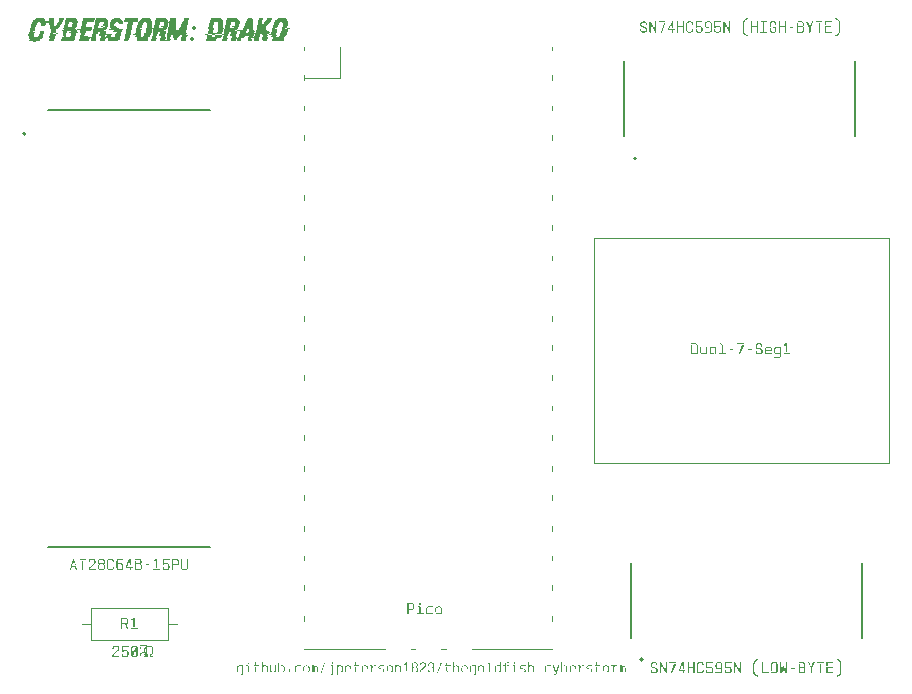
<source format=gbr>
%TF.GenerationSoftware,KiCad,Pcbnew,8.0.0*%
%TF.CreationDate,2025-04-21T08:56:31-05:00*%
%TF.ProjectId,drako-cyberstorm,6472616b-6f2d-4637-9962-657273746f72,2*%
%TF.SameCoordinates,Original*%
%TF.FileFunction,Legend,Top*%
%TF.FilePolarity,Positive*%
%FSLAX46Y46*%
G04 Gerber Fmt 4.6, Leading zero omitted, Abs format (unit mm)*
G04 Created by KiCad (PCBNEW 8.0.0) date 2025-04-21 08:56:31*
%MOMM*%
%LPD*%
G01*
G04 APERTURE LIST*
%ADD10C,0.100000*%
%ADD11C,0.200000*%
%ADD12C,0.150000*%
%ADD13C,0.120000*%
%ADD14C,0.127000*%
G04 APERTURE END LIST*
D10*
X87012955Y-101985674D02*
X87227241Y-101985674D01*
X87227241Y-101985674D02*
X87227241Y-101814245D01*
X87227241Y-101814245D02*
X87141527Y-101771388D01*
X87141527Y-101771388D02*
X87055812Y-101685674D01*
X87055812Y-101685674D02*
X87012955Y-101557102D01*
X87012955Y-101557102D02*
X87012955Y-101342817D01*
X87012955Y-101342817D02*
X87055812Y-101214245D01*
X87055812Y-101214245D02*
X87141527Y-101128531D01*
X87141527Y-101128531D02*
X87270098Y-101085674D01*
X87270098Y-101085674D02*
X87441527Y-101085674D01*
X87441527Y-101085674D02*
X87570098Y-101128531D01*
X87570098Y-101128531D02*
X87655812Y-101214245D01*
X87655812Y-101214245D02*
X87698669Y-101342817D01*
X87698669Y-101342817D02*
X87698669Y-101557102D01*
X87698669Y-101557102D02*
X87655812Y-101685674D01*
X87655812Y-101685674D02*
X87570098Y-101771388D01*
X87570098Y-101771388D02*
X87484384Y-101814245D01*
X87484384Y-101814245D02*
X87484384Y-101985674D01*
X87484384Y-101985674D02*
X87698669Y-101985674D01*
G36*
X95352962Y-102756127D02*
G01*
X95363953Y-102760524D01*
X95369009Y-102772614D01*
X95369009Y-103423057D01*
X95364436Y-103471048D01*
X95348844Y-103516003D01*
X95322187Y-103552750D01*
X95285660Y-103579782D01*
X95240457Y-103595594D01*
X95191835Y-103600230D01*
X94866064Y-103600230D01*
X94848478Y-103583964D01*
X94848478Y-103540660D01*
X94866284Y-103524393D01*
X95182822Y-103524393D01*
X95226772Y-103517977D01*
X95264051Y-103491912D01*
X95281710Y-103445798D01*
X95283279Y-103421738D01*
X95283279Y-103329194D01*
X95283279Y-103137732D01*
X95283279Y-103128720D01*
X95283279Y-102843175D01*
X95271629Y-102831965D01*
X95035324Y-102831965D01*
X94991086Y-102838449D01*
X94953562Y-102864793D01*
X94936676Y-102905829D01*
X94934207Y-102935719D01*
X94934207Y-103167628D01*
X94940527Y-103212924D01*
X94966201Y-103251345D01*
X95011625Y-103269544D01*
X95035324Y-103271162D01*
X95178206Y-103271162D01*
X95189637Y-103275778D01*
X95194912Y-103287648D01*
X95194912Y-103330513D01*
X95189856Y-103341944D01*
X95178206Y-103347000D01*
X95021036Y-103347000D01*
X94973796Y-103342427D01*
X94929816Y-103326835D01*
X94894200Y-103300178D01*
X94868169Y-103263651D01*
X94852943Y-103218448D01*
X94848478Y-103169826D01*
X94848478Y-102931982D01*
X94852234Y-102887952D01*
X94867025Y-102842166D01*
X94893038Y-102805211D01*
X94895959Y-102802289D01*
X94932758Y-102776007D01*
X94977869Y-102760635D01*
X95026092Y-102756127D01*
X95352962Y-102756127D01*
G37*
G36*
X95833485Y-102502896D02*
G01*
X95844916Y-102507512D01*
X95849532Y-102519602D01*
X95849532Y-102639623D01*
X95845795Y-102652593D01*
X95833265Y-102657648D01*
X95778750Y-102657648D01*
X95763803Y-102639404D01*
X95763803Y-102519602D01*
X95778750Y-102502896D01*
X95833485Y-102502896D01*
G37*
G36*
X95849532Y-103271162D02*
G01*
X96056381Y-103271162D01*
X96068032Y-103276218D01*
X96073307Y-103287209D01*
X96073307Y-103329634D01*
X96068251Y-103342163D01*
X96057041Y-103347000D01*
X95568824Y-103347000D01*
X95557613Y-103342163D01*
X95552777Y-103329634D01*
X95552777Y-103287429D01*
X95557613Y-103276218D01*
X95568824Y-103271162D01*
X95763803Y-103271162D01*
X95763803Y-102831965D01*
X95654113Y-102831965D01*
X95642903Y-102826909D01*
X95638066Y-102815478D01*
X95638066Y-102772614D01*
X95642903Y-102761183D01*
X95654113Y-102756127D01*
X95833485Y-102756127D01*
X95844476Y-102760524D01*
X95849532Y-102772614D01*
X95849532Y-103271162D01*
G37*
G36*
X96759801Y-103271162D02*
G01*
X96777606Y-103287648D01*
X96777606Y-103331832D01*
X96759801Y-103347000D01*
X96566140Y-103347000D01*
X96522045Y-103343383D01*
X96479249Y-103330881D01*
X96439710Y-103306814D01*
X96433370Y-103301277D01*
X96405086Y-103265031D01*
X96388543Y-103220369D01*
X96383691Y-103172464D01*
X96383691Y-102925607D01*
X96388747Y-102913517D01*
X96401277Y-102909121D01*
X96452934Y-102909121D01*
X96464804Y-102913517D01*
X96469420Y-102925607D01*
X96469420Y-103168727D01*
X96476042Y-103213542D01*
X96502944Y-103251555D01*
X96544849Y-103268661D01*
X96575373Y-103271162D01*
X96759801Y-103271162D01*
G37*
G36*
X96759801Y-102756127D02*
G01*
X96777606Y-102772614D01*
X96777606Y-102816797D01*
X96760020Y-102831965D01*
X96273562Y-102831965D01*
X96257076Y-102816797D01*
X96257076Y-102772614D01*
X96261252Y-102760963D01*
X96273342Y-102756127D01*
X96372480Y-102756127D01*
X96383691Y-102744697D01*
X96383691Y-102520702D01*
X96388747Y-102508172D01*
X96401277Y-102502896D01*
X96454253Y-102502896D01*
X96469420Y-102520482D01*
X96469420Y-102744697D01*
X96483489Y-102756127D01*
X96759801Y-102756127D01*
G37*
G36*
X97308907Y-102756127D02*
G01*
X97356263Y-102760635D01*
X97400321Y-102776007D01*
X97435963Y-102802289D01*
X97462119Y-102838441D01*
X97477418Y-102883424D01*
X97481905Y-102931982D01*
X97481905Y-103330513D01*
X97476849Y-103341944D01*
X97465858Y-103347000D01*
X97412222Y-103347000D01*
X97401011Y-103341944D01*
X97396175Y-103330513D01*
X97396175Y-102935719D01*
X97389911Y-102890326D01*
X97364460Y-102851824D01*
X97319431Y-102833586D01*
X97295938Y-102831965D01*
X97161409Y-102831965D01*
X97116621Y-102839878D01*
X97078977Y-102863618D01*
X97055072Y-102900658D01*
X97047103Y-102944072D01*
X97047103Y-103330513D01*
X97044466Y-103338207D01*
X97038311Y-103344581D01*
X97030837Y-103347000D01*
X96977861Y-103347000D01*
X96966430Y-103341944D01*
X96961374Y-103330513D01*
X96961374Y-102536968D01*
X96965111Y-102509930D01*
X96977861Y-102502896D01*
X97031936Y-102502896D01*
X97042487Y-102507952D01*
X97047103Y-102520702D01*
X97047103Y-102820314D01*
X97052159Y-102820314D01*
X97079666Y-102783770D01*
X97122291Y-102762395D01*
X97168410Y-102756190D01*
X97174159Y-102756127D01*
X97308907Y-102756127D01*
G37*
G36*
X98170376Y-102756127D02*
G01*
X98181587Y-102759864D01*
X98186203Y-102772614D01*
X98186203Y-103329194D01*
X98182466Y-103341944D01*
X98170376Y-103347000D01*
X98117620Y-103347000D01*
X98105969Y-103342603D01*
X98100474Y-103330073D01*
X98100474Y-103282593D01*
X98095418Y-103282593D01*
X98067786Y-103319262D01*
X98025088Y-103340710D01*
X97978948Y-103346937D01*
X97973199Y-103347000D01*
X97838670Y-103347000D01*
X97791293Y-103342427D01*
X97747162Y-103326835D01*
X97711395Y-103300178D01*
X97685364Y-103263651D01*
X97670138Y-103218448D01*
X97665673Y-103169826D01*
X97665673Y-102772614D01*
X97669410Y-102760963D01*
X97681939Y-102756127D01*
X97735355Y-102756127D01*
X97746127Y-102759864D01*
X97751402Y-102772614D01*
X97751402Y-103167628D01*
X97757585Y-103212924D01*
X97782701Y-103251345D01*
X97827137Y-103269544D01*
X97850321Y-103271162D01*
X97986168Y-103271162D01*
X98031011Y-103263249D01*
X98068820Y-103239508D01*
X98092561Y-103202469D01*
X98100474Y-103159055D01*
X98100474Y-102772614D01*
X98104651Y-102760963D01*
X98116521Y-102756127D01*
X98170376Y-102756127D01*
G37*
G36*
X98713768Y-102756127D02*
G01*
X98761316Y-102760635D01*
X98806033Y-102776007D01*
X98842801Y-102802289D01*
X98869959Y-102838311D01*
X98885844Y-102882905D01*
X98890502Y-102930883D01*
X98890502Y-103169826D01*
X98886729Y-103213908D01*
X98873686Y-103256077D01*
X98848578Y-103294182D01*
X98842801Y-103300178D01*
X98806184Y-103326835D01*
X98761619Y-103342427D01*
X98714207Y-103347000D01*
X98386018Y-103347000D01*
X98374808Y-103341944D01*
X98369972Y-103330513D01*
X98369972Y-102520702D01*
X98374808Y-102508172D01*
X98386238Y-102502896D01*
X98439654Y-102502896D01*
X98450645Y-102507952D01*
X98455701Y-102520482D01*
X98455701Y-103259951D01*
X98467131Y-103271162D01*
X98702997Y-103271162D01*
X98747524Y-103264691D01*
X98785292Y-103238403D01*
X98802288Y-103197454D01*
X98804773Y-103167628D01*
X98804773Y-102935719D01*
X98798412Y-102890326D01*
X98772570Y-102851824D01*
X98726850Y-102833586D01*
X98702997Y-102831965D01*
X98560115Y-102831965D01*
X98548025Y-102826909D01*
X98543628Y-102815478D01*
X98543628Y-102772614D01*
X98548025Y-102761183D01*
X98560334Y-102756127D01*
X98713768Y-102756127D01*
G37*
G36*
X99369267Y-103093769D02*
G01*
X99379378Y-103097725D01*
X99383775Y-103108936D01*
X99383775Y-103329414D01*
X99369267Y-103347000D01*
X99285516Y-103347000D01*
X99271228Y-103328095D01*
X99271228Y-103108936D01*
X99274745Y-103098605D01*
X99285516Y-103093769D01*
X99369267Y-103093769D01*
G37*
G36*
X99963436Y-102831965D02*
G01*
X99915513Y-102840172D01*
X99880660Y-102868542D01*
X99865847Y-102911402D01*
X99864298Y-102935719D01*
X99864298Y-103167628D01*
X99870494Y-103212924D01*
X99895666Y-103251345D01*
X99940201Y-103269544D01*
X99963436Y-103271162D01*
X100282613Y-103271162D01*
X100293604Y-103275119D01*
X100299099Y-103287648D01*
X100299099Y-103331832D01*
X100282833Y-103347000D01*
X99955963Y-103347000D01*
X99911774Y-103343296D01*
X99869527Y-103330493D01*
X99831387Y-103305848D01*
X99825390Y-103300178D01*
X99798733Y-103263651D01*
X99783141Y-103218448D01*
X99778569Y-103169826D01*
X99778569Y-102931982D01*
X99782273Y-102887952D01*
X99796859Y-102842166D01*
X99822510Y-102805211D01*
X99825390Y-102802289D01*
X99861944Y-102776007D01*
X99907225Y-102760635D01*
X99955963Y-102756127D01*
X100282613Y-102756127D01*
X100293604Y-102759864D01*
X100299099Y-102772614D01*
X100299099Y-102816797D01*
X100282613Y-102831965D01*
X99963436Y-102831965D01*
G37*
G36*
X100826224Y-102756127D02*
G01*
X100874215Y-102760635D01*
X100919170Y-102776007D01*
X100955917Y-102802289D01*
X100982950Y-102838441D01*
X100998761Y-102883424D01*
X101003398Y-102931982D01*
X101003398Y-103169826D01*
X100999660Y-103213908D01*
X100986737Y-103256077D01*
X100961860Y-103294182D01*
X100956137Y-103300178D01*
X100919567Y-103326835D01*
X100874841Y-103342427D01*
X100827103Y-103347000D01*
X100662020Y-103347000D01*
X100614102Y-103342449D01*
X100569078Y-103326930D01*
X100532107Y-103300398D01*
X100531008Y-103299079D01*
X100527711Y-103281274D01*
X100543538Y-103271162D01*
X100818091Y-103271162D01*
X100861656Y-103264760D01*
X100898609Y-103238751D01*
X100916113Y-103192735D01*
X100917669Y-103168727D01*
X100917669Y-102934400D01*
X100911404Y-102889585D01*
X100885953Y-102851571D01*
X100840925Y-102833565D01*
X100817431Y-102831965D01*
X100668834Y-102831965D01*
X100624980Y-102838367D01*
X100587783Y-102864376D01*
X100570163Y-102910392D01*
X100568597Y-102934400D01*
X100568597Y-103168727D01*
X100568597Y-103177519D01*
X100564200Y-103188950D01*
X100552110Y-103194006D01*
X100499354Y-103194006D01*
X100491660Y-103192247D01*
X100485286Y-103186532D01*
X100482868Y-103177519D01*
X100482868Y-103170046D01*
X100482868Y-102931982D01*
X100486623Y-102887952D01*
X100501415Y-102842166D01*
X100527427Y-102805211D01*
X100530348Y-102802289D01*
X100567121Y-102776007D01*
X100612154Y-102760635D01*
X100660261Y-102756127D01*
X100826224Y-102756127D01*
G37*
G36*
X101665052Y-102805367D02*
G01*
X101684408Y-102848293D01*
X101693079Y-102894476D01*
X101694947Y-102933741D01*
X101694947Y-103330513D01*
X101683517Y-103347000D01*
X101620648Y-103347000D01*
X101609218Y-103330733D01*
X101609218Y-102939676D01*
X101609218Y-102900108D01*
X101606140Y-102871312D01*
X101596468Y-102848231D01*
X101578224Y-102837020D01*
X101548548Y-102831965D01*
X101505330Y-102842473D01*
X101494253Y-102856364D01*
X101485626Y-102901071D01*
X101483931Y-102945517D01*
X101483921Y-102949787D01*
X101483921Y-103330733D01*
X101472271Y-103347000D01*
X101409623Y-103347000D01*
X101398192Y-103330733D01*
X101398192Y-102940775D01*
X101398192Y-102900548D01*
X101395115Y-102871972D01*
X101385443Y-102848891D01*
X101366758Y-102837020D01*
X101336863Y-102831965D01*
X101305429Y-102837680D01*
X101286744Y-102850210D01*
X101276413Y-102874609D01*
X101272896Y-102905164D01*
X101272896Y-102946930D01*
X101272896Y-103330733D01*
X101261465Y-103347000D01*
X101198597Y-103347000D01*
X101187166Y-103330513D01*
X101187166Y-102772614D01*
X101198597Y-102756127D01*
X101261465Y-102756127D01*
X101272896Y-102773713D01*
X101272896Y-102823831D01*
X101275314Y-102823831D01*
X101294860Y-102783039D01*
X101304549Y-102772394D01*
X101347044Y-102756270D01*
X101352470Y-102756127D01*
X101369396Y-102756127D01*
X101411766Y-102767874D01*
X101422592Y-102777010D01*
X101446200Y-102814354D01*
X101456224Y-102842076D01*
X101475476Y-102800600D01*
X101495792Y-102777669D01*
X101536460Y-102757831D01*
X101554043Y-102756127D01*
X101572508Y-102756127D01*
X101615777Y-102764254D01*
X101653693Y-102791181D01*
X101665052Y-102805367D01*
G37*
G36*
X102056329Y-103343482D02*
G01*
X102033688Y-103361068D01*
X101984448Y-103361068D01*
X101970600Y-103342163D01*
X101986391Y-103294619D01*
X102003141Y-103243638D01*
X102020792Y-103189793D01*
X102036509Y-103141790D01*
X102054352Y-103087258D01*
X102074320Y-103026195D01*
X102088812Y-102981859D01*
X102104249Y-102934620D01*
X102119676Y-102887386D01*
X102134138Y-102843117D01*
X102154021Y-102782275D01*
X102171732Y-102728106D01*
X102187272Y-102680611D01*
X102204613Y-102627664D01*
X102220861Y-102578163D01*
X102234907Y-102535773D01*
X102235261Y-102534770D01*
X102257903Y-102516965D01*
X102307142Y-102516965D01*
X102319672Y-102537188D01*
X102056329Y-103343482D01*
G37*
G36*
X102988579Y-102502896D02*
G01*
X103000230Y-102507512D01*
X103005066Y-102519602D01*
X103005066Y-102639623D01*
X103001329Y-102652593D01*
X102988799Y-102657648D01*
X102934504Y-102657648D01*
X102919337Y-102639404D01*
X102919337Y-102519602D01*
X102934504Y-102502896D01*
X102988579Y-102502896D01*
G37*
G36*
X102988579Y-102756127D02*
G01*
X103000450Y-102760524D01*
X103005066Y-102772614D01*
X103005066Y-103421738D01*
X103000493Y-103469793D01*
X102984902Y-103514968D01*
X102958244Y-103552090D01*
X102921847Y-103579498D01*
X102877034Y-103595529D01*
X102828991Y-103600230D01*
X102719082Y-103600230D01*
X102706332Y-103595834D01*
X102701277Y-103583964D01*
X102701277Y-103540660D01*
X102705013Y-103529009D01*
X102717983Y-103524393D01*
X102807229Y-103524393D01*
X102850912Y-103518997D01*
X102891310Y-103496201D01*
X102913972Y-103455566D01*
X102919337Y-103411626D01*
X102919337Y-102831965D01*
X102806570Y-102831965D01*
X102797557Y-102830206D01*
X102791182Y-102824491D01*
X102788764Y-102815478D01*
X102788764Y-102772614D01*
X102793820Y-102761183D01*
X102806350Y-102756127D01*
X102988579Y-102756127D01*
G37*
G36*
X103648914Y-102756127D02*
G01*
X103696205Y-102760635D01*
X103740044Y-102776007D01*
X103775310Y-102802289D01*
X103801091Y-102838441D01*
X103816171Y-102883424D01*
X103820593Y-102931982D01*
X103820593Y-103169826D01*
X103817028Y-103213908D01*
X103802990Y-103259900D01*
X103778302Y-103297216D01*
X103775530Y-103300178D01*
X103740389Y-103326835D01*
X103696624Y-103342427D01*
X103649354Y-103347000D01*
X103491085Y-103347000D01*
X103478995Y-103341944D01*
X103474598Y-103330513D01*
X103474598Y-103287648D01*
X103478995Y-103275778D01*
X103491304Y-103271162D01*
X103633307Y-103271162D01*
X103677738Y-103264691D01*
X103715425Y-103238403D01*
X103732384Y-103197454D01*
X103734863Y-103167628D01*
X103734863Y-102935719D01*
X103728544Y-102890326D01*
X103702870Y-102851824D01*
X103657446Y-102833586D01*
X103633747Y-102831965D01*
X103499658Y-102831965D01*
X103455089Y-102839878D01*
X103417665Y-102863618D01*
X103393760Y-102900823D01*
X103385792Y-102944292D01*
X103385792Y-103583744D01*
X103380736Y-103595175D01*
X103369525Y-103600230D01*
X103316549Y-103600230D01*
X103305118Y-103595175D01*
X103300062Y-103583744D01*
X103300062Y-102772833D01*
X103305118Y-102761403D01*
X103316549Y-102756127D01*
X103370624Y-102756127D01*
X103381175Y-102761403D01*
X103385792Y-102772833D01*
X103385792Y-102820314D01*
X103390847Y-102820314D01*
X103418355Y-102783770D01*
X103460979Y-102762395D01*
X103507098Y-102756190D01*
X103512847Y-102756127D01*
X103648914Y-102756127D01*
G37*
G36*
X104348817Y-102756127D02*
G01*
X104396859Y-102760571D01*
X104441672Y-102775723D01*
X104478070Y-102801630D01*
X104504727Y-102837125D01*
X104520319Y-102881348D01*
X104524891Y-102929124D01*
X104524891Y-103061016D01*
X104508405Y-103079700D01*
X104193625Y-103079700D01*
X104181535Y-103075304D01*
X104177138Y-103064093D01*
X104177138Y-103038154D01*
X104181535Y-103027383D01*
X104193625Y-103023427D01*
X104427732Y-103023427D01*
X104439162Y-103010677D01*
X104439162Y-102935279D01*
X104432911Y-102890079D01*
X104407516Y-102851740D01*
X104362586Y-102833579D01*
X104339145Y-102831965D01*
X104190108Y-102831965D01*
X104146350Y-102838353D01*
X104109234Y-102864306D01*
X104091653Y-102910223D01*
X104090090Y-102934180D01*
X104090090Y-103167628D01*
X104096341Y-103212924D01*
X104121736Y-103251345D01*
X104166666Y-103269544D01*
X104190108Y-103271162D01*
X104501810Y-103271162D01*
X104513461Y-103275778D01*
X104518517Y-103287868D01*
X104518517Y-103331612D01*
X104502250Y-103347000D01*
X104181755Y-103347000D01*
X104137566Y-103343296D01*
X104095319Y-103330493D01*
X104057179Y-103305848D01*
X104051182Y-103300178D01*
X104024525Y-103263651D01*
X104008933Y-103218448D01*
X104004361Y-103169826D01*
X104004361Y-102931982D01*
X104008117Y-102887952D01*
X104022908Y-102842166D01*
X104048921Y-102805211D01*
X104051842Y-102802289D01*
X104088615Y-102776007D01*
X104133648Y-102760635D01*
X104181755Y-102756127D01*
X104348817Y-102756127D01*
G37*
G36*
X105211385Y-103271162D02*
G01*
X105229190Y-103287648D01*
X105229190Y-103331832D01*
X105211385Y-103347000D01*
X105017725Y-103347000D01*
X104973629Y-103343383D01*
X104930833Y-103330881D01*
X104891295Y-103306814D01*
X104884954Y-103301277D01*
X104856670Y-103265031D01*
X104840127Y-103220369D01*
X104835275Y-103172464D01*
X104835275Y-102925607D01*
X104840331Y-102913517D01*
X104852861Y-102909121D01*
X104904518Y-102909121D01*
X104916388Y-102913517D01*
X104921004Y-102925607D01*
X104921004Y-103168727D01*
X104927626Y-103213542D01*
X104954528Y-103251555D01*
X104996433Y-103268661D01*
X105026957Y-103271162D01*
X105211385Y-103271162D01*
G37*
G36*
X105211385Y-102756127D02*
G01*
X105229190Y-102772614D01*
X105229190Y-102816797D01*
X105211605Y-102831965D01*
X104725146Y-102831965D01*
X104708660Y-102816797D01*
X104708660Y-102772614D01*
X104712836Y-102760963D01*
X104724926Y-102756127D01*
X104824064Y-102756127D01*
X104835275Y-102744697D01*
X104835275Y-102520702D01*
X104840331Y-102508172D01*
X104852861Y-102502896D01*
X104905837Y-102502896D01*
X104921004Y-102520482D01*
X104921004Y-102744697D01*
X104935073Y-102756127D01*
X105211385Y-102756127D01*
G37*
G36*
X105757414Y-102756127D02*
G01*
X105805456Y-102760571D01*
X105850270Y-102775723D01*
X105886667Y-102801630D01*
X105913324Y-102837125D01*
X105928916Y-102881348D01*
X105933489Y-102929124D01*
X105933489Y-103061016D01*
X105917002Y-103079700D01*
X105602222Y-103079700D01*
X105590132Y-103075304D01*
X105585736Y-103064093D01*
X105585736Y-103038154D01*
X105590132Y-103027383D01*
X105602222Y-103023427D01*
X105836329Y-103023427D01*
X105847759Y-103010677D01*
X105847759Y-102935279D01*
X105841508Y-102890079D01*
X105816113Y-102851740D01*
X105771184Y-102833579D01*
X105747742Y-102831965D01*
X105598705Y-102831965D01*
X105554947Y-102838353D01*
X105517832Y-102864306D01*
X105500250Y-102910223D01*
X105498688Y-102934180D01*
X105498688Y-103167628D01*
X105504939Y-103212924D01*
X105530334Y-103251345D01*
X105575263Y-103269544D01*
X105598705Y-103271162D01*
X105910408Y-103271162D01*
X105922058Y-103275778D01*
X105927114Y-103287868D01*
X105927114Y-103331612D01*
X105910847Y-103347000D01*
X105590352Y-103347000D01*
X105546163Y-103343296D01*
X105503917Y-103330493D01*
X105465777Y-103305848D01*
X105459780Y-103300178D01*
X105433123Y-103263651D01*
X105417531Y-103218448D01*
X105412958Y-103169826D01*
X105412958Y-102931982D01*
X105416714Y-102887952D01*
X105431506Y-102842166D01*
X105457518Y-102805211D01*
X105460439Y-102802289D01*
X105497212Y-102776007D01*
X105542245Y-102760635D01*
X105590352Y-102756127D01*
X105757414Y-102756127D01*
G37*
G36*
X106622400Y-102756127D02*
G01*
X106637787Y-102772833D01*
X106637787Y-102817896D01*
X106633831Y-102829547D01*
X106621960Y-102831965D01*
X106444127Y-102831965D01*
X106398570Y-102840812D01*
X106361256Y-102867355D01*
X106338535Y-102905107D01*
X106329633Y-102950911D01*
X106329602Y-102953964D01*
X106329602Y-103271162D01*
X106439071Y-103271162D01*
X106450722Y-103276218D01*
X106454898Y-103288967D01*
X106454898Y-103330513D01*
X106450502Y-103341944D01*
X106438632Y-103347000D01*
X106133304Y-103347000D01*
X106122093Y-103341944D01*
X106117257Y-103330513D01*
X106117257Y-103288748D01*
X106122093Y-103276218D01*
X106133524Y-103271162D01*
X106243872Y-103271162D01*
X106243872Y-102831965D01*
X106133304Y-102831965D01*
X106122093Y-102826909D01*
X106117257Y-102815478D01*
X106117257Y-102772833D01*
X106122313Y-102761403D01*
X106133524Y-102756127D01*
X106314434Y-102756127D01*
X106324766Y-102761403D01*
X106329602Y-102772833D01*
X106329602Y-102821633D01*
X106334658Y-102821633D01*
X106363286Y-102787195D01*
X106381039Y-102776351D01*
X106424502Y-102759998D01*
X106460614Y-102756127D01*
X106622400Y-102756127D01*
G37*
G36*
X106928387Y-102848231D02*
G01*
X106907306Y-102886888D01*
X106907285Y-102888458D01*
X106907285Y-102908461D01*
X106923869Y-102950496D01*
X106954326Y-102972648D01*
X106991036Y-102986497D01*
X107211294Y-103037935D01*
X107253854Y-103052653D01*
X107269766Y-103060576D01*
X107305658Y-103087873D01*
X107318126Y-103104540D01*
X107334505Y-103148610D01*
X107341712Y-103195036D01*
X107342086Y-103208734D01*
X107336066Y-103255722D01*
X107313825Y-103298255D01*
X107275196Y-103327556D01*
X107229042Y-103342139D01*
X107181383Y-103346864D01*
X107170847Y-103347000D01*
X106837163Y-103347000D01*
X106825732Y-103342383D01*
X106821556Y-103329634D01*
X106821556Y-103287209D01*
X106838262Y-103271162D01*
X107163154Y-103271162D01*
X107208208Y-103265946D01*
X107247255Y-103239993D01*
X107256357Y-103205217D01*
X107256357Y-103184114D01*
X107252620Y-103153339D01*
X107237892Y-103127621D01*
X107214371Y-103108496D01*
X107182718Y-103095967D01*
X106966416Y-103048046D01*
X106922266Y-103034538D01*
X106890139Y-103019030D01*
X106855013Y-102990131D01*
X106850792Y-102985178D01*
X106829807Y-102946322D01*
X106821584Y-102900085D01*
X106821556Y-102897031D01*
X106827251Y-102849146D01*
X106848293Y-102805801D01*
X106884839Y-102775942D01*
X106928505Y-102761081D01*
X106973595Y-102756265D01*
X106983562Y-102756127D01*
X107325380Y-102756127D01*
X107334392Y-102758106D01*
X107340108Y-102764260D01*
X107342086Y-102773493D01*
X107342086Y-102815918D01*
X107325600Y-102831965D01*
X106996751Y-102831965D01*
X106952736Y-102837082D01*
X106928387Y-102848231D01*
G37*
G36*
X107869211Y-102756127D02*
G01*
X107917202Y-102760635D01*
X107962157Y-102776007D01*
X107998904Y-102802289D01*
X108025936Y-102838441D01*
X108041748Y-102883424D01*
X108046385Y-102931982D01*
X108046385Y-103169826D01*
X108042646Y-103213908D01*
X108029723Y-103256077D01*
X108004847Y-103294182D01*
X107999124Y-103300178D01*
X107962554Y-103326835D01*
X107917828Y-103342427D01*
X107870090Y-103347000D01*
X107705006Y-103347000D01*
X107657089Y-103342449D01*
X107612065Y-103326930D01*
X107575094Y-103300398D01*
X107573995Y-103299079D01*
X107570697Y-103281274D01*
X107586524Y-103271162D01*
X107861078Y-103271162D01*
X107904643Y-103264760D01*
X107941596Y-103238751D01*
X107959100Y-103192735D01*
X107960655Y-103168727D01*
X107960655Y-102934400D01*
X107954391Y-102889585D01*
X107928940Y-102851571D01*
X107883911Y-102833565D01*
X107860418Y-102831965D01*
X107711821Y-102831965D01*
X107667967Y-102838367D01*
X107630770Y-102864376D01*
X107613150Y-102910392D01*
X107611584Y-102934400D01*
X107611584Y-103168727D01*
X107611584Y-103177519D01*
X107607187Y-103188950D01*
X107595097Y-103194006D01*
X107542341Y-103194006D01*
X107534647Y-103192247D01*
X107528272Y-103186532D01*
X107525854Y-103177519D01*
X107525854Y-103170046D01*
X107525854Y-102931982D01*
X107529610Y-102887952D01*
X107544402Y-102842166D01*
X107570414Y-102805211D01*
X107573335Y-102802289D01*
X107610108Y-102776007D01*
X107655141Y-102760635D01*
X107703248Y-102756127D01*
X107869211Y-102756127D01*
G37*
G36*
X108577686Y-102756127D02*
G01*
X108625042Y-102760635D01*
X108669099Y-102776007D01*
X108704741Y-102802289D01*
X108730898Y-102838290D01*
X108746197Y-102883122D01*
X108750683Y-102931542D01*
X108750683Y-103329414D01*
X108746946Y-103342163D01*
X108734856Y-103347000D01*
X108682100Y-103347000D01*
X108670450Y-103343263D01*
X108664954Y-103330513D01*
X108664954Y-102935719D01*
X108658689Y-102890326D01*
X108633238Y-102851824D01*
X108588210Y-102833586D01*
X108564717Y-102831965D01*
X108430188Y-102831965D01*
X108385400Y-102839823D01*
X108347756Y-102863399D01*
X108323851Y-102900548D01*
X108315882Y-102943852D01*
X108315882Y-103329414D01*
X108311486Y-103342163D01*
X108299836Y-103347000D01*
X108247519Y-103347000D01*
X108235648Y-103343263D01*
X108230153Y-103330513D01*
X108230153Y-102772833D01*
X108233890Y-102760963D01*
X108246639Y-102756127D01*
X108300935Y-102756127D01*
X108311046Y-102760084D01*
X108315882Y-102772833D01*
X108315882Y-102820314D01*
X108320938Y-102820314D01*
X108348445Y-102783770D01*
X108391070Y-102762395D01*
X108437188Y-102756190D01*
X108442937Y-102756127D01*
X108577686Y-102756127D01*
G37*
G36*
X109007212Y-102677432D02*
G01*
X108986329Y-102667321D01*
X108986329Y-102620499D01*
X108999958Y-102594121D01*
X109135586Y-102514327D01*
X109165261Y-102502896D01*
X109215160Y-102502896D01*
X109226151Y-102507952D01*
X109231207Y-102519383D01*
X109231207Y-103175761D01*
X109226151Y-103187851D01*
X109214940Y-103192247D01*
X109161524Y-103192247D01*
X109150314Y-103187851D01*
X109145478Y-103175761D01*
X109145478Y-102596539D01*
X109007212Y-102677432D01*
G37*
G36*
X109438056Y-103271162D02*
G01*
X109445750Y-103273140D01*
X109452344Y-103278856D01*
X109454982Y-103287648D01*
X109454982Y-103330513D01*
X109453663Y-103336448D01*
X109449926Y-103342163D01*
X109444211Y-103345900D01*
X109438715Y-103347000D01*
X108950498Y-103347000D01*
X108939288Y-103341944D01*
X108934452Y-103330513D01*
X108934452Y-103287648D01*
X108939508Y-103275778D01*
X108950938Y-103271162D01*
X109438056Y-103271162D01*
G37*
G36*
X110031248Y-102507275D02*
G01*
X110076062Y-102522208D01*
X110112459Y-102547739D01*
X110139116Y-102582963D01*
X110154708Y-102627278D01*
X110159281Y-102675454D01*
X110159281Y-102742059D01*
X110154064Y-102787280D01*
X110138415Y-102829797D01*
X110135540Y-102835262D01*
X110106305Y-102869574D01*
X110075969Y-102886260D01*
X110116242Y-102911799D01*
X110143334Y-102948849D01*
X110156352Y-102991446D01*
X110159281Y-103029362D01*
X110159281Y-103177519D01*
X110154708Y-103224188D01*
X110139116Y-103267490D01*
X110112459Y-103302376D01*
X110076062Y-103327782D01*
X110031248Y-103342642D01*
X109983206Y-103347000D01*
X109814825Y-103347000D01*
X109766783Y-103342642D01*
X109721969Y-103327782D01*
X109685572Y-103302376D01*
X109657040Y-103263901D01*
X109642454Y-103219834D01*
X109638750Y-103177519D01*
X109638750Y-103172024D01*
X109724480Y-103172024D01*
X109732409Y-103219947D01*
X109759817Y-103254800D01*
X109801224Y-103269613D01*
X109824717Y-103271162D01*
X109973314Y-103271162D01*
X110017168Y-103264966D01*
X110054365Y-103239794D01*
X110071985Y-103195259D01*
X110073551Y-103172024D01*
X110073551Y-103026724D01*
X110067287Y-102982197D01*
X110041836Y-102944428D01*
X109996807Y-102926538D01*
X109973314Y-102924948D01*
X109824717Y-102924948D01*
X109780863Y-102931309D01*
X109743666Y-102957150D01*
X109726046Y-103002870D01*
X109724480Y-103026724D01*
X109724480Y-103172024D01*
X109638750Y-103172024D01*
X109638750Y-103028043D01*
X109643957Y-102979202D01*
X109662263Y-102934930D01*
X109693749Y-102901961D01*
X109722062Y-102886260D01*
X109681789Y-102861967D01*
X109654697Y-102824946D01*
X109641679Y-102781353D01*
X109638930Y-102744477D01*
X109724480Y-102744477D01*
X109730744Y-102790254D01*
X109756195Y-102829083D01*
X109801224Y-102847476D01*
X109824717Y-102849110D01*
X109973314Y-102849110D01*
X110017168Y-102842571D01*
X110054365Y-102816004D01*
X110071104Y-102774620D01*
X110073551Y-102744477D01*
X110073551Y-102679630D01*
X110067287Y-102635488D01*
X110041836Y-102598046D01*
X109996807Y-102580310D01*
X109973314Y-102578734D01*
X109824717Y-102578734D01*
X109780863Y-102585040D01*
X109743666Y-102610658D01*
X109726046Y-102655983D01*
X109724480Y-102679630D01*
X109724480Y-102744477D01*
X109638930Y-102744477D01*
X109638750Y-102742059D01*
X109638750Y-102675454D01*
X109643323Y-102627278D01*
X109658915Y-102582963D01*
X109685572Y-102547739D01*
X109721969Y-102522208D01*
X109766783Y-102507275D01*
X109814825Y-102502896D01*
X109983206Y-102502896D01*
X110031248Y-102507275D01*
G37*
G36*
X110847533Y-103271162D02*
G01*
X110858963Y-103274899D01*
X110863579Y-103286989D01*
X110863579Y-103329854D01*
X110859842Y-103342163D01*
X110847313Y-103347000D01*
X110360415Y-103347000D01*
X110347885Y-103343263D01*
X110343049Y-103330513D01*
X110343049Y-103223242D01*
X110349326Y-103178144D01*
X110360854Y-103149163D01*
X110387345Y-103112182D01*
X110411632Y-103091790D01*
X110732128Y-102821413D01*
X110763246Y-102789595D01*
X110768838Y-102779208D01*
X110777533Y-102735696D01*
X110777850Y-102722935D01*
X110777850Y-102679850D01*
X110771393Y-102635612D01*
X110745161Y-102598088D01*
X110704299Y-102581202D01*
X110674535Y-102578734D01*
X110530774Y-102578734D01*
X110486151Y-102585067D01*
X110448301Y-102610797D01*
X110430372Y-102656319D01*
X110428778Y-102680070D01*
X110428778Y-102739641D01*
X110412292Y-102757226D01*
X110359535Y-102757226D01*
X110343049Y-102739421D01*
X110343049Y-102678311D01*
X110347643Y-102630196D01*
X110363308Y-102585451D01*
X110390090Y-102549278D01*
X110426665Y-102522871D01*
X110471707Y-102507426D01*
X110520003Y-102502896D01*
X110687944Y-102502896D01*
X110736060Y-102507426D01*
X110780805Y-102522871D01*
X110816978Y-102549278D01*
X110843510Y-102585274D01*
X110859028Y-102629790D01*
X110863579Y-102677652D01*
X110863579Y-102727111D01*
X110858120Y-102773049D01*
X110844235Y-102811521D01*
X110819154Y-102850183D01*
X110789501Y-102877907D01*
X110486810Y-103140370D01*
X110455855Y-103172245D01*
X110441528Y-103215328D01*
X110441528Y-103271162D01*
X110847533Y-103271162D01*
G37*
G36*
X111567878Y-102749313D02*
G01*
X111561806Y-102798442D01*
X111540457Y-102842152D01*
X111503737Y-102873620D01*
X111470718Y-102887799D01*
X111513226Y-102905645D01*
X111546529Y-102938433D01*
X111564462Y-102984679D01*
X111567878Y-103022987D01*
X111567878Y-103174442D01*
X111563241Y-103221797D01*
X111547430Y-103265855D01*
X111520397Y-103301497D01*
X111483650Y-103327403D01*
X111438695Y-103342556D01*
X111390704Y-103347000D01*
X111224741Y-103347000D01*
X111176635Y-103342534D01*
X111131602Y-103327309D01*
X111094829Y-103301277D01*
X111067796Y-103265661D01*
X111051985Y-103221681D01*
X111047348Y-103174442D01*
X111047348Y-103127840D01*
X111063614Y-103109156D01*
X111116810Y-103109156D01*
X111133077Y-103127621D01*
X111133077Y-103172244D01*
X111141041Y-103220061D01*
X111168570Y-103254837D01*
X111210158Y-103269616D01*
X111233754Y-103271162D01*
X111380373Y-103271162D01*
X111424900Y-103264980D01*
X111462668Y-103239864D01*
X111480559Y-103195428D01*
X111482149Y-103172244D01*
X111482149Y-103024965D01*
X111475788Y-102981208D01*
X111449946Y-102944092D01*
X111404227Y-102926511D01*
X111380373Y-102924948D01*
X111246503Y-102924948D01*
X111234413Y-102920991D01*
X111228698Y-102907802D01*
X111228698Y-102866476D01*
X111233314Y-102854166D01*
X111245404Y-102849110D01*
X111379933Y-102849110D01*
X111424653Y-102842722D01*
X111462584Y-102816769D01*
X111480552Y-102770852D01*
X111482149Y-102746895D01*
X111482149Y-102680949D01*
X111475788Y-102636230D01*
X111449946Y-102598298D01*
X111404227Y-102580331D01*
X111380373Y-102578734D01*
X111233754Y-102578734D01*
X111189708Y-102585122D01*
X111152347Y-102611075D01*
X111134650Y-102656992D01*
X111133077Y-102680949D01*
X111133077Y-102740740D01*
X111116810Y-102758545D01*
X111063614Y-102758545D01*
X111047348Y-102740740D01*
X111047348Y-102679191D01*
X111051104Y-102635338D01*
X111065895Y-102589580D01*
X111091907Y-102552446D01*
X111094829Y-102549498D01*
X111131602Y-102522966D01*
X111176635Y-102507447D01*
X111224741Y-102502896D01*
X111390704Y-102502896D01*
X111438695Y-102507469D01*
X111483650Y-102523060D01*
X111520397Y-102549718D01*
X111547430Y-102586219D01*
X111563241Y-102631344D01*
X111567878Y-102679850D01*
X111567878Y-102749313D01*
G37*
G36*
X111916510Y-103343482D02*
G01*
X111893869Y-103361068D01*
X111844630Y-103361068D01*
X111830781Y-103342163D01*
X111846572Y-103294619D01*
X111863322Y-103243638D01*
X111880973Y-103189793D01*
X111896691Y-103141790D01*
X111914533Y-103087258D01*
X111934501Y-103026195D01*
X111948994Y-102981859D01*
X111964431Y-102934620D01*
X111979858Y-102887386D01*
X111994319Y-102843117D01*
X112014202Y-102782275D01*
X112031913Y-102728106D01*
X112047453Y-102680611D01*
X112064795Y-102627664D01*
X112081043Y-102578163D01*
X112095088Y-102535773D01*
X112095443Y-102534770D01*
X112118084Y-102516965D01*
X112167323Y-102516965D01*
X112179853Y-102537188D01*
X111916510Y-103343482D01*
G37*
G36*
X112958670Y-103271162D02*
G01*
X112976475Y-103287648D01*
X112976475Y-103331832D01*
X112958670Y-103347000D01*
X112765010Y-103347000D01*
X112720914Y-103343383D01*
X112678118Y-103330881D01*
X112638580Y-103306814D01*
X112632240Y-103301277D01*
X112603956Y-103265031D01*
X112587412Y-103220369D01*
X112582561Y-103172464D01*
X112582561Y-102925607D01*
X112587616Y-102913517D01*
X112600146Y-102909121D01*
X112651803Y-102909121D01*
X112663674Y-102913517D01*
X112668290Y-102925607D01*
X112668290Y-103168727D01*
X112674912Y-103213542D01*
X112701814Y-103251555D01*
X112743719Y-103268661D01*
X112774242Y-103271162D01*
X112958670Y-103271162D01*
G37*
G36*
X112958670Y-102756127D02*
G01*
X112976475Y-102772614D01*
X112976475Y-102816797D01*
X112958890Y-102831965D01*
X112472431Y-102831965D01*
X112455945Y-102816797D01*
X112455945Y-102772614D01*
X112460122Y-102760963D01*
X112472212Y-102756127D01*
X112571350Y-102756127D01*
X112582561Y-102744697D01*
X112582561Y-102520702D01*
X112587616Y-102508172D01*
X112600146Y-102502896D01*
X112653122Y-102502896D01*
X112668290Y-102520482D01*
X112668290Y-102744697D01*
X112682358Y-102756127D01*
X112958670Y-102756127D01*
G37*
G36*
X113507777Y-102756127D02*
G01*
X113555132Y-102760635D01*
X113599190Y-102776007D01*
X113634832Y-102802289D01*
X113660988Y-102838441D01*
X113676288Y-102883424D01*
X113680774Y-102931982D01*
X113680774Y-103330513D01*
X113675718Y-103341944D01*
X113664727Y-103347000D01*
X113611092Y-103347000D01*
X113599881Y-103341944D01*
X113595045Y-103330513D01*
X113595045Y-102935719D01*
X113588780Y-102890326D01*
X113563329Y-102851824D01*
X113518301Y-102833586D01*
X113494808Y-102831965D01*
X113360279Y-102831965D01*
X113315491Y-102839878D01*
X113277847Y-102863618D01*
X113253941Y-102900658D01*
X113245973Y-102944072D01*
X113245973Y-103330513D01*
X113243335Y-103338207D01*
X113237180Y-103344581D01*
X113229706Y-103347000D01*
X113176730Y-103347000D01*
X113165300Y-103341944D01*
X113160244Y-103330513D01*
X113160244Y-102536968D01*
X113163981Y-102509930D01*
X113176730Y-102502896D01*
X113230806Y-102502896D01*
X113241357Y-102507952D01*
X113245973Y-102520702D01*
X113245973Y-102820314D01*
X113251029Y-102820314D01*
X113278536Y-102783770D01*
X113321160Y-102762395D01*
X113367279Y-102756190D01*
X113373028Y-102756127D01*
X113507777Y-102756127D01*
G37*
G36*
X114208998Y-102756127D02*
G01*
X114257040Y-102760571D01*
X114301854Y-102775723D01*
X114338251Y-102801630D01*
X114364908Y-102837125D01*
X114380500Y-102881348D01*
X114385073Y-102929124D01*
X114385073Y-103061016D01*
X114368586Y-103079700D01*
X114053806Y-103079700D01*
X114041716Y-103075304D01*
X114037320Y-103064093D01*
X114037320Y-103038154D01*
X114041716Y-103027383D01*
X114053806Y-103023427D01*
X114287913Y-103023427D01*
X114299344Y-103010677D01*
X114299344Y-102935279D01*
X114293092Y-102890079D01*
X114267697Y-102851740D01*
X114222768Y-102833579D01*
X114199326Y-102831965D01*
X114050289Y-102831965D01*
X114006531Y-102838353D01*
X113969416Y-102864306D01*
X113951834Y-102910223D01*
X113950272Y-102934180D01*
X113950272Y-103167628D01*
X113956523Y-103212924D01*
X113981918Y-103251345D01*
X114026848Y-103269544D01*
X114050289Y-103271162D01*
X114361992Y-103271162D01*
X114373642Y-103275778D01*
X114378698Y-103287868D01*
X114378698Y-103331612D01*
X114362431Y-103347000D01*
X114041936Y-103347000D01*
X113997747Y-103343296D01*
X113955501Y-103330493D01*
X113917361Y-103305848D01*
X113911364Y-103300178D01*
X113884707Y-103263651D01*
X113869115Y-103218448D01*
X113864542Y-103169826D01*
X113864542Y-102931982D01*
X113868298Y-102887952D01*
X113883090Y-102842166D01*
X113909102Y-102805211D01*
X113912023Y-102802289D01*
X113948796Y-102776007D01*
X113993829Y-102760635D01*
X114041936Y-102756127D01*
X114208998Y-102756127D01*
G37*
G36*
X115073325Y-102756127D02*
G01*
X115084316Y-102760524D01*
X115089371Y-102772614D01*
X115089371Y-103423057D01*
X115084799Y-103471048D01*
X115069207Y-103516003D01*
X115042550Y-103552750D01*
X115006023Y-103579782D01*
X114960820Y-103595594D01*
X114912198Y-103600230D01*
X114586427Y-103600230D01*
X114568841Y-103583964D01*
X114568841Y-103540660D01*
X114586646Y-103524393D01*
X114903185Y-103524393D01*
X114947135Y-103517977D01*
X114984414Y-103491912D01*
X115002073Y-103445798D01*
X115003642Y-103421738D01*
X115003642Y-103329194D01*
X115003642Y-103137732D01*
X115003642Y-103128720D01*
X115003642Y-102843175D01*
X114991992Y-102831965D01*
X114755687Y-102831965D01*
X114711448Y-102838449D01*
X114673925Y-102864793D01*
X114657039Y-102905829D01*
X114654570Y-102935719D01*
X114654570Y-103167628D01*
X114660890Y-103212924D01*
X114686564Y-103251345D01*
X114731988Y-103269544D01*
X114755687Y-103271162D01*
X114898569Y-103271162D01*
X114910000Y-103275778D01*
X114915275Y-103287648D01*
X114915275Y-103330513D01*
X114910219Y-103341944D01*
X114898569Y-103347000D01*
X114741399Y-103347000D01*
X114694159Y-103342427D01*
X114650179Y-103326835D01*
X114614563Y-103300178D01*
X114588532Y-103263651D01*
X114573306Y-103218448D01*
X114568841Y-103169826D01*
X114568841Y-102931982D01*
X114572597Y-102887952D01*
X114587388Y-102842166D01*
X114613401Y-102805211D01*
X114616322Y-102802289D01*
X114653121Y-102776007D01*
X114698232Y-102760635D01*
X114746454Y-102756127D01*
X115073325Y-102756127D01*
G37*
G36*
X115616496Y-102756127D02*
G01*
X115664487Y-102760635D01*
X115709442Y-102776007D01*
X115746189Y-102802289D01*
X115773222Y-102838441D01*
X115789033Y-102883424D01*
X115793670Y-102931982D01*
X115793670Y-103169826D01*
X115789932Y-103213908D01*
X115777009Y-103256077D01*
X115752132Y-103294182D01*
X115746409Y-103300178D01*
X115709839Y-103326835D01*
X115665113Y-103342427D01*
X115617376Y-103347000D01*
X115452292Y-103347000D01*
X115404374Y-103342449D01*
X115359351Y-103326930D01*
X115322379Y-103300398D01*
X115321280Y-103299079D01*
X115317983Y-103281274D01*
X115333810Y-103271162D01*
X115608363Y-103271162D01*
X115651928Y-103264760D01*
X115688881Y-103238751D01*
X115706385Y-103192735D01*
X115707941Y-103168727D01*
X115707941Y-102934400D01*
X115701676Y-102889585D01*
X115676225Y-102851571D01*
X115631197Y-102833565D01*
X115607704Y-102831965D01*
X115459106Y-102831965D01*
X115415252Y-102838367D01*
X115378055Y-102864376D01*
X115360435Y-102910392D01*
X115358869Y-102934400D01*
X115358869Y-103168727D01*
X115358869Y-103177519D01*
X115354473Y-103188950D01*
X115342383Y-103194006D01*
X115289626Y-103194006D01*
X115281933Y-103192247D01*
X115275558Y-103186532D01*
X115273140Y-103177519D01*
X115273140Y-103170046D01*
X115273140Y-102931982D01*
X115276896Y-102887952D01*
X115291687Y-102842166D01*
X115317699Y-102805211D01*
X115320621Y-102802289D01*
X115357394Y-102776007D01*
X115402427Y-102760635D01*
X115450533Y-102756127D01*
X115616496Y-102756127D01*
G37*
G36*
X116481043Y-103271162D02*
G01*
X116492693Y-103276218D01*
X116497969Y-103287648D01*
X116497969Y-103330513D01*
X116495331Y-103339526D01*
X116489176Y-103345241D01*
X116481702Y-103347000D01*
X115993485Y-103347000D01*
X115982274Y-103342603D01*
X115977438Y-103330513D01*
X115977438Y-103287648D01*
X115982274Y-103276218D01*
X115993485Y-103271162D01*
X116188464Y-103271162D01*
X116188464Y-102690841D01*
X116183268Y-102647159D01*
X116161317Y-102606760D01*
X116122186Y-102584098D01*
X116079874Y-102578734D01*
X116078555Y-102578734D01*
X116066245Y-102573898D01*
X116061409Y-102561588D01*
X116061409Y-102518723D01*
X116065146Y-102507952D01*
X116077456Y-102502896D01*
X116099877Y-102502896D01*
X116147087Y-102507619D01*
X116191282Y-102523723D01*
X116227372Y-102551256D01*
X116254029Y-102588405D01*
X116269621Y-102633657D01*
X116274193Y-102681829D01*
X116274193Y-103271162D01*
X116481043Y-103271162D01*
G37*
G36*
X117187100Y-102502896D02*
G01*
X117202267Y-102519163D01*
X117202267Y-103330513D01*
X117187100Y-103347000D01*
X117131706Y-103347000D01*
X117116538Y-103330293D01*
X117116538Y-103282812D01*
X117111482Y-103282812D01*
X117083746Y-103319356D01*
X117040737Y-103340731D01*
X116994187Y-103346937D01*
X116988384Y-103347000D01*
X116854295Y-103347000D01*
X116807055Y-103342492D01*
X116763075Y-103327119D01*
X116727459Y-103300838D01*
X116701428Y-103264530D01*
X116686202Y-103219079D01*
X116681782Y-103175091D01*
X116681737Y-103169826D01*
X116681737Y-102931982D01*
X116685354Y-102888004D01*
X116699597Y-102842423D01*
X116724646Y-102805830D01*
X116727459Y-102802949D01*
X116765976Y-102774417D01*
X116810732Y-102759831D01*
X116854075Y-102756127D01*
X117012124Y-102756127D01*
X117023555Y-102761183D01*
X117028611Y-102772614D01*
X117028611Y-102815478D01*
X117023335Y-102826909D01*
X117011905Y-102831965D01*
X116866824Y-102831965D01*
X116818795Y-102840172D01*
X116783864Y-102868542D01*
X116769019Y-102911402D01*
X116767466Y-102935719D01*
X116767466Y-103167628D01*
X116773635Y-103212924D01*
X116798695Y-103251345D01*
X116843032Y-103269544D01*
X116866165Y-103271162D01*
X117002672Y-103271162D01*
X117047240Y-103263249D01*
X117084665Y-103239508D01*
X117108570Y-103202304D01*
X117116538Y-103158835D01*
X117116538Y-102519163D01*
X117131706Y-102502896D01*
X117187100Y-102502896D01*
G37*
G36*
X117876451Y-102502896D02*
G01*
X117892498Y-102518943D01*
X117892498Y-102561368D01*
X117887442Y-102573898D01*
X117876451Y-102578734D01*
X117697958Y-102578734D01*
X117652943Y-102586384D01*
X117630914Y-102602914D01*
X117615983Y-102644753D01*
X117612521Y-102689184D01*
X117612449Y-102697875D01*
X117612449Y-103330513D01*
X117607393Y-103341944D01*
X117596182Y-103347000D01*
X117542766Y-103347000D01*
X117531556Y-103341944D01*
X117526720Y-103330513D01*
X117526720Y-102843175D01*
X117513970Y-102831965D01*
X117395488Y-102831965D01*
X117384057Y-102826909D01*
X117379002Y-102815478D01*
X117379002Y-102771295D01*
X117395708Y-102756127D01*
X117513970Y-102756127D01*
X117526720Y-102744697D01*
X117526720Y-102678971D01*
X117529954Y-102634249D01*
X117542691Y-102588090D01*
X117567606Y-102548399D01*
X117603526Y-102520671D01*
X117645685Y-102506496D01*
X117686748Y-102502896D01*
X117876451Y-102502896D01*
G37*
G36*
X117874912Y-102756127D02*
G01*
X117892498Y-102771295D01*
X117892498Y-102815478D01*
X117874912Y-102831965D01*
X117711807Y-102831965D01*
X117699717Y-102826909D01*
X117695540Y-102815478D01*
X117695540Y-102772614D01*
X117699937Y-102761183D01*
X117712027Y-102756127D01*
X117874912Y-102756127D01*
G37*
G36*
X118371043Y-102502896D02*
G01*
X118382473Y-102507512D01*
X118387090Y-102519602D01*
X118387090Y-102639623D01*
X118383353Y-102652593D01*
X118370823Y-102657648D01*
X118316308Y-102657648D01*
X118301360Y-102639404D01*
X118301360Y-102519602D01*
X118316308Y-102502896D01*
X118371043Y-102502896D01*
G37*
G36*
X118387090Y-103271162D02*
G01*
X118593939Y-103271162D01*
X118605589Y-103276218D01*
X118610865Y-103287209D01*
X118610865Y-103329634D01*
X118605809Y-103342163D01*
X118594598Y-103347000D01*
X118106381Y-103347000D01*
X118095170Y-103342163D01*
X118090334Y-103329634D01*
X118090334Y-103287429D01*
X118095170Y-103276218D01*
X118106381Y-103271162D01*
X118301360Y-103271162D01*
X118301360Y-102831965D01*
X118191671Y-102831965D01*
X118180460Y-102826909D01*
X118175624Y-102815478D01*
X118175624Y-102772614D01*
X118180460Y-102761183D01*
X118191671Y-102756127D01*
X118371043Y-102756127D01*
X118382034Y-102760524D01*
X118387090Y-102772614D01*
X118387090Y-103271162D01*
G37*
G36*
X118901465Y-102848231D02*
G01*
X118880383Y-102886888D01*
X118880362Y-102888458D01*
X118880362Y-102908461D01*
X118896946Y-102950496D01*
X118927404Y-102972648D01*
X118964113Y-102986497D01*
X119184371Y-103037935D01*
X119226931Y-103052653D01*
X119242843Y-103060576D01*
X119278735Y-103087873D01*
X119291203Y-103104540D01*
X119307582Y-103148610D01*
X119314789Y-103195036D01*
X119315163Y-103208734D01*
X119309143Y-103255722D01*
X119286902Y-103298255D01*
X119248273Y-103327556D01*
X119202119Y-103342139D01*
X119154460Y-103346864D01*
X119143925Y-103347000D01*
X118810240Y-103347000D01*
X118798810Y-103342383D01*
X118794633Y-103329634D01*
X118794633Y-103287209D01*
X118811339Y-103271162D01*
X119136231Y-103271162D01*
X119181285Y-103265946D01*
X119220332Y-103239993D01*
X119229434Y-103205217D01*
X119229434Y-103184114D01*
X119225697Y-103153339D01*
X119210969Y-103127621D01*
X119187449Y-103108496D01*
X119155795Y-103095967D01*
X118939494Y-103048046D01*
X118895344Y-103034538D01*
X118863217Y-103019030D01*
X118828090Y-102990131D01*
X118823869Y-102985178D01*
X118802884Y-102946322D01*
X118794662Y-102900085D01*
X118794633Y-102897031D01*
X118800329Y-102849146D01*
X118821371Y-102805801D01*
X118857917Y-102775942D01*
X118901583Y-102761081D01*
X118946672Y-102756265D01*
X118956639Y-102756127D01*
X119298457Y-102756127D01*
X119307470Y-102758106D01*
X119313185Y-102764260D01*
X119315163Y-102773493D01*
X119315163Y-102815918D01*
X119298677Y-102831965D01*
X118969829Y-102831965D01*
X118925813Y-102837082D01*
X118901465Y-102848231D01*
G37*
G36*
X119846465Y-102756127D02*
G01*
X119893820Y-102760635D01*
X119937878Y-102776007D01*
X119973520Y-102802289D01*
X119999677Y-102838441D01*
X120014976Y-102883424D01*
X120019462Y-102931982D01*
X120019462Y-103330513D01*
X120014406Y-103341944D01*
X120003415Y-103347000D01*
X119949780Y-103347000D01*
X119938569Y-103341944D01*
X119933733Y-103330513D01*
X119933733Y-102935719D01*
X119927468Y-102890326D01*
X119902017Y-102851824D01*
X119856989Y-102833586D01*
X119833496Y-102831965D01*
X119698967Y-102831965D01*
X119654179Y-102839878D01*
X119616535Y-102863618D01*
X119592629Y-102900658D01*
X119584661Y-102944072D01*
X119584661Y-103330513D01*
X119582023Y-103338207D01*
X119575868Y-103344581D01*
X119568394Y-103347000D01*
X119515418Y-103347000D01*
X119503988Y-103341944D01*
X119498932Y-103330513D01*
X119498932Y-102536968D01*
X119502669Y-102509930D01*
X119515418Y-102502896D01*
X119569494Y-102502896D01*
X119580045Y-102507952D01*
X119584661Y-102520702D01*
X119584661Y-102820314D01*
X119589717Y-102820314D01*
X119617224Y-102783770D01*
X119659848Y-102762395D01*
X119705967Y-102756190D01*
X119711716Y-102756127D01*
X119846465Y-102756127D01*
G37*
G36*
X120597145Y-102991333D02*
G01*
X120592529Y-103003643D01*
X120580439Y-103009358D01*
X120333583Y-103009358D01*
X120321493Y-103004742D01*
X120315778Y-102992212D01*
X120315778Y-102951546D01*
X120320394Y-102938796D01*
X120332484Y-102933521D01*
X120580439Y-102933521D01*
X120591870Y-102938796D01*
X120597145Y-102951546D01*
X120597145Y-102991333D01*
G37*
G36*
X121092397Y-102831965D02*
G01*
X121044473Y-102840172D01*
X121009620Y-102868542D01*
X120994807Y-102911402D01*
X120993258Y-102935719D01*
X120993258Y-103167628D01*
X120999455Y-103212924D01*
X121024626Y-103251345D01*
X121069161Y-103269544D01*
X121092397Y-103271162D01*
X121411573Y-103271162D01*
X121422564Y-103275119D01*
X121428060Y-103287648D01*
X121428060Y-103331832D01*
X121411793Y-103347000D01*
X121084923Y-103347000D01*
X121040734Y-103343296D01*
X120998488Y-103330493D01*
X120960347Y-103305848D01*
X120954351Y-103300178D01*
X120927693Y-103263651D01*
X120912102Y-103218448D01*
X120907529Y-103169826D01*
X120907529Y-102931982D01*
X120911233Y-102887952D01*
X120925819Y-102842166D01*
X120951470Y-102805211D01*
X120954351Y-102802289D01*
X120990904Y-102776007D01*
X121036185Y-102760635D01*
X121084923Y-102756127D01*
X121411573Y-102756127D01*
X121422564Y-102759864D01*
X121428060Y-102772614D01*
X121428060Y-102816797D01*
X121411573Y-102831965D01*
X121092397Y-102831965D01*
G37*
G36*
X122111256Y-102756127D02*
G01*
X122125104Y-102775032D01*
X122113272Y-102817484D01*
X122103782Y-102850210D01*
X122090026Y-102896227D01*
X122077112Y-102938652D01*
X122063355Y-102983483D01*
X122052124Y-103019909D01*
X122038124Y-103064892D01*
X122024479Y-103108174D01*
X122009009Y-103156520D01*
X121994023Y-103202553D01*
X121981563Y-103240168D01*
X121967107Y-103282564D01*
X121952399Y-103324161D01*
X121935281Y-103370721D01*
X121917832Y-103416237D01*
X121913419Y-103427453D01*
X121894922Y-103472405D01*
X121875809Y-103512753D01*
X121859344Y-103538461D01*
X121826629Y-103568321D01*
X121785181Y-103590036D01*
X121738367Y-103599688D01*
X121723276Y-103600230D01*
X121670300Y-103600230D01*
X121654033Y-103582425D01*
X121654033Y-103534725D01*
X121670300Y-103515820D01*
X121700635Y-103515820D01*
X121747401Y-103510417D01*
X121789208Y-103490101D01*
X121807686Y-103470098D01*
X121827661Y-103429270D01*
X121844362Y-103386885D01*
X121856706Y-103347000D01*
X121821535Y-103347000D01*
X121801311Y-103329414D01*
X121609849Y-102773933D01*
X121621060Y-102756127D01*
X121679092Y-102756127D01*
X121699316Y-102773933D01*
X121865498Y-103262150D01*
X121883304Y-103262150D01*
X122036957Y-102773933D01*
X122055861Y-102756127D01*
X122111256Y-102756127D01*
G37*
G36*
X122659923Y-102756127D02*
G01*
X122707471Y-102760635D01*
X122752188Y-102776007D01*
X122788956Y-102802289D01*
X122816114Y-102838311D01*
X122831999Y-102882905D01*
X122836657Y-102930883D01*
X122836657Y-103169826D01*
X122832884Y-103213908D01*
X122819841Y-103256077D01*
X122794732Y-103294182D01*
X122788956Y-103300178D01*
X122752339Y-103326835D01*
X122707774Y-103342427D01*
X122660362Y-103347000D01*
X122332173Y-103347000D01*
X122320963Y-103341944D01*
X122316127Y-103330513D01*
X122316127Y-102520702D01*
X122320963Y-102508172D01*
X122332393Y-102502896D01*
X122385809Y-102502896D01*
X122396800Y-102507952D01*
X122401856Y-102520482D01*
X122401856Y-103259951D01*
X122413286Y-103271162D01*
X122649152Y-103271162D01*
X122693679Y-103264691D01*
X122731447Y-103238403D01*
X122748443Y-103197454D01*
X122750928Y-103167628D01*
X122750928Y-102935719D01*
X122744567Y-102890326D01*
X122718725Y-102851824D01*
X122673005Y-102833586D01*
X122649152Y-102831965D01*
X122506270Y-102831965D01*
X122494180Y-102826909D01*
X122489783Y-102815478D01*
X122489783Y-102772614D01*
X122494180Y-102761183D01*
X122506489Y-102756127D01*
X122659923Y-102756127D01*
G37*
G36*
X123364881Y-102756127D02*
G01*
X123412923Y-102760571D01*
X123457737Y-102775723D01*
X123494134Y-102801630D01*
X123520791Y-102837125D01*
X123536383Y-102881348D01*
X123540956Y-102929124D01*
X123540956Y-103061016D01*
X123524469Y-103079700D01*
X123209689Y-103079700D01*
X123197599Y-103075304D01*
X123193203Y-103064093D01*
X123193203Y-103038154D01*
X123197599Y-103027383D01*
X123209689Y-103023427D01*
X123443796Y-103023427D01*
X123455226Y-103010677D01*
X123455226Y-102935279D01*
X123448975Y-102890079D01*
X123423580Y-102851740D01*
X123378650Y-102833579D01*
X123355209Y-102831965D01*
X123206172Y-102831965D01*
X123162414Y-102838353D01*
X123125298Y-102864306D01*
X123107717Y-102910223D01*
X123106154Y-102934180D01*
X123106154Y-103167628D01*
X123112406Y-103212924D01*
X123137801Y-103251345D01*
X123182730Y-103269544D01*
X123206172Y-103271162D01*
X123517875Y-103271162D01*
X123529525Y-103275778D01*
X123534581Y-103287868D01*
X123534581Y-103331612D01*
X123518314Y-103347000D01*
X123197819Y-103347000D01*
X123153630Y-103343296D01*
X123111384Y-103330493D01*
X123073243Y-103305848D01*
X123067247Y-103300178D01*
X123040589Y-103263651D01*
X123024998Y-103218448D01*
X123020425Y-103169826D01*
X123020425Y-102931982D01*
X123024181Y-102887952D01*
X123038972Y-102842166D01*
X123064985Y-102805211D01*
X123067906Y-102802289D01*
X123104679Y-102776007D01*
X123149712Y-102760635D01*
X123197819Y-102756127D01*
X123364881Y-102756127D01*
G37*
G36*
X124229867Y-102756127D02*
G01*
X124245254Y-102772833D01*
X124245254Y-102817896D01*
X124241297Y-102829547D01*
X124229427Y-102831965D01*
X124051594Y-102831965D01*
X124006037Y-102840812D01*
X123968722Y-102867355D01*
X123946002Y-102905107D01*
X123937099Y-102950911D01*
X123937069Y-102953964D01*
X123937069Y-103271162D01*
X124046538Y-103271162D01*
X124058189Y-103276218D01*
X124062365Y-103288967D01*
X124062365Y-103330513D01*
X124057969Y-103341944D01*
X124046099Y-103347000D01*
X123740771Y-103347000D01*
X123729560Y-103341944D01*
X123724724Y-103330513D01*
X123724724Y-103288748D01*
X123729560Y-103276218D01*
X123740990Y-103271162D01*
X123851339Y-103271162D01*
X123851339Y-102831965D01*
X123740771Y-102831965D01*
X123729560Y-102826909D01*
X123724724Y-102815478D01*
X123724724Y-102772833D01*
X123729780Y-102761403D01*
X123740990Y-102756127D01*
X123921901Y-102756127D01*
X123932233Y-102761403D01*
X123937069Y-102772833D01*
X123937069Y-102821633D01*
X123942124Y-102821633D01*
X123970753Y-102787195D01*
X123988506Y-102776351D01*
X124031968Y-102759998D01*
X124068080Y-102756127D01*
X124229867Y-102756127D01*
G37*
G36*
X124535854Y-102848231D02*
G01*
X124514772Y-102886888D01*
X124514752Y-102888458D01*
X124514752Y-102908461D01*
X124531336Y-102950496D01*
X124561793Y-102972648D01*
X124598503Y-102986497D01*
X124818761Y-103037935D01*
X124861321Y-103052653D01*
X124877233Y-103060576D01*
X124913125Y-103087873D01*
X124925593Y-103104540D01*
X124941972Y-103148610D01*
X124949179Y-103195036D01*
X124949553Y-103208734D01*
X124943533Y-103255722D01*
X124921292Y-103298255D01*
X124882663Y-103327556D01*
X124836509Y-103342139D01*
X124788849Y-103346864D01*
X124778314Y-103347000D01*
X124444630Y-103347000D01*
X124433199Y-103342383D01*
X124429023Y-103329634D01*
X124429023Y-103287209D01*
X124445729Y-103271162D01*
X124770621Y-103271162D01*
X124815675Y-103265946D01*
X124854722Y-103239993D01*
X124863824Y-103205217D01*
X124863824Y-103184114D01*
X124860087Y-103153339D01*
X124845359Y-103127621D01*
X124821838Y-103108496D01*
X124790184Y-103095967D01*
X124573883Y-103048046D01*
X124529733Y-103034538D01*
X124497606Y-103019030D01*
X124462480Y-102990131D01*
X124458258Y-102985178D01*
X124437274Y-102946322D01*
X124429051Y-102900085D01*
X124429023Y-102897031D01*
X124434718Y-102849146D01*
X124455760Y-102805801D01*
X124492306Y-102775942D01*
X124535972Y-102761081D01*
X124581062Y-102756265D01*
X124591029Y-102756127D01*
X124932847Y-102756127D01*
X124941859Y-102758106D01*
X124947575Y-102764260D01*
X124949553Y-102773493D01*
X124949553Y-102815918D01*
X124933066Y-102831965D01*
X124604218Y-102831965D01*
X124560203Y-102837082D01*
X124535854Y-102848231D01*
G37*
G36*
X125636046Y-103271162D02*
G01*
X125653852Y-103287648D01*
X125653852Y-103331832D01*
X125636046Y-103347000D01*
X125442386Y-103347000D01*
X125398290Y-103343383D01*
X125355494Y-103330881D01*
X125315956Y-103306814D01*
X125309616Y-103301277D01*
X125281332Y-103265031D01*
X125264788Y-103220369D01*
X125259937Y-103172464D01*
X125259937Y-102925607D01*
X125264993Y-102913517D01*
X125277522Y-102909121D01*
X125329180Y-102909121D01*
X125341050Y-102913517D01*
X125345666Y-102925607D01*
X125345666Y-103168727D01*
X125352288Y-103213542D01*
X125379190Y-103251555D01*
X125421095Y-103268661D01*
X125451618Y-103271162D01*
X125636046Y-103271162D01*
G37*
G36*
X125636046Y-102756127D02*
G01*
X125653852Y-102772614D01*
X125653852Y-102816797D01*
X125636266Y-102831965D01*
X125149808Y-102831965D01*
X125133321Y-102816797D01*
X125133321Y-102772614D01*
X125137498Y-102760963D01*
X125149588Y-102756127D01*
X125248726Y-102756127D01*
X125259937Y-102744697D01*
X125259937Y-102520702D01*
X125264993Y-102508172D01*
X125277522Y-102502896D01*
X125330498Y-102502896D01*
X125345666Y-102520482D01*
X125345666Y-102744697D01*
X125359734Y-102756127D01*
X125636046Y-102756127D01*
G37*
G36*
X126180976Y-102756127D02*
G01*
X126228967Y-102760635D01*
X126273922Y-102776007D01*
X126310669Y-102802289D01*
X126337702Y-102838441D01*
X126353513Y-102883424D01*
X126358150Y-102931982D01*
X126358150Y-103169826D01*
X126354412Y-103213908D01*
X126341489Y-103256077D01*
X126316612Y-103294182D01*
X126310889Y-103300178D01*
X126274319Y-103326835D01*
X126229593Y-103342427D01*
X126181856Y-103347000D01*
X126016772Y-103347000D01*
X125968854Y-103342449D01*
X125923831Y-103326930D01*
X125886859Y-103300398D01*
X125885760Y-103299079D01*
X125882463Y-103281274D01*
X125898290Y-103271162D01*
X126172843Y-103271162D01*
X126216408Y-103264760D01*
X126253361Y-103238751D01*
X126270865Y-103192735D01*
X126272421Y-103168727D01*
X126272421Y-102934400D01*
X126266156Y-102889585D01*
X126240705Y-102851571D01*
X126195677Y-102833565D01*
X126172184Y-102831965D01*
X126023586Y-102831965D01*
X125979733Y-102838367D01*
X125942535Y-102864376D01*
X125924915Y-102910392D01*
X125923349Y-102934400D01*
X125923349Y-103168727D01*
X125923349Y-103177519D01*
X125918953Y-103188950D01*
X125906863Y-103194006D01*
X125854106Y-103194006D01*
X125846413Y-103192247D01*
X125840038Y-103186532D01*
X125837620Y-103177519D01*
X125837620Y-103170046D01*
X125837620Y-102931982D01*
X125841376Y-102887952D01*
X125856167Y-102842166D01*
X125882180Y-102805211D01*
X125885101Y-102802289D01*
X125921874Y-102776007D01*
X125966907Y-102760635D01*
X126015013Y-102756127D01*
X126180976Y-102756127D01*
G37*
G36*
X127047062Y-102756127D02*
G01*
X127062449Y-102772833D01*
X127062449Y-102817896D01*
X127058492Y-102829547D01*
X127046622Y-102831965D01*
X126868789Y-102831965D01*
X126823231Y-102840812D01*
X126785917Y-102867355D01*
X126763197Y-102905107D01*
X126754294Y-102950911D01*
X126754263Y-102953964D01*
X126754263Y-103271162D01*
X126863733Y-103271162D01*
X126875383Y-103276218D01*
X126879560Y-103288967D01*
X126879560Y-103330513D01*
X126875163Y-103341944D01*
X126863293Y-103347000D01*
X126557965Y-103347000D01*
X126546755Y-103341944D01*
X126541919Y-103330513D01*
X126541919Y-103288748D01*
X126546755Y-103276218D01*
X126558185Y-103271162D01*
X126668534Y-103271162D01*
X126668534Y-102831965D01*
X126557965Y-102831965D01*
X126546755Y-102826909D01*
X126541919Y-102815478D01*
X126541919Y-102772833D01*
X126546974Y-102761403D01*
X126558185Y-102756127D01*
X126739096Y-102756127D01*
X126749427Y-102761403D01*
X126754263Y-102772833D01*
X126754263Y-102821633D01*
X126759319Y-102821633D01*
X126787948Y-102787195D01*
X126805701Y-102776351D01*
X126849163Y-102759998D01*
X126885275Y-102756127D01*
X127047062Y-102756127D01*
G37*
G36*
X127724103Y-102805367D02*
G01*
X127743459Y-102848293D01*
X127752130Y-102894476D01*
X127753998Y-102933741D01*
X127753998Y-103330513D01*
X127742568Y-103347000D01*
X127679699Y-103347000D01*
X127668269Y-103330733D01*
X127668269Y-102939676D01*
X127668269Y-102900108D01*
X127665191Y-102871312D01*
X127655519Y-102848231D01*
X127637274Y-102837020D01*
X127607599Y-102831965D01*
X127564381Y-102842473D01*
X127553304Y-102856364D01*
X127544677Y-102901071D01*
X127542982Y-102945517D01*
X127542972Y-102949787D01*
X127542972Y-103330733D01*
X127531322Y-103347000D01*
X127468674Y-103347000D01*
X127457243Y-103330733D01*
X127457243Y-102940775D01*
X127457243Y-102900548D01*
X127454166Y-102871972D01*
X127444494Y-102848891D01*
X127425809Y-102837020D01*
X127395914Y-102831965D01*
X127364480Y-102837680D01*
X127345795Y-102850210D01*
X127335464Y-102874609D01*
X127331946Y-102905164D01*
X127331946Y-102946930D01*
X127331946Y-103330733D01*
X127320516Y-103347000D01*
X127257648Y-103347000D01*
X127246217Y-103330513D01*
X127246217Y-102772614D01*
X127257648Y-102756127D01*
X127320516Y-102756127D01*
X127331946Y-102773713D01*
X127331946Y-102823831D01*
X127334364Y-102823831D01*
X127353911Y-102783039D01*
X127363600Y-102772394D01*
X127406094Y-102756270D01*
X127411521Y-102756127D01*
X127428447Y-102756127D01*
X127470817Y-102767874D01*
X127481643Y-102777010D01*
X127505251Y-102814354D01*
X127515275Y-102842076D01*
X127534526Y-102800600D01*
X127554842Y-102777669D01*
X127595511Y-102757831D01*
X127613094Y-102756127D01*
X127631559Y-102756127D01*
X127674828Y-102764254D01*
X127712744Y-102791181D01*
X127724103Y-102805367D01*
G37*
D11*
G36*
X78189951Y-47909162D02*
G01*
X78287869Y-47913406D01*
X78394403Y-47930646D01*
X78498977Y-47968839D01*
X78578169Y-48026130D01*
X78638480Y-48117104D01*
X78657431Y-48180760D01*
X78667592Y-48279621D01*
X78666713Y-48284319D01*
X78497697Y-48284319D01*
X78494277Y-48299951D01*
X78650104Y-48312651D01*
X78637892Y-48310209D01*
X78633984Y-48253056D01*
X78978367Y-48253056D01*
X78962247Y-48331214D01*
X78660851Y-48320956D01*
X78671109Y-48321933D01*
X78667075Y-48423312D01*
X78657637Y-48524483D01*
X78652547Y-48565198D01*
X78555704Y-48585348D01*
X78455196Y-48594548D01*
X78340879Y-48602620D01*
X78273970Y-48606720D01*
X78281786Y-48582784D01*
X78295794Y-48481352D01*
X78285673Y-48378755D01*
X78218018Y-48298601D01*
X78142568Y-48284319D01*
X78104466Y-48284319D01*
X78001151Y-48303141D01*
X77918994Y-48366012D01*
X77887578Y-48418164D01*
X77849064Y-48518205D01*
X77819698Y-48617838D01*
X77795389Y-48720153D01*
X77792812Y-48732260D01*
X77737124Y-48999951D01*
X77726378Y-49052219D01*
X77599371Y-49052219D01*
X77590090Y-49097159D01*
X77717096Y-49097159D01*
X77619399Y-49566106D01*
X78077110Y-49566106D01*
X78181158Y-49065896D01*
X78518702Y-49065896D01*
X78408304Y-49597369D01*
X78255408Y-49597369D01*
X78190439Y-49910000D01*
X77850942Y-49910000D01*
X77845568Y-49936378D01*
X77542219Y-49936378D01*
X77547592Y-49910000D01*
X77271598Y-49910000D01*
X77309699Y-49726329D01*
X77496789Y-49726329D01*
X77504117Y-49691158D01*
X77224214Y-49691158D01*
X77269644Y-49472316D01*
X77148499Y-49472316D01*
X77213468Y-49159685D01*
X77274528Y-49159685D01*
X77294659Y-49062742D01*
X77315542Y-48962908D01*
X77330216Y-48893461D01*
X77353732Y-48783361D01*
X77376408Y-48683870D01*
X77403573Y-48574426D01*
X77434439Y-48464974D01*
X77468062Y-48367451D01*
X77494836Y-48309720D01*
X77547325Y-48217896D01*
X77610090Y-48135192D01*
X77676064Y-48067920D01*
X77767773Y-48006060D01*
X77871076Y-47959394D01*
X77968850Y-47931487D01*
X78075141Y-47914743D01*
X78189951Y-47909162D01*
G37*
G36*
X77645289Y-49476713D02*
G01*
X77678018Y-49476713D01*
X77665317Y-49538750D01*
X77704396Y-49538750D01*
X77694138Y-49588576D01*
X77604256Y-49588576D01*
X77610118Y-49563175D01*
X77623796Y-49495275D01*
X77645289Y-49476713D01*
G37*
G36*
X78034124Y-49476713D02*
G01*
X78072714Y-49476713D01*
X78080530Y-49514326D01*
X78099092Y-49476713D01*
X78127424Y-49476713D01*
X78121074Y-49504068D01*
X78093719Y-49533377D01*
X78107885Y-49570990D01*
X78105443Y-49589064D01*
X78069295Y-49589064D01*
X78066852Y-49578318D01*
X78049755Y-49588576D01*
X77996999Y-49588576D01*
X78046336Y-49528004D01*
X78029727Y-49497229D01*
X78034124Y-49476713D01*
G37*
G36*
X78280809Y-49588087D02*
G01*
X78321842Y-49628632D01*
X78315491Y-49655498D01*
X78280321Y-49655498D01*
X78272993Y-49640355D01*
X78271039Y-49640355D01*
X78277390Y-49634982D01*
X78269085Y-49633517D01*
X78316957Y-49665268D01*
X78314515Y-49677480D01*
X78266643Y-49717536D01*
X78253942Y-49717536D01*
X78215352Y-49683342D01*
X78221702Y-49652568D01*
X78271039Y-49652568D01*
X78266154Y-49669665D01*
X78270062Y-49669665D01*
X78266643Y-49668688D01*
X78227564Y-49660383D01*
X78224145Y-49641821D01*
X78229030Y-49621793D01*
X78280809Y-49588087D01*
G37*
G36*
X78967131Y-47909162D02*
G01*
X79381367Y-47909162D01*
X79361984Y-48018344D01*
X79350364Y-48120211D01*
X79346617Y-48229809D01*
X79353436Y-48329449D01*
X79367690Y-48406929D01*
X79385555Y-48516049D01*
X79399399Y-48615165D01*
X79410299Y-48716190D01*
X79416283Y-48814224D01*
X79416538Y-48824096D01*
X79402861Y-48823119D01*
X79400418Y-48818234D01*
X79442236Y-48728792D01*
X79489875Y-48636983D01*
X79537891Y-48549798D01*
X79593468Y-48452904D01*
X79643374Y-48368400D01*
X79698118Y-48277683D01*
X79712561Y-48254033D01*
X79752141Y-48154273D01*
X79785152Y-48056677D01*
X79811595Y-47961245D01*
X79823447Y-47909162D01*
X80214724Y-47909162D01*
X80183545Y-48004808D01*
X80147641Y-48108123D01*
X80107837Y-48212855D01*
X80065095Y-48311712D01*
X80034961Y-48371270D01*
X79713049Y-48878318D01*
X79577250Y-48878318D01*
X79506420Y-49218792D01*
X79312002Y-49218792D01*
X79304675Y-49253475D01*
X79499092Y-49253475D01*
X79362805Y-49910000D01*
X78963712Y-49910000D01*
X78969574Y-49884110D01*
X79029169Y-49597369D01*
X78979344Y-49597369D01*
X79096092Y-49034633D01*
X79193789Y-49034633D01*
X79198674Y-49011674D01*
X79100488Y-49011674D01*
X79072401Y-48909648D01*
X79049595Y-48809264D01*
X79025841Y-48699898D01*
X79003730Y-48595576D01*
X78978855Y-48476294D01*
X78957152Y-48372559D01*
X78942761Y-48270549D01*
X78944173Y-48213489D01*
X79102930Y-48213489D01*
X79114166Y-48159267D01*
X78944173Y-48159267D01*
X78953118Y-48061814D01*
X78962087Y-47964117D01*
X78967131Y-47909162D01*
G37*
G36*
X78686741Y-48155847D02*
G01*
X78971528Y-48155847D01*
X78969085Y-48244752D01*
X78668667Y-48244752D01*
X78686741Y-48155847D01*
G37*
G36*
X79578715Y-48860244D02*
G01*
X79664200Y-48860244D01*
X79656873Y-48897857D01*
X79631960Y-48925212D01*
X79651011Y-48924724D01*
X79645150Y-48953545D01*
X79622191Y-48973572D01*
X79578715Y-48973572D01*
X79558199Y-48947683D01*
X79560153Y-48935471D01*
X79587508Y-48908604D01*
X79568457Y-48910558D01*
X79578715Y-48860244D01*
G37*
G36*
X79496650Y-49187529D02*
G01*
X79681297Y-49187529D01*
X79661270Y-49284738D01*
X79476622Y-49284738D01*
X79496650Y-49187529D01*
G37*
G36*
X81017732Y-47914016D02*
G01*
X81128969Y-47932655D01*
X81231181Y-47972068D01*
X81311643Y-48040410D01*
X81346545Y-48107976D01*
X81364671Y-48211386D01*
X81359366Y-48311790D01*
X81347034Y-48384459D01*
X81318702Y-48521723D01*
X81290766Y-48615665D01*
X81242187Y-48706533D01*
X81175447Y-48781714D01*
X81120865Y-48823119D01*
X81192788Y-48894793D01*
X81204396Y-48909581D01*
X81264480Y-48909581D01*
X81312473Y-49000683D01*
X81332379Y-49086413D01*
X81332379Y-49098625D01*
X81382693Y-49098625D01*
X81368527Y-49164082D01*
X81268011Y-49164082D01*
X81272295Y-49169944D01*
X81260083Y-49229050D01*
X81215591Y-49267640D01*
X81260572Y-49337983D01*
X81201953Y-49389274D01*
X81210746Y-49389274D01*
X81229797Y-49415163D01*
X81225401Y-49441053D01*
X81218542Y-49441053D01*
X81210746Y-49474270D01*
X81181521Y-49474270D01*
X81180949Y-49477033D01*
X81178506Y-49490879D01*
X81178030Y-49491132D01*
X81130146Y-49722421D01*
X81002163Y-49722421D01*
X80995324Y-49753684D01*
X81123307Y-49753684D01*
X81098394Y-49875806D01*
X80639706Y-49875806D01*
X80632379Y-49910000D01*
X80111165Y-49910000D01*
X80118492Y-49875806D01*
X79996371Y-49875806D01*
X80066920Y-49535624D01*
X80404265Y-49535624D01*
X80432588Y-49520676D01*
X80407384Y-49520676D01*
X80404265Y-49535624D01*
X80066920Y-49535624D01*
X80067690Y-49531912D01*
X80226936Y-49531912D01*
X80233286Y-49501625D01*
X80074040Y-49501625D01*
X80078076Y-49482115D01*
X80415429Y-49482115D01*
X80483879Y-49525073D01*
X80481926Y-49535819D01*
X80420591Y-49566106D01*
X80594277Y-49566106D01*
X80604047Y-49520188D01*
X80655259Y-49520188D01*
X80658269Y-49509441D01*
X80685095Y-49497567D01*
X80668039Y-49474270D01*
X80673412Y-49443007D01*
X80759227Y-49443007D01*
X80780607Y-49339624D01*
X81203317Y-49339624D01*
X81209281Y-49332609D01*
X81210746Y-49325771D01*
X81209769Y-49319420D01*
X81209769Y-49314535D01*
X81203317Y-49339624D01*
X80780607Y-49339624D01*
X80795797Y-49266175D01*
X81194350Y-49266175D01*
X81209252Y-49266175D01*
X81197856Y-49249250D01*
X81194350Y-49266175D01*
X80795797Y-49266175D01*
X80809138Y-49201666D01*
X81207716Y-49201666D01*
X81212601Y-49210297D01*
X81219799Y-49164082D01*
X81215503Y-49164082D01*
X81207716Y-49201666D01*
X80809138Y-49201666D01*
X80816911Y-49164082D01*
X80625540Y-49164082D01*
X80632306Y-49132819D01*
X80855544Y-49132819D01*
X81190243Y-49132819D01*
X81191207Y-49128422D01*
X80856495Y-49128422D01*
X80855544Y-49132819D01*
X80632306Y-49132819D01*
X80639706Y-49098625D01*
X80831050Y-49098625D01*
X80844382Y-49034633D01*
X80508792Y-49034633D01*
X80415429Y-49482115D01*
X80078076Y-49482115D01*
X80095742Y-49396729D01*
X80117166Y-49293163D01*
X80136963Y-49197452D01*
X80150732Y-49130865D01*
X80157338Y-49099602D01*
X80088206Y-49099602D01*
X80108584Y-49001416D01*
X80055966Y-49001416D01*
X80068178Y-48941332D01*
X80190300Y-48941332D01*
X80202023Y-48886622D01*
X80140963Y-48886622D01*
X80175104Y-48722002D01*
X80573272Y-48722002D01*
X80640683Y-48722002D01*
X80738274Y-48715751D01*
X80831843Y-48685494D01*
X80842916Y-48677550D01*
X80898205Y-48591010D01*
X80926736Y-48490214D01*
X80928890Y-48480202D01*
X80930355Y-48472875D01*
X80942262Y-48370629D01*
X80922540Y-48313140D01*
X80823824Y-48287725D01*
X80717376Y-48284319D01*
X80664619Y-48284319D01*
X80573272Y-48722002D01*
X80175104Y-48722002D01*
X80343684Y-47909162D01*
X80363224Y-47909162D01*
X80908374Y-47909162D01*
X81017732Y-47914016D01*
G37*
G36*
X81820376Y-47909162D02*
G01*
X82801256Y-47909162D01*
X82729937Y-48253056D01*
X82710397Y-48253056D01*
X82147662Y-48253056D01*
X82063154Y-48659476D01*
X82576064Y-48659476D01*
X82571667Y-48680969D01*
X82551288Y-48778132D01*
X82529936Y-48880810D01*
X82524773Y-48905673D01*
X82513049Y-48890530D01*
X82548709Y-48878318D01*
X82522819Y-49003370D01*
X82074389Y-49003370D01*
X81989392Y-49410767D01*
X81873621Y-49410767D01*
X81871667Y-49421025D01*
X81987438Y-49421025D01*
X81960572Y-49550474D01*
X82467131Y-49550474D01*
X82451011Y-49628632D01*
X82412421Y-49628632D01*
X82362595Y-49867990D01*
X81761758Y-49867990D01*
X81752965Y-49910000D01*
X81465736Y-49910000D01*
X81615212Y-49190949D01*
X81554152Y-49190949D01*
X81605931Y-48940844D01*
X81299651Y-48940844D01*
X81313328Y-48878806D01*
X81619120Y-48878806D01*
X81820376Y-47909162D01*
G37*
G36*
X81644521Y-48910069D02*
G01*
X81644521Y-48909581D01*
X81781786Y-48909581D01*
X81781786Y-48910069D01*
X81644521Y-48910069D01*
G37*
G36*
X81981577Y-49445450D02*
G01*
X82035799Y-49445450D01*
X82012351Y-49492344D01*
X82009909Y-49491367D01*
X82044591Y-49445450D01*
X82112491Y-49445450D01*
X82051919Y-49501137D01*
X82081716Y-49566106D01*
X82024075Y-49566106D01*
X82014305Y-49528981D01*
X82019678Y-49523607D01*
X82010886Y-49566106D01*
X81956664Y-49566106D01*
X81981577Y-49445450D01*
G37*
G36*
X82095882Y-49445450D02*
G01*
X82155478Y-49445450D01*
X82196510Y-49487459D01*
X82172086Y-49506510D01*
X82181856Y-49566106D01*
X82151570Y-49566106D01*
X82130076Y-49533377D01*
X82133007Y-49533377D01*
X82126168Y-49566106D01*
X82070969Y-49566106D01*
X82095882Y-49445450D01*
G37*
G36*
X82259036Y-49445450D02*
G01*
X82271249Y-49445450D01*
X82314724Y-49503091D01*
X82311793Y-49516769D01*
X82293719Y-49542170D01*
X82285903Y-49537285D01*
X82304954Y-49549986D01*
X82281995Y-49572944D01*
X82261479Y-49560244D01*
X82254640Y-49566106D01*
X82240474Y-49566106D01*
X82199441Y-49496741D01*
X82259036Y-49445450D01*
G37*
G36*
X82252198Y-49504556D02*
G01*
X82250244Y-49514326D01*
X82253663Y-49518234D01*
X82253663Y-49529469D01*
X82254152Y-49532889D01*
X82233635Y-49545589D01*
X82237543Y-49523607D01*
X82265875Y-49500648D01*
X82273203Y-49521165D01*
X82262456Y-49501137D01*
X82260013Y-49493810D01*
X82252198Y-49504556D01*
G37*
G36*
X82140823Y-49496252D02*
G01*
X82143265Y-49485505D01*
X82147173Y-49485505D01*
X82140334Y-49490879D01*
X82141800Y-49484040D01*
X82151570Y-49496252D01*
X82140823Y-49496252D01*
G37*
G36*
X82403140Y-49616420D02*
G01*
X82447103Y-49616420D01*
X82441730Y-49639867D01*
X82408025Y-49711186D01*
X82396301Y-49649148D01*
X82403140Y-49616420D01*
G37*
G36*
X82389462Y-49680900D02*
G01*
X82439776Y-49680900D01*
X82429030Y-49733168D01*
X82378715Y-49733168D01*
X82389462Y-49680900D01*
G37*
G36*
X83672713Y-47915256D02*
G01*
X83773005Y-47938658D01*
X83864227Y-47988142D01*
X83934478Y-48073948D01*
X83963363Y-48158778D01*
X83968515Y-48257513D01*
X83961048Y-48356710D01*
X83946266Y-48444054D01*
X83929169Y-48526120D01*
X83903169Y-48629909D01*
X83870230Y-48724391D01*
X83823033Y-48822856D01*
X83766393Y-48908652D01*
X83710327Y-48972107D01*
X83575994Y-48972107D01*
X83562805Y-49034633D01*
X83777250Y-49034633D01*
X83673691Y-49534842D01*
X83547173Y-49534842D01*
X83540334Y-49566106D01*
X83727913Y-49566106D01*
X83662944Y-49878736D01*
X83234054Y-49878736D01*
X83326378Y-49435191D01*
X83173482Y-49435191D01*
X83237473Y-49128422D01*
X83075052Y-49128422D01*
X83071877Y-49142100D01*
X83040614Y-49169944D01*
X83061618Y-49203161D01*
X83058199Y-49223677D01*
X83055045Y-49223677D01*
X83048429Y-49255429D01*
X83024005Y-49280341D01*
X83044033Y-49280341D01*
X83033286Y-49329190D01*
X82951892Y-49329190D01*
X82896022Y-49597369D01*
X82957083Y-49597369D01*
X82892114Y-49910000D01*
X82493021Y-49910000D01*
X82498883Y-49884110D01*
X82625591Y-49273843D01*
X82963422Y-49273843D01*
X82972226Y-49265198D01*
X82965148Y-49265560D01*
X82963422Y-49273843D01*
X82625591Y-49273843D01*
X82636717Y-49220258D01*
X82998896Y-49220258D01*
X83021943Y-49220258D01*
X83011793Y-49214884D01*
X82998896Y-49220258D01*
X82636717Y-49220258D01*
X82646008Y-49175508D01*
X82983909Y-49175508D01*
X82991277Y-49167013D01*
X82987682Y-49157397D01*
X82983909Y-49175508D01*
X82646008Y-49175508D01*
X82655784Y-49128422D01*
X83020330Y-49128422D01*
X83026448Y-49146496D01*
X83027560Y-49128422D01*
X83020330Y-49128422D01*
X82655784Y-49128422D01*
X82666434Y-49077131D01*
X82823237Y-49077131D01*
X82825191Y-49068827D01*
X82668387Y-49068827D01*
X82727426Y-48784528D01*
X83126099Y-48784528D01*
X83199371Y-48784528D01*
X83298887Y-48781708D01*
X83397199Y-48767674D01*
X83436287Y-48748869D01*
X83484650Y-48690739D01*
X83311235Y-48690739D01*
X83317676Y-48659476D01*
X83532168Y-48659476D01*
X83645847Y-48659476D01*
X83653175Y-48624794D01*
X83549127Y-48616978D01*
X83556454Y-48619909D01*
X83532168Y-48659476D01*
X83317676Y-48659476D01*
X83331263Y-48593531D01*
X83530236Y-48593531D01*
X83551318Y-48504813D01*
X83552547Y-48499253D01*
X83568203Y-48399590D01*
X83559319Y-48299268D01*
X83545219Y-48280411D01*
X83445781Y-48255220D01*
X83382554Y-48253056D01*
X83236496Y-48253056D01*
X83126099Y-48784528D01*
X82727426Y-48784528D01*
X82909211Y-47909162D01*
X83573551Y-47909162D01*
X83672713Y-47915256D01*
G37*
G36*
X84878129Y-47916856D02*
G01*
X84974345Y-47939937D01*
X85063330Y-47986312D01*
X85134343Y-48064959D01*
X85162107Y-48128004D01*
X85181389Y-48229326D01*
X85185501Y-48331794D01*
X85174443Y-48435406D01*
X85170411Y-48456266D01*
X85155757Y-48456266D01*
X85054549Y-48464815D01*
X84949076Y-48472066D01*
X84846906Y-48475786D01*
X84840683Y-48475806D01*
X84850060Y-48378419D01*
X84823098Y-48284808D01*
X84729797Y-48253056D01*
X84676552Y-48253056D01*
X84577083Y-48275274D01*
X84508130Y-48347952D01*
X84505094Y-48354173D01*
X84488974Y-48401556D01*
X84482623Y-48431842D01*
X84482578Y-48529592D01*
X84539826Y-48615678D01*
X84583251Y-48643356D01*
X84668663Y-48693896D01*
X84759911Y-48741771D01*
X84770830Y-48747404D01*
X84856542Y-48804946D01*
X84931051Y-48870342D01*
X84968667Y-48908604D01*
X84628192Y-48908604D01*
X84627704Y-48909581D01*
X85023919Y-48909581D01*
X85030704Y-48878806D01*
X85185554Y-48878806D01*
X85171877Y-48940844D01*
X85049266Y-48940844D01*
X85042916Y-48972107D01*
X85103977Y-48972107D01*
X84974040Y-49597369D01*
X84902795Y-49597369D01*
X84923545Y-49631665D01*
X84927145Y-49661360D01*
X84888108Y-49681388D01*
X84922749Y-49681388D01*
X84904675Y-49768827D01*
X84880251Y-49787878D01*
X84873412Y-49787878D01*
X84854776Y-49769697D01*
X84832868Y-49787878D01*
X84829937Y-49787878D01*
X84815986Y-49770274D01*
X84786950Y-49910000D01*
X83898883Y-49910000D01*
X83944564Y-49690181D01*
X84865334Y-49690181D01*
X84872435Y-49694577D01*
X84872435Y-49689428D01*
X84870969Y-49690181D01*
X84865334Y-49690181D01*
X83944564Y-49690181D01*
X83946290Y-49681877D01*
X84834357Y-49681877D01*
X84842130Y-49681877D01*
X84835835Y-49674761D01*
X84834357Y-49681877D01*
X83946290Y-49681877D01*
X83953707Y-49646185D01*
X84879919Y-49646185D01*
X84883152Y-49650268D01*
X84883670Y-49643286D01*
X84884647Y-49641821D01*
X84879919Y-49646185D01*
X83953707Y-49646185D01*
X83959588Y-49617885D01*
X84879762Y-49617885D01*
X84887794Y-49619345D01*
X84887578Y-49617885D01*
X84887578Y-49612512D01*
X84879762Y-49617885D01*
X83959588Y-49617885D01*
X83963852Y-49597369D01*
X83780669Y-49597369D01*
X83825977Y-49378527D01*
X83703489Y-49378527D01*
X83710002Y-49347264D01*
X83864363Y-49347264D01*
X83954570Y-49347264D01*
X83961409Y-49316001D01*
X83870877Y-49316001D01*
X83864363Y-49347264D01*
X83710002Y-49347264D01*
X83723028Y-49284738D01*
X83845638Y-49284738D01*
X83851988Y-49253475D01*
X84280879Y-49253475D01*
X84215910Y-49566106D01*
X84497939Y-49566106D01*
X84493859Y-49560732D01*
X84496763Y-49546211D01*
X84535298Y-49546211D01*
X84535814Y-49566106D01*
X84538190Y-49566106D01*
X84535298Y-49546211D01*
X84496763Y-49546211D01*
X84506559Y-49497229D01*
X84530006Y-49479644D01*
X84542219Y-49479644D01*
X84552987Y-49521919D01*
X84575057Y-49485017D01*
X84572016Y-49485017D01*
X84571397Y-49483073D01*
X84595081Y-49483073D01*
X84598257Y-49487043D01*
X84601472Y-49471612D01*
X84595081Y-49483073D01*
X84571397Y-49483073D01*
X84554919Y-49431284D01*
X84547592Y-49377062D01*
X84572016Y-49377062D01*
X84589113Y-49385854D01*
X84597905Y-49381458D01*
X84582274Y-49381458D01*
X84561270Y-49357522D01*
X84572505Y-49302323D01*
X84595952Y-49284738D01*
X84636985Y-49284738D01*
X84639641Y-49288399D01*
X84679483Y-49097159D01*
X84385415Y-49097159D01*
X84417655Y-48940844D01*
X84038590Y-48940844D01*
X84052267Y-48878806D01*
X84230661Y-48891241D01*
X84153249Y-48817990D01*
X84099904Y-48728355D01*
X84072973Y-48624554D01*
X84070912Y-48524307D01*
X84084019Y-48432819D01*
X84089392Y-48406441D01*
X84118290Y-48301725D01*
X84159250Y-48208556D01*
X84220829Y-48116217D01*
X84298163Y-48038960D01*
X84319958Y-48022002D01*
X84407946Y-47972635D01*
X84511200Y-47937372D01*
X84614069Y-47918088D01*
X84711545Y-47910154D01*
X84763503Y-47909162D01*
X84878129Y-47916856D01*
G37*
G36*
X84929099Y-49640844D02*
G01*
X84923545Y-49631665D01*
X84923237Y-49629120D01*
X84929099Y-49640844D01*
G37*
G36*
X85352616Y-47909162D02*
G01*
X86515701Y-47909162D01*
X86438032Y-48284319D01*
X86040404Y-48284319D01*
X85767341Y-49597857D01*
X85948080Y-49597857D01*
X85934403Y-49659895D01*
X85754152Y-49659895D01*
X85721912Y-49816210D01*
X85623726Y-49816210D01*
X85617864Y-49842588D01*
X85687718Y-49842588D01*
X85674040Y-49910000D01*
X85303279Y-49910000D01*
X85309141Y-49884110D01*
X85641800Y-48284319D01*
X85274947Y-48284319D01*
X85352616Y-47909162D01*
G37*
G36*
X85631053Y-49629120D02*
G01*
X85631053Y-49628632D01*
X85726308Y-49628632D01*
X85726308Y-49629120D01*
X85631053Y-49629120D01*
G37*
G36*
X87268938Y-47914062D02*
G01*
X87378015Y-47933969D01*
X87469895Y-47969189D01*
X87557450Y-48031665D01*
X87620241Y-48116192D01*
X87658269Y-48222770D01*
X87671664Y-48329691D01*
X87667550Y-48444054D01*
X87656826Y-48542457D01*
X87639615Y-48654790D01*
X87621174Y-48754685D01*
X87615830Y-48781109D01*
X87860502Y-48781109D01*
X87840474Y-48878318D01*
X87694265Y-48878318D01*
X87702233Y-48882714D01*
X87667027Y-48958918D01*
X87684647Y-48958918D01*
X87662665Y-49065896D01*
X87642925Y-49065896D01*
X87638241Y-49087878D01*
X87608443Y-49113768D01*
X87628960Y-49144542D01*
X87625540Y-49165059D01*
X87587438Y-49165059D01*
X87578157Y-49149916D01*
X87569537Y-49157243D01*
X87571807Y-49157243D01*
X87614794Y-49199253D01*
X87613817Y-49206092D01*
X87596720Y-49206092D01*
X87613328Y-49220746D01*
X87609909Y-49237843D01*
X87574765Y-49255917D01*
X87576203Y-49255917D01*
X87594277Y-49280830D01*
X87589392Y-49300858D01*
X87587739Y-49300709D01*
X87586770Y-49305119D01*
X87589392Y-49304766D01*
X87580111Y-49350195D01*
X87497500Y-49350195D01*
X87452616Y-49566106D01*
X87361270Y-49566106D01*
X87303140Y-49847473D01*
X87119469Y-49847473D01*
X87106280Y-49910000D01*
X86432170Y-49910000D01*
X86445359Y-49847473D01*
X86354012Y-49847473D01*
X86412142Y-49566106D01*
X86247034Y-49566106D01*
X86253524Y-49534842D01*
X86633914Y-49534842D01*
X86640361Y-49534842D01*
X86635505Y-49527125D01*
X86633914Y-49534842D01*
X86253524Y-49534842D01*
X86261422Y-49496793D01*
X86668096Y-49496793D01*
X86672505Y-49491856D01*
X86668108Y-49496741D01*
X86668096Y-49496793D01*
X86261422Y-49496793D01*
X86267450Y-49467756D01*
X86647755Y-49467756D01*
X86665449Y-49450062D01*
X86654842Y-49433498D01*
X86647755Y-49467756D01*
X86267450Y-49467756D01*
X86285973Y-49378527D01*
X86053593Y-49378527D01*
X86060066Y-49347264D01*
X86324377Y-49347264D01*
X86391625Y-49347264D01*
X86404815Y-49284738D01*
X86337404Y-49284738D01*
X86324377Y-49347264D01*
X86060066Y-49347264D01*
X86079483Y-49253475D01*
X86262665Y-49253475D01*
X86282794Y-49157130D01*
X86303280Y-49059159D01*
X86325109Y-48954897D01*
X86337892Y-48893949D01*
X86347515Y-48847055D01*
X86611444Y-48847055D01*
X86776552Y-48847055D01*
X86754921Y-48951094D01*
X86734726Y-49048280D01*
X86711499Y-49160124D01*
X86690514Y-49261258D01*
X86668292Y-49368483D01*
X86665685Y-49381081D01*
X86695952Y-49355568D01*
X86733565Y-49411256D01*
X86681744Y-49453541D01*
X86712561Y-49479644D01*
X86710330Y-49490390D01*
X86714515Y-49490390D01*
X86709167Y-49495992D01*
X86707187Y-49505533D01*
X86700060Y-49505533D01*
X86672083Y-49534842D01*
X86893789Y-49534842D01*
X86914326Y-49437516D01*
X87021998Y-49437516D01*
X87028313Y-49438063D01*
X87025680Y-49435191D01*
X87021998Y-49437516D01*
X86914326Y-49437516D01*
X86916259Y-49428353D01*
X86975352Y-49433474D01*
X86976343Y-49427864D01*
X86988103Y-49406371D01*
X87032519Y-49406371D01*
X87045708Y-49411744D01*
X87046196Y-49410767D01*
X87032519Y-49406371D01*
X86988103Y-49406371D01*
X87010555Y-49365338D01*
X86991974Y-49365338D01*
X86999302Y-49329190D01*
X87017292Y-49318443D01*
X87074528Y-49318443D01*
X87075202Y-49319550D01*
X87075798Y-49316678D01*
X87074528Y-49318443D01*
X87017292Y-49318443D01*
X87036915Y-49306720D01*
X87005652Y-49314535D01*
X87013617Y-49277899D01*
X87012491Y-49277899D01*
X87013885Y-49271153D01*
X87513930Y-49271153D01*
X87523595Y-49264221D01*
X87515372Y-49264221D01*
X87513930Y-49271153D01*
X87013885Y-49271153D01*
X87024600Y-49219281D01*
X87562526Y-49219281D01*
X87568706Y-49226697D01*
X87569364Y-49217815D01*
X87565945Y-49220258D01*
X87562526Y-49219281D01*
X87024600Y-49219281D01*
X87031159Y-49187529D01*
X87566434Y-49187529D01*
X87567899Y-49200718D01*
X87574738Y-49205115D01*
X87573272Y-49191926D01*
X87566434Y-49187529D01*
X87031159Y-49187529D01*
X87033984Y-49173852D01*
X87084298Y-49173852D01*
X87082636Y-49181859D01*
X87093091Y-49173852D01*
X87105476Y-49173852D01*
X87117902Y-49114175D01*
X87127976Y-49065896D01*
X87569628Y-49065896D01*
X87580111Y-49096182D01*
X87600690Y-49065896D01*
X87590369Y-49065896D01*
X87594806Y-49038719D01*
X87584508Y-49065896D01*
X87569628Y-49065896D01*
X87127976Y-49065896D01*
X87138083Y-49017456D01*
X87147280Y-48973449D01*
X87575817Y-48973449D01*
X87584968Y-48966245D01*
X87608097Y-48966245D01*
X87618507Y-49013667D01*
X87630946Y-48966245D01*
X87627983Y-48966245D01*
X87637594Y-48923187D01*
X87616259Y-48966245D01*
X87608097Y-48966245D01*
X87584968Y-48966245D01*
X87586795Y-48964807D01*
X87583673Y-48935661D01*
X87575817Y-48973449D01*
X87147280Y-48973449D01*
X87159862Y-48913247D01*
X87164410Y-48891507D01*
X87167115Y-48878318D01*
X87616183Y-48878318D01*
X87624075Y-48909581D01*
X87630146Y-48878318D01*
X87656128Y-48878318D01*
X87660899Y-48906446D01*
X87685121Y-48878318D01*
X87656128Y-48878318D01*
X87630146Y-48878318D01*
X87616183Y-48878318D01*
X87167115Y-48878318D01*
X87173528Y-48847055D01*
X87462875Y-48847055D01*
X87570432Y-48847055D01*
X87578484Y-48807976D01*
X87471179Y-48807976D01*
X87462875Y-48847055D01*
X87173528Y-48847055D01*
X87180041Y-48815303D01*
X87201985Y-48704929D01*
X87221769Y-48591402D01*
X87235820Y-48485043D01*
X87239026Y-48381841D01*
X87234752Y-48356615D01*
X87161767Y-48290038D01*
X87110676Y-48284319D01*
X87065247Y-48284319D01*
X86968529Y-48307133D01*
X86894991Y-48382209D01*
X86884019Y-48403510D01*
X86851613Y-48501295D01*
X86828807Y-48596366D01*
X86824912Y-48614535D01*
X86823935Y-48619420D01*
X86784856Y-48807976D01*
X86619748Y-48807976D01*
X86611444Y-48847055D01*
X86347515Y-48847055D01*
X86372575Y-48724933D01*
X86398762Y-48610765D01*
X86427743Y-48506397D01*
X86459517Y-48411829D01*
X86503164Y-48307401D01*
X86551175Y-48218286D01*
X86614550Y-48131560D01*
X86660293Y-48085994D01*
X86746258Y-48017092D01*
X86846436Y-47965113D01*
X86943614Y-47934029D01*
X87051234Y-47915379D01*
X87148893Y-47909335D01*
X87169295Y-47909162D01*
X87268938Y-47914062D01*
G37*
G36*
X88768596Y-47915256D02*
G01*
X88868888Y-47938658D01*
X88960110Y-47988142D01*
X89030360Y-48073948D01*
X89059246Y-48158778D01*
X89064398Y-48257513D01*
X89056931Y-48356710D01*
X89042149Y-48444054D01*
X89025052Y-48526120D01*
X88999051Y-48629909D01*
X88966113Y-48724391D01*
X88918916Y-48822856D01*
X88862275Y-48908652D01*
X88806210Y-48972107D01*
X88671877Y-48972107D01*
X88658688Y-49034633D01*
X88873133Y-49034633D01*
X88769574Y-49534842D01*
X88643056Y-49534842D01*
X88636217Y-49566106D01*
X88823796Y-49566106D01*
X88758827Y-49878736D01*
X88329937Y-49878736D01*
X88422260Y-49435191D01*
X88269364Y-49435191D01*
X88333356Y-49128422D01*
X88170935Y-49128422D01*
X88167759Y-49142100D01*
X88136496Y-49169944D01*
X88157501Y-49203161D01*
X88154082Y-49223677D01*
X88150927Y-49223677D01*
X88144312Y-49255429D01*
X88119888Y-49280341D01*
X88139916Y-49280341D01*
X88129169Y-49329190D01*
X88047775Y-49329190D01*
X87991905Y-49597369D01*
X88052965Y-49597369D01*
X87987997Y-49910000D01*
X87588904Y-49910000D01*
X87594766Y-49884110D01*
X87721474Y-49273842D01*
X88059306Y-49273842D01*
X88068108Y-49265198D01*
X88061031Y-49265560D01*
X88059306Y-49273842D01*
X87721474Y-49273842D01*
X87732599Y-49220258D01*
X88094779Y-49220258D01*
X88117826Y-49220258D01*
X88107676Y-49214884D01*
X88094779Y-49220258D01*
X87732599Y-49220258D01*
X87741891Y-49175506D01*
X88079792Y-49175506D01*
X88087159Y-49167013D01*
X88083565Y-49157399D01*
X88079792Y-49175506D01*
X87741891Y-49175506D01*
X87751667Y-49128422D01*
X88116213Y-49128422D01*
X88122330Y-49146496D01*
X88123442Y-49128422D01*
X88116213Y-49128422D01*
X87751667Y-49128422D01*
X87762316Y-49077131D01*
X87919120Y-49077131D01*
X87921074Y-49068827D01*
X87764270Y-49068827D01*
X87823309Y-48784528D01*
X88221981Y-48784528D01*
X88295254Y-48784528D01*
X88394769Y-48781708D01*
X88493081Y-48767674D01*
X88532170Y-48748869D01*
X88580533Y-48690739D01*
X88407117Y-48690739D01*
X88413558Y-48659476D01*
X88628051Y-48659476D01*
X88741730Y-48659476D01*
X88749057Y-48624794D01*
X88645010Y-48616978D01*
X88652337Y-48619909D01*
X88628051Y-48659476D01*
X88413558Y-48659476D01*
X88427145Y-48593531D01*
X88626119Y-48593531D01*
X88647201Y-48504813D01*
X88648429Y-48499253D01*
X88664086Y-48399590D01*
X88655201Y-48299268D01*
X88641102Y-48280411D01*
X88541664Y-48255220D01*
X88478436Y-48253056D01*
X88332379Y-48253056D01*
X88221981Y-48784528D01*
X87823309Y-48784528D01*
X88005094Y-47909162D01*
X88669434Y-47909162D01*
X88768596Y-47915256D01*
G37*
G36*
X89676956Y-48008915D02*
G01*
X89683638Y-48106406D01*
X89691557Y-48219621D01*
X89700712Y-48348558D01*
X89708390Y-48455579D01*
X89716763Y-48571445D01*
X89725832Y-48696155D01*
X89735597Y-48829709D01*
X89746057Y-48972107D01*
X89908234Y-48972107D01*
X89949620Y-48879954D01*
X89988346Y-48789902D01*
X90035599Y-48694075D01*
X90084547Y-48594172D01*
X90135189Y-48490193D01*
X90187526Y-48382138D01*
X90241557Y-48270008D01*
X90297282Y-48153802D01*
X90340188Y-48063972D01*
X90384048Y-47971850D01*
X90413817Y-47909162D01*
X90818283Y-47909162D01*
X90554989Y-49176782D01*
X90600907Y-49176782D01*
X90552226Y-49410279D01*
X90742079Y-49410279D01*
X90728401Y-49477690D01*
X90604063Y-49477690D01*
X90612630Y-49489413D01*
X90598953Y-49554382D01*
X90575505Y-49573433D01*
X90568449Y-49573433D01*
X90581856Y-49592484D01*
X90576971Y-49616420D01*
X90570005Y-49616420D01*
X90562805Y-49652079D01*
X90533496Y-49652079D01*
X90528276Y-49677480D01*
X90542288Y-49677480D01*
X90561828Y-49701416D01*
X90558897Y-49711674D01*
X90538381Y-49725352D01*
X90557920Y-49722421D01*
X90546685Y-49774200D01*
X90530301Y-49774200D01*
X90548150Y-49798625D01*
X90540823Y-49835261D01*
X90489532Y-49878736D01*
X90484159Y-49878736D01*
X90446325Y-49847523D01*
X90433356Y-49910000D01*
X90058688Y-49910000D01*
X90084477Y-49786206D01*
X90506281Y-49786206D01*
X90521059Y-49774200D01*
X90508917Y-49774200D01*
X90506281Y-49786206D01*
X90084477Y-49786206D01*
X90087589Y-49771270D01*
X90462155Y-49771270D01*
X90477443Y-49771270D01*
X90465966Y-49752908D01*
X90462155Y-49771270D01*
X90087589Y-49771270D01*
X90095264Y-49734431D01*
X90469801Y-49734431D01*
X90488066Y-49719002D01*
X90472437Y-49721736D01*
X90469801Y-49734431D01*
X90095264Y-49734431D01*
X90097766Y-49722421D01*
X90134891Y-49722421D01*
X90141469Y-49690733D01*
X90478873Y-49690733D01*
X90483047Y-49687739D01*
X90479495Y-49687739D01*
X90478873Y-49690733D01*
X90141469Y-49690733D01*
X90185655Y-49477885D01*
X90569665Y-49477885D01*
X90569906Y-49477690D01*
X90569707Y-49477690D01*
X90569665Y-49477885D01*
X90185655Y-49477885D01*
X90192185Y-49446427D01*
X90400628Y-49446427D01*
X90512972Y-49446427D01*
X90513964Y-49441542D01*
X90401605Y-49441542D01*
X90400628Y-49446427D01*
X90192185Y-49446427D01*
X90225750Y-49284738D01*
X90164689Y-49284738D01*
X90216957Y-49034633D01*
X90214515Y-49034633D01*
X90209630Y-49046845D01*
X90184228Y-49046845D01*
X90115352Y-49378527D01*
X90001046Y-49378527D01*
X89967829Y-49539727D01*
X89868178Y-49539727D01*
X89810537Y-49816210D01*
X89522819Y-49816210D01*
X89558478Y-49643775D01*
X89410467Y-49643775D01*
X89461270Y-49400997D01*
X89372854Y-49400997D01*
X89422679Y-49159685D01*
X89374808Y-49159685D01*
X89373452Y-49107906D01*
X89745568Y-49107906D01*
X89803210Y-49107906D01*
X89766573Y-49284738D01*
X89797348Y-49284738D01*
X89850833Y-49027914D01*
X89753872Y-49034145D01*
X89745568Y-49107906D01*
X89373452Y-49107906D01*
X89372151Y-49058203D01*
X89370563Y-49034633D01*
X89362595Y-49034633D01*
X89300069Y-49334563D01*
X89225819Y-49691158D01*
X89167201Y-49691158D01*
X89160851Y-49722421D01*
X89232170Y-49722421D01*
X89207745Y-49836238D01*
X89172590Y-49836238D01*
X89163293Y-49878736D01*
X88787648Y-49878736D01*
X88801325Y-49816210D01*
X88891967Y-49816210D01*
X88974249Y-49422002D01*
X88913189Y-49422002D01*
X89227285Y-47909162D01*
X89670341Y-47909162D01*
X89676956Y-48008915D01*
G37*
G36*
X90896929Y-49643775D02*
G01*
X91031751Y-49526538D01*
X91084996Y-49503579D01*
X91133845Y-49531423D01*
X91217376Y-49653056D01*
X91227145Y-49704347D01*
X91195394Y-49755638D01*
X91061549Y-49878248D01*
X91006838Y-49910000D01*
X90958478Y-49884110D01*
X90868597Y-49742449D01*
X90861270Y-49695554D01*
X90896929Y-49643775D01*
G37*
G36*
X91091835Y-48705882D02*
G01*
X91227145Y-48588157D01*
X91279902Y-48565687D01*
X91328750Y-48593531D01*
X91413258Y-48715163D01*
X91422051Y-48766454D01*
X91390300Y-48817745D01*
X91256454Y-48940355D01*
X91201744Y-48972107D01*
X91153384Y-48946217D01*
X91063503Y-48804556D01*
X91056664Y-48757662D01*
X91091835Y-48705882D01*
G37*
G36*
X93533775Y-49572456D02*
G01*
X93469295Y-49624724D01*
X93404326Y-49624724D01*
X93414978Y-49573921D01*
X93475645Y-49573921D01*
X93479553Y-49573921D01*
X93481507Y-49568548D01*
X93484213Y-49555359D01*
X93479553Y-49555359D01*
X93475645Y-49573921D01*
X93414978Y-49573921D01*
X93429727Y-49503579D01*
X93424842Y-49503579D01*
X93399441Y-49624724D01*
X93344731Y-49624724D01*
X93367887Y-49514285D01*
X93333257Y-49593377D01*
X93316399Y-49624724D01*
X93289043Y-49624724D01*
X93271790Y-49558825D01*
X93306797Y-49558825D01*
X93322749Y-49503579D01*
X93312979Y-49503579D01*
X93306797Y-49558825D01*
X93271790Y-49558825D01*
X93262994Y-49525229D01*
X93262177Y-49503579D01*
X93242637Y-49503579D01*
X93252804Y-49601582D01*
X93253872Y-49624724D01*
X93222121Y-49624724D01*
X93201605Y-49605184D01*
X93192323Y-49605184D01*
X93190369Y-49624724D01*
X93156338Y-49624724D01*
X93103419Y-49878736D01*
X92675505Y-49878736D01*
X92669155Y-49910000D01*
X92208513Y-49910000D01*
X92214375Y-49884110D01*
X92283240Y-49552596D01*
X93171364Y-49552596D01*
X93191365Y-49515013D01*
X93197697Y-49503579D01*
X93181577Y-49503579D01*
X93171364Y-49552596D01*
X92283240Y-49552596D01*
X92293422Y-49503579D01*
X92753663Y-49503579D01*
X92966643Y-49503579D01*
X92992435Y-49378527D01*
X92779455Y-49378527D01*
X92753663Y-49503579D01*
X92293422Y-49503579D01*
X92319399Y-49378527D01*
X92136217Y-49378527D01*
X92142730Y-49347264D01*
X92357501Y-49347264D01*
X92754314Y-49347264D01*
X93030797Y-49347264D01*
X93579855Y-49347264D01*
X93586369Y-49316001D01*
X93037311Y-49316001D01*
X93030797Y-49347264D01*
X92754314Y-49347264D01*
X92760828Y-49316001D01*
X92364095Y-49316001D01*
X92357501Y-49347264D01*
X92142730Y-49347264D01*
X92155757Y-49284738D01*
X92369856Y-49284738D01*
X92838158Y-49284738D01*
X92839353Y-49284738D01*
X92840125Y-49283272D01*
X92838158Y-49284738D01*
X92369856Y-49284738D01*
X92375013Y-49259907D01*
X92804355Y-49259907D01*
X92822540Y-49239309D01*
X92812722Y-49219492D01*
X92804355Y-49259907D01*
X92375013Y-49259907D01*
X92390348Y-49186064D01*
X92819643Y-49186064D01*
X92835240Y-49186064D01*
X92854291Y-49197787D01*
X92852826Y-49187041D01*
X92904605Y-49187041D01*
X92899720Y-49212442D01*
X92872365Y-49243217D01*
X92888628Y-49284738D01*
X93012121Y-49284738D01*
X93022819Y-49232470D01*
X93119157Y-49232470D01*
X93126866Y-49201207D01*
X93178646Y-49139658D01*
X93225287Y-49139658D01*
X93284159Y-48856336D01*
X93223098Y-48856336D01*
X93264131Y-48660453D01*
X93281149Y-48559365D01*
X93287070Y-48460486D01*
X93272631Y-48363513D01*
X93227494Y-48295554D01*
X93131169Y-48261190D01*
X93024497Y-48253098D01*
X93015003Y-48253056D01*
X92952477Y-48253056D01*
X92835240Y-48815792D01*
X92896301Y-48815792D01*
X92819643Y-49186064D01*
X92390348Y-49186064D01*
X92453244Y-48883203D01*
X92422470Y-48883203D01*
X92624703Y-47909162D01*
X93215771Y-47909162D01*
X93325713Y-47915650D01*
X93421679Y-47935113D01*
X93518387Y-47975596D01*
X93605776Y-48046442D01*
X93665769Y-48142719D01*
X93677878Y-48174898D01*
X93702178Y-48275801D01*
X93710318Y-48380707D01*
X93708155Y-48481116D01*
X93697858Y-48593332D01*
X93683764Y-48691605D01*
X93664465Y-48797435D01*
X93658827Y-48825073D01*
X93719888Y-48825073D01*
X93624753Y-49284738D01*
X93991486Y-49284738D01*
X93971946Y-49378527D01*
X93604996Y-49378527D01*
X93579204Y-49503579D01*
X93483461Y-49503579D01*
X93533775Y-49572456D01*
G37*
G36*
X94784786Y-47915256D02*
G01*
X94885078Y-47938658D01*
X94976300Y-47988142D01*
X95046550Y-48073948D01*
X95075436Y-48158778D01*
X95080588Y-48257513D01*
X95073121Y-48356710D01*
X95058339Y-48444054D01*
X95041242Y-48526120D01*
X95015241Y-48629909D01*
X94982303Y-48724391D01*
X94935106Y-48822856D01*
X94878465Y-48908652D01*
X94822400Y-48972107D01*
X94688066Y-48972107D01*
X94674877Y-49034633D01*
X94889323Y-49034633D01*
X94785764Y-49534842D01*
X94659246Y-49534842D01*
X94652407Y-49566106D01*
X94839986Y-49566106D01*
X94775017Y-49878736D01*
X94346127Y-49878736D01*
X94438450Y-49435191D01*
X94285554Y-49435191D01*
X94349546Y-49128422D01*
X94187125Y-49128422D01*
X94183949Y-49142100D01*
X94152686Y-49169944D01*
X94173691Y-49203161D01*
X94170272Y-49223677D01*
X94167117Y-49223677D01*
X94160502Y-49255429D01*
X94136078Y-49280341D01*
X94156106Y-49280341D01*
X94145359Y-49329190D01*
X94063965Y-49329190D01*
X94008094Y-49597369D01*
X94069155Y-49597369D01*
X94004187Y-49910000D01*
X93605094Y-49910000D01*
X93610956Y-49884110D01*
X93737663Y-49273843D01*
X94075495Y-49273843D01*
X94084298Y-49265198D01*
X94077221Y-49265560D01*
X94075495Y-49273843D01*
X93737663Y-49273843D01*
X93748789Y-49220258D01*
X94110969Y-49220258D01*
X94134016Y-49220258D01*
X94123866Y-49214884D01*
X94110969Y-49220258D01*
X93748789Y-49220258D01*
X93758080Y-49175507D01*
X94095982Y-49175507D01*
X94103349Y-49167013D01*
X94099755Y-49157399D01*
X94095982Y-49175507D01*
X93758080Y-49175507D01*
X93767856Y-49128422D01*
X94132402Y-49128422D01*
X94138520Y-49146496D01*
X94139632Y-49128422D01*
X94132402Y-49128422D01*
X93767856Y-49128422D01*
X93778506Y-49077131D01*
X93935310Y-49077131D01*
X93937264Y-49068827D01*
X93780460Y-49068827D01*
X93839499Y-48784528D01*
X94238171Y-48784528D01*
X94311444Y-48784528D01*
X94410959Y-48781708D01*
X94509271Y-48767674D01*
X94548360Y-48748869D01*
X94596723Y-48690739D01*
X94423307Y-48690739D01*
X94429748Y-48659476D01*
X94644241Y-48659476D01*
X94757920Y-48659476D01*
X94765247Y-48624794D01*
X94661200Y-48616978D01*
X94668527Y-48619909D01*
X94644241Y-48659476D01*
X94429748Y-48659476D01*
X94443335Y-48593531D01*
X94642308Y-48593531D01*
X94663391Y-48504813D01*
X94664619Y-48499253D01*
X94680276Y-48399590D01*
X94671391Y-48299268D01*
X94657292Y-48280411D01*
X94557854Y-48255220D01*
X94494626Y-48253056D01*
X94348569Y-48253056D01*
X94238171Y-48784528D01*
X93839499Y-48784528D01*
X94021284Y-47909162D01*
X94685624Y-47909162D01*
X94784786Y-47915256D01*
G37*
G36*
X96178586Y-48010820D02*
G01*
X96187340Y-48134014D01*
X96196987Y-48266882D01*
X96205766Y-48386549D01*
X96215867Y-48523372D01*
X96223335Y-48624118D01*
X96231391Y-48732489D01*
X96240035Y-48848486D01*
X96249267Y-48972107D01*
X96307885Y-48972107D01*
X96298228Y-49018513D01*
X96392882Y-49018513D01*
X96384577Y-49058569D01*
X96351360Y-49087390D01*
X96358688Y-49087390D01*
X96376273Y-49112791D01*
X96374808Y-49118653D01*
X96352826Y-49137704D01*
X96330543Y-49137704D01*
X96366503Y-49180690D01*
X96357711Y-49190949D01*
X96354780Y-49236378D01*
X96349895Y-49251032D01*
X96297138Y-49251032D01*
X96310816Y-49214884D01*
X96296650Y-49214884D01*
X96288834Y-49251521D01*
X96256106Y-49251521D01*
X96251097Y-49244998D01*
X96249333Y-49253475D01*
X96319120Y-49253475D01*
X96337683Y-49278876D01*
X96336217Y-49286203D01*
X96312770Y-49305743D01*
X96302023Y-49305743D01*
X96289201Y-49367292D01*
X96331332Y-49367292D01*
X96279297Y-49451091D01*
X96247313Y-49484040D01*
X96212142Y-49484040D01*
X96208730Y-49448590D01*
X96189880Y-49539175D01*
X96234612Y-49503579D01*
X96244382Y-49503579D01*
X96289811Y-49567083D01*
X96222400Y-49623747D01*
X96181869Y-49577673D01*
X96164759Y-49659895D01*
X96039706Y-49659895D01*
X96033356Y-49691158D01*
X96158408Y-49691158D01*
X96126571Y-49845519D01*
X96218004Y-49845519D01*
X96204815Y-49910000D01*
X95745150Y-49910000D01*
X95758339Y-49845519D01*
X95758745Y-49845519D01*
X95817149Y-49564640D01*
X96223866Y-49564640D01*
X96224354Y-49573433D01*
X96226308Y-49573433D01*
X96239497Y-49557801D01*
X96239986Y-49555847D01*
X96237055Y-49548032D01*
X96224354Y-49561709D01*
X96223866Y-49564640D01*
X95817149Y-49564640D01*
X95842847Y-49441053D01*
X95439357Y-49441053D01*
X95428805Y-49491700D01*
X95533635Y-49455219D01*
X95523866Y-49500160D01*
X95465363Y-49521827D01*
X95517515Y-49531423D01*
X95506280Y-49583691D01*
X95417107Y-49547854D01*
X95400279Y-49628632D01*
X95223935Y-49628632D01*
X95165317Y-49910000D01*
X94801395Y-49910000D01*
X94811653Y-49859197D01*
X94838032Y-49859197D01*
X94892742Y-49597369D01*
X94921563Y-49597369D01*
X94957833Y-49532889D01*
X94984089Y-49503579D01*
X94992393Y-49503579D01*
X95016346Y-49590230D01*
X95060859Y-49376085D01*
X96235711Y-49376085D01*
X96244549Y-49425067D01*
X96261387Y-49376085D01*
X96235711Y-49376085D01*
X95060859Y-49376085D01*
X95062687Y-49367292D01*
X96225649Y-49367292D01*
X96230121Y-49367292D01*
X96240963Y-49316001D01*
X96236322Y-49316001D01*
X96225649Y-49367292D01*
X95062687Y-49367292D01*
X95099342Y-49190949D01*
X95583949Y-49190949D01*
X95765601Y-49190949D01*
X95816723Y-49190949D01*
X95820456Y-49190949D01*
X95817745Y-49186243D01*
X95816723Y-49190949D01*
X95765601Y-49190949D01*
X95769306Y-49172875D01*
X96303000Y-49172875D01*
X96305160Y-49173307D01*
X96305712Y-49170550D01*
X96303000Y-49172875D01*
X95769306Y-49172875D01*
X95784228Y-49100090D01*
X95835031Y-49100090D01*
X95828681Y-49118653D01*
X95846755Y-49102533D01*
X95864686Y-49102533D01*
X95870824Y-49073070D01*
X96286874Y-49073070D01*
X96291277Y-49069316D01*
X96287656Y-49069316D01*
X96286874Y-49073070D01*
X95870824Y-49073070D01*
X95885345Y-49003370D01*
X95863852Y-49003370D01*
X95861951Y-48887874D01*
X95860890Y-48786605D01*
X95860745Y-48680025D01*
X95862302Y-48581473D01*
X95866234Y-48532045D01*
X95848777Y-48576035D01*
X95810471Y-48669093D01*
X95766154Y-48774148D01*
X95726373Y-48866831D01*
X95682745Y-48967192D01*
X95635271Y-49075231D01*
X95583949Y-49190949D01*
X95099342Y-49190949D01*
X95124625Y-49069316D01*
X94880041Y-49069316D01*
X94886482Y-49038053D01*
X95151242Y-49038053D01*
X95164052Y-49038053D01*
X95155049Y-49019573D01*
X95151242Y-49038053D01*
X94886482Y-49038053D01*
X94900069Y-48972107D01*
X95164829Y-48972107D01*
X95156531Y-49012381D01*
X95189264Y-48981801D01*
X95179483Y-48930097D01*
X95240055Y-48930097D01*
X95225401Y-48949637D01*
X95285484Y-48921304D01*
X95275226Y-48952568D01*
X95267899Y-48989692D01*
X95270937Y-49006910D01*
X95825750Y-47909162D01*
X96172086Y-47909162D01*
X96178586Y-48010820D01*
G37*
G36*
X97010816Y-48294577D02*
G01*
X96988920Y-48400369D01*
X96968678Y-48498105D01*
X96947704Y-48599320D01*
X96937914Y-48646538D01*
X96971172Y-48597395D01*
X97038946Y-48503291D01*
X97100865Y-48419158D01*
X97174043Y-48320929D01*
X97240690Y-48232197D01*
X97258478Y-48208604D01*
X97316274Y-48128826D01*
X97373272Y-48038000D01*
X97416490Y-47944937D01*
X97426517Y-47909162D01*
X97834891Y-47909162D01*
X97829030Y-47937494D01*
X97799446Y-48035466D01*
X97757481Y-48124447D01*
X97700510Y-48216467D01*
X97639734Y-48297760D01*
X97593091Y-48353196D01*
X97303907Y-48685854D01*
X97402815Y-49114895D01*
X97410397Y-49078597D01*
X97432379Y-49059546D01*
X97451430Y-49059546D01*
X97462665Y-49124026D01*
X97478297Y-49059546D01*
X97534961Y-49059546D01*
X97513468Y-49162128D01*
X97512892Y-49162616D01*
X97626308Y-49162616D01*
X97606769Y-49253475D01*
X97380448Y-49242786D01*
X97401691Y-49338643D01*
X97410886Y-49375108D01*
X97459246Y-49375108D01*
X97419678Y-49566106D01*
X97480739Y-49566106D01*
X97409420Y-49910000D01*
X97310702Y-49910000D01*
X97253593Y-49910000D01*
X97162247Y-49910000D01*
X97064465Y-49910000D01*
X97010816Y-49910000D01*
X97034631Y-49795205D01*
X97012770Y-49795205D01*
X97008862Y-49783482D01*
X96986880Y-49796182D01*
X96935101Y-49796182D01*
X96998115Y-49734633D01*
X96971737Y-49701416D01*
X96971900Y-49700439D01*
X96962456Y-49700439D01*
X97023517Y-49406371D01*
X96981507Y-49406371D01*
X96963257Y-49253475D01*
X96804187Y-49253475D01*
X96786601Y-49338471D01*
X96687438Y-49783482D01*
X96706489Y-49777131D01*
X96679134Y-49910000D01*
X96660083Y-49910000D01*
X96276133Y-49910000D01*
X96281995Y-49884598D01*
X96315701Y-49722421D01*
X96483251Y-49722421D01*
X96489602Y-49691158D01*
X96322051Y-49691158D01*
X96419491Y-49222212D01*
X96601953Y-49222212D01*
X96788066Y-49222700D01*
X96788306Y-49222212D01*
X96996534Y-49222212D01*
X97348848Y-49222212D01*
X97355687Y-49190949D01*
X97003258Y-49190949D01*
X96996534Y-49222212D01*
X96788306Y-49222212D01*
X96803698Y-49190949D01*
X96608792Y-49190949D01*
X96601953Y-49222212D01*
X96419491Y-49222212D01*
X96431874Y-49162616D01*
X96866224Y-49162616D01*
X97002837Y-49162616D01*
X97002949Y-49152866D01*
X97443966Y-49152866D01*
X97444591Y-49162616D01*
X97446032Y-49162616D01*
X97443966Y-49152866D01*
X97002949Y-49152866D01*
X97003674Y-49089699D01*
X97000086Y-48991945D01*
X96999937Y-48988556D01*
X96946502Y-49067025D01*
X96878553Y-49148693D01*
X96866224Y-49162616D01*
X96431874Y-49162616D01*
X96692323Y-47909162D01*
X97090928Y-47909162D01*
X97010816Y-48294577D01*
G37*
G36*
X98763983Y-47914062D02*
G01*
X98873060Y-47933969D01*
X98964940Y-47969189D01*
X99052495Y-48031665D01*
X99115287Y-48116192D01*
X99153314Y-48222770D01*
X99166709Y-48329691D01*
X99162595Y-48444054D01*
X99151872Y-48542457D01*
X99134660Y-48654790D01*
X99116220Y-48754685D01*
X99110876Y-48781109D01*
X99355547Y-48781109D01*
X99335519Y-48878318D01*
X99189311Y-48878318D01*
X99197278Y-48882714D01*
X99162073Y-48958918D01*
X99179692Y-48958918D01*
X99157711Y-49065896D01*
X99137971Y-49065896D01*
X99133286Y-49087878D01*
X99103489Y-49113768D01*
X99124005Y-49144542D01*
X99120586Y-49165059D01*
X99082484Y-49165059D01*
X99073203Y-49149916D01*
X99064583Y-49157243D01*
X99066852Y-49157243D01*
X99109839Y-49199253D01*
X99108862Y-49206092D01*
X99091765Y-49206092D01*
X99108374Y-49220746D01*
X99104954Y-49237843D01*
X99069810Y-49255917D01*
X99071249Y-49255917D01*
X99089323Y-49280830D01*
X99084438Y-49300858D01*
X99082784Y-49300709D01*
X99081815Y-49305119D01*
X99084438Y-49304766D01*
X99075157Y-49350195D01*
X98992545Y-49350195D01*
X98947662Y-49566106D01*
X98856315Y-49566106D01*
X98798185Y-49847473D01*
X98614515Y-49847473D01*
X98601325Y-49910000D01*
X97927215Y-49910000D01*
X97940404Y-49847473D01*
X97849057Y-49847473D01*
X97907187Y-49566106D01*
X97742079Y-49566106D01*
X97748569Y-49534842D01*
X98128960Y-49534842D01*
X98135407Y-49534842D01*
X98130550Y-49527125D01*
X98128960Y-49534842D01*
X97748569Y-49534842D01*
X97756468Y-49496792D01*
X98163142Y-49496792D01*
X98167550Y-49491856D01*
X98163154Y-49496741D01*
X98163142Y-49496792D01*
X97756468Y-49496792D01*
X97762495Y-49467757D01*
X98142800Y-49467757D01*
X98160494Y-49450063D01*
X98149887Y-49433498D01*
X98142800Y-49467757D01*
X97762495Y-49467757D01*
X97781018Y-49378527D01*
X97548639Y-49378527D01*
X97555111Y-49347264D01*
X97819422Y-49347264D01*
X97886671Y-49347264D01*
X97899860Y-49284738D01*
X97832449Y-49284738D01*
X97819422Y-49347264D01*
X97555111Y-49347264D01*
X97574528Y-49253475D01*
X97757711Y-49253475D01*
X97777840Y-49157130D01*
X97798326Y-49059159D01*
X97820155Y-48954897D01*
X97832937Y-48893949D01*
X97842560Y-48847055D01*
X98106489Y-48847055D01*
X98271598Y-48847055D01*
X98249967Y-48951094D01*
X98229771Y-49048280D01*
X98206544Y-49160124D01*
X98185559Y-49261258D01*
X98163337Y-49368483D01*
X98160730Y-49381082D01*
X98190997Y-49355568D01*
X98228611Y-49411256D01*
X98176790Y-49453541D01*
X98207606Y-49479644D01*
X98205376Y-49490390D01*
X98209560Y-49490390D01*
X98204213Y-49495991D01*
X98202233Y-49505533D01*
X98195105Y-49505533D01*
X98167129Y-49534842D01*
X98388834Y-49534842D01*
X98409371Y-49437516D01*
X98517043Y-49437516D01*
X98523358Y-49438063D01*
X98520725Y-49435191D01*
X98517043Y-49437516D01*
X98409371Y-49437516D01*
X98411304Y-49428353D01*
X98470398Y-49433474D01*
X98471388Y-49427864D01*
X98483148Y-49406371D01*
X98527564Y-49406371D01*
X98540753Y-49411744D01*
X98541242Y-49410767D01*
X98527564Y-49406371D01*
X98483148Y-49406371D01*
X98505600Y-49365338D01*
X98487020Y-49365338D01*
X98494347Y-49329190D01*
X98512337Y-49318443D01*
X98569574Y-49318443D01*
X98570248Y-49319550D01*
X98570844Y-49316678D01*
X98569574Y-49318443D01*
X98512337Y-49318443D01*
X98531960Y-49306720D01*
X98500697Y-49314535D01*
X98508662Y-49277899D01*
X98507536Y-49277899D01*
X98508930Y-49271153D01*
X99008976Y-49271153D01*
X99018640Y-49264221D01*
X99010418Y-49264221D01*
X99008976Y-49271153D01*
X98508930Y-49271153D01*
X98519645Y-49219281D01*
X99057571Y-49219281D01*
X99063752Y-49226697D01*
X99064410Y-49217815D01*
X99060990Y-49220258D01*
X99057571Y-49219281D01*
X98519645Y-49219281D01*
X98526205Y-49187529D01*
X99061479Y-49187529D01*
X99062944Y-49200718D01*
X99069783Y-49205115D01*
X99068318Y-49191926D01*
X99061479Y-49187529D01*
X98526205Y-49187529D01*
X98529030Y-49173852D01*
X98579344Y-49173852D01*
X98577681Y-49181859D01*
X98588136Y-49173852D01*
X98600522Y-49173852D01*
X98612947Y-49114175D01*
X98623021Y-49065896D01*
X99064673Y-49065896D01*
X99075157Y-49096182D01*
X99095735Y-49065896D01*
X99085415Y-49065896D01*
X99089851Y-49038717D01*
X99079553Y-49065896D01*
X99064673Y-49065896D01*
X98623021Y-49065896D01*
X98633128Y-49017456D01*
X98642325Y-48973450D01*
X99070863Y-48973450D01*
X99080016Y-48966245D01*
X99103143Y-48966245D01*
X99113552Y-49013665D01*
X99125991Y-48966245D01*
X99123028Y-48966245D01*
X99132639Y-48923187D01*
X99111304Y-48966245D01*
X99103143Y-48966245D01*
X99080016Y-48966245D01*
X99081841Y-48964808D01*
X99078718Y-48935662D01*
X99070863Y-48973450D01*
X98642325Y-48973450D01*
X98654908Y-48913247D01*
X98659455Y-48891507D01*
X98662161Y-48878318D01*
X99111229Y-48878318D01*
X99119120Y-48909581D01*
X99125191Y-48878318D01*
X99151173Y-48878318D01*
X99155944Y-48906447D01*
X99180167Y-48878318D01*
X99151173Y-48878318D01*
X99125191Y-48878318D01*
X99111229Y-48878318D01*
X98662161Y-48878318D01*
X98668574Y-48847055D01*
X98957920Y-48847055D01*
X99065477Y-48847055D01*
X99073529Y-48807976D01*
X98966224Y-48807976D01*
X98957920Y-48847055D01*
X98668574Y-48847055D01*
X98675087Y-48815303D01*
X98697030Y-48704929D01*
X98716814Y-48591402D01*
X98730866Y-48485043D01*
X98734071Y-48381841D01*
X98729797Y-48356615D01*
X98656812Y-48290038D01*
X98605722Y-48284319D01*
X98560293Y-48284319D01*
X98463574Y-48307133D01*
X98390037Y-48382209D01*
X98379064Y-48403510D01*
X98346658Y-48501295D01*
X98323852Y-48596366D01*
X98319958Y-48614535D01*
X98318981Y-48619420D01*
X98279902Y-48807976D01*
X98114794Y-48807976D01*
X98106489Y-48847055D01*
X97842560Y-48847055D01*
X97867620Y-48724933D01*
X97893807Y-48610765D01*
X97922788Y-48506397D01*
X97954563Y-48411829D01*
X97998209Y-48307401D01*
X98046221Y-48218286D01*
X98109596Y-48131560D01*
X98155338Y-48085994D01*
X98241304Y-48017092D01*
X98341482Y-47965113D01*
X98438660Y-47934029D01*
X98546279Y-47915379D01*
X98643938Y-47909335D01*
X98664340Y-47909162D01*
X98763983Y-47914062D01*
G37*
D12*
G36*
X84877321Y-101950736D02*
G01*
X84890021Y-101954888D01*
X84895150Y-101968321D01*
X84895150Y-102015949D01*
X84890998Y-102029626D01*
X84877076Y-102035000D01*
X84336078Y-102035000D01*
X84322157Y-102030847D01*
X84316783Y-102016681D01*
X84316783Y-101897491D01*
X84323758Y-101847382D01*
X84336567Y-101815181D01*
X84366001Y-101774091D01*
X84392987Y-101751434D01*
X84749093Y-101451015D01*
X84783669Y-101415661D01*
X84789882Y-101404120D01*
X84799544Y-101355773D01*
X84799896Y-101341594D01*
X84799896Y-101293722D01*
X84792721Y-101244569D01*
X84763574Y-101202876D01*
X84718172Y-101184114D01*
X84685102Y-101181371D01*
X84525367Y-101181371D01*
X84475785Y-101188408D01*
X84433730Y-101216997D01*
X84413809Y-101267577D01*
X84412038Y-101293967D01*
X84412038Y-101360157D01*
X84393720Y-101379696D01*
X84335102Y-101379696D01*
X84316783Y-101359912D01*
X84316783Y-101292013D01*
X84321888Y-101238551D01*
X84339293Y-101188835D01*
X84369051Y-101148642D01*
X84409690Y-101119301D01*
X84459737Y-101102140D01*
X84513399Y-101097107D01*
X84700000Y-101097107D01*
X84753462Y-101102140D01*
X84803178Y-101119301D01*
X84843371Y-101148642D01*
X84872851Y-101188638D01*
X84890094Y-101238100D01*
X84895150Y-101291280D01*
X84895150Y-101346235D01*
X84889084Y-101397277D01*
X84873657Y-101440024D01*
X84845788Y-101482981D01*
X84812841Y-101513785D01*
X84476518Y-101805411D01*
X84442124Y-101840827D01*
X84426204Y-101888698D01*
X84426204Y-101950736D01*
X84877321Y-101950736D01*
G37*
G36*
X85657677Y-101181371D02*
G01*
X85194592Y-101181371D01*
X85194592Y-101552620D01*
X85222688Y-101509458D01*
X85268506Y-101486216D01*
X85308898Y-101481789D01*
X85484753Y-101481789D01*
X85537885Y-101486512D01*
X85587184Y-101502616D01*
X85626902Y-101530150D01*
X85657860Y-101572281D01*
X85673686Y-101621523D01*
X85677704Y-101669368D01*
X85677704Y-101838872D01*
X85673589Y-101887716D01*
X85657383Y-101938650D01*
X85628881Y-101979944D01*
X85625681Y-101983220D01*
X85585239Y-102012700D01*
X85535446Y-102029943D01*
X85482066Y-102035000D01*
X85296441Y-102035000D01*
X85242989Y-102029967D01*
X85192953Y-102012805D01*
X85152094Y-101983464D01*
X85122058Y-101943104D01*
X85104489Y-101893219D01*
X85099337Y-101839605D01*
X85099337Y-101799061D01*
X85117411Y-101779521D01*
X85176518Y-101779521D01*
X85194592Y-101798572D01*
X85194592Y-101838384D01*
X85201461Y-101887538D01*
X85229368Y-101929231D01*
X85278741Y-101948980D01*
X85304501Y-101950736D01*
X85469610Y-101950736D01*
X85518977Y-101943714D01*
X85560851Y-101915187D01*
X85580687Y-101864716D01*
X85582450Y-101838384D01*
X85582450Y-101685244D01*
X85576224Y-101635502D01*
X85554118Y-101595607D01*
X85509538Y-101570931D01*
X85466434Y-101566053D01*
X85289358Y-101566053D01*
X85240388Y-101574945D01*
X85215841Y-101597561D01*
X85180426Y-101629068D01*
X85119610Y-101629068D01*
X85104955Y-101624916D01*
X85099337Y-101610750D01*
X85099337Y-101115425D01*
X85103490Y-101102480D01*
X85117900Y-101097107D01*
X85657921Y-101097107D01*
X85677704Y-101115425D01*
X85677704Y-101164274D01*
X85657677Y-101181371D01*
G37*
G36*
X86292525Y-101101137D02*
G01*
X86340824Y-101113227D01*
X86384859Y-101136756D01*
X86399686Y-101148642D01*
X86418249Y-101169891D01*
X86442166Y-101214384D01*
X86456156Y-101262225D01*
X86460259Y-101308621D01*
X86460259Y-101818356D01*
X86455718Y-101872287D01*
X86442098Y-101919224D01*
X86416314Y-101963173D01*
X86402861Y-101978335D01*
X86362886Y-102008217D01*
X86314705Y-102027031D01*
X86264327Y-102034501D01*
X86246058Y-102035000D01*
X86098779Y-102035000D01*
X86048770Y-102030054D01*
X85999372Y-102015216D01*
X85956686Y-101990030D01*
X85941975Y-101977358D01*
X85923901Y-101954888D01*
X85907964Y-101925579D01*
X86040161Y-101925579D01*
X86088426Y-101939974D01*
X86108549Y-101941210D01*
X86227739Y-101941210D01*
X86281595Y-101933104D01*
X86323790Y-101904607D01*
X86346510Y-101855593D01*
X86350838Y-101811517D01*
X86350838Y-101309354D01*
X86350838Y-101299584D01*
X86040161Y-101925579D01*
X85907964Y-101925579D01*
X85899984Y-101910904D01*
X85885994Y-101863919D01*
X85881891Y-101818600D01*
X85881891Y-101817379D01*
X85991312Y-101817379D01*
X86300768Y-101197002D01*
X86252278Y-101182607D01*
X86232136Y-101181371D01*
X86112945Y-101181371D01*
X86059731Y-101189385D01*
X86018038Y-101217560D01*
X85995588Y-101266021D01*
X85991312Y-101309598D01*
X85991312Y-101811762D01*
X85991312Y-101817379D01*
X85881891Y-101817379D01*
X85881891Y-101313262D01*
X85886432Y-101259922D01*
X85902126Y-101208631D01*
X85929031Y-101165735D01*
X85939289Y-101154504D01*
X85979264Y-101124236D01*
X86027445Y-101105178D01*
X86077823Y-101097611D01*
X86096092Y-101097107D01*
X86242882Y-101097107D01*
X86292525Y-101101137D01*
G37*
G36*
X87211550Y-102035000D02*
G01*
X86619505Y-102035000D01*
X86619505Y-102005690D01*
X86659805Y-102005690D01*
X87171738Y-102005690D01*
X86915771Y-101574357D01*
X86659805Y-102005690D01*
X86619505Y-102005690D01*
X86619505Y-101123485D01*
X86648814Y-101123485D01*
X86648814Y-101966367D01*
X86900873Y-101544316D01*
X86929205Y-101544316D01*
X87182729Y-101969298D01*
X87182729Y-101120799D01*
X86929205Y-101544316D01*
X86900873Y-101544316D01*
X86648814Y-101123485D01*
X86619505Y-101123485D01*
X86619505Y-101081475D01*
X86658584Y-101081475D01*
X86914306Y-101514762D01*
X87171738Y-101081475D01*
X86658584Y-101081475D01*
X86619505Y-101081475D01*
X86619505Y-101052655D01*
X87211550Y-101052655D01*
X87211550Y-102035000D01*
G37*
G36*
X85658653Y-99644239D02*
G01*
X85645952Y-99665000D01*
X85585868Y-99665000D01*
X85553628Y-99645460D01*
X85403663Y-99274211D01*
X85258583Y-99274211D01*
X85244417Y-99268349D01*
X85238799Y-99255404D01*
X85238799Y-99210219D01*
X85244417Y-99195809D01*
X85258827Y-99189947D01*
X85429064Y-99189947D01*
X85478755Y-99179437D01*
X85510886Y-99156730D01*
X85537942Y-99114449D01*
X85544347Y-99075153D01*
X85544347Y-98927630D01*
X85537142Y-98876767D01*
X85507871Y-98833624D01*
X85462276Y-98814209D01*
X85429064Y-98811371D01*
X85169190Y-98811371D01*
X85156489Y-98822606D01*
X85156489Y-99645704D01*
X85150872Y-99659138D01*
X85138415Y-99665000D01*
X85079064Y-99665000D01*
X85066608Y-99659382D01*
X85061235Y-99646681D01*
X85061235Y-98746402D01*
X85066852Y-98732725D01*
X85079553Y-98727107D01*
X85441277Y-98727107D01*
X85490315Y-98731299D01*
X85537370Y-98745792D01*
X85580094Y-98773690D01*
X85586845Y-98780108D01*
X85616882Y-98821192D01*
X85634450Y-98871570D01*
X85639602Y-98925432D01*
X85639602Y-99075397D01*
X85634415Y-99124891D01*
X85617092Y-99174865D01*
X85602721Y-99200205D01*
X85566056Y-99237411D01*
X85520602Y-99260125D01*
X85506001Y-99263953D01*
X85506001Y-99269570D01*
X85658653Y-99644239D01*
G37*
G36*
X85940265Y-98921036D02*
G01*
X85917062Y-98909801D01*
X85917062Y-98857777D01*
X85932205Y-98828468D01*
X86082903Y-98739808D01*
X86115875Y-98727107D01*
X86171318Y-98727107D01*
X86183531Y-98732725D01*
X86189148Y-98745425D01*
X86189148Y-99474734D01*
X86183531Y-99488168D01*
X86171074Y-99493053D01*
X86111723Y-99493053D01*
X86099267Y-99488168D01*
X86093894Y-99474734D01*
X86093894Y-98831154D01*
X85940265Y-98921036D01*
G37*
G36*
X86418981Y-99580736D02*
G01*
X86427529Y-99582934D01*
X86434857Y-99589284D01*
X86437787Y-99599054D01*
X86437787Y-99646681D01*
X86436322Y-99653276D01*
X86432170Y-99659626D01*
X86425820Y-99663778D01*
X86419713Y-99665000D01*
X85877250Y-99665000D01*
X85864794Y-99659382D01*
X85859420Y-99646681D01*
X85859420Y-99599054D01*
X85865038Y-99585865D01*
X85877739Y-99580736D01*
X86418981Y-99580736D01*
G37*
G36*
X129054815Y-49103939D02*
G01*
X129024362Y-49059850D01*
X129007647Y-49011154D01*
X129001535Y-48960313D01*
X129001326Y-48948112D01*
X129001326Y-48900973D01*
X129019400Y-48881678D01*
X129078507Y-48881678D01*
X129096581Y-48901217D01*
X129096581Y-48939075D01*
X129102273Y-48990561D01*
X129126318Y-49038176D01*
X129169180Y-49064887D01*
X129215527Y-49071210D01*
X129365492Y-49071210D01*
X129417531Y-49062784D01*
X129458303Y-49033160D01*
X129480257Y-48982207D01*
X129484439Y-48936388D01*
X129484439Y-48887295D01*
X129474577Y-48839210D01*
X129439909Y-48796281D01*
X129395687Y-48771066D01*
X129345764Y-48755147D01*
X129326658Y-48751008D01*
X129277851Y-48741807D01*
X129252164Y-48737575D01*
X129202776Y-48729039D01*
X129160573Y-48719989D01*
X129113564Y-48702644D01*
X129072187Y-48675888D01*
X129047732Y-48652822D01*
X129019454Y-48609637D01*
X129004997Y-48561120D01*
X129001326Y-48515069D01*
X129001326Y-48443262D01*
X129005383Y-48389941D01*
X129019408Y-48338717D01*
X129043451Y-48295936D01*
X129052617Y-48284748D01*
X129092642Y-48251931D01*
X129142190Y-48232736D01*
X129195499Y-48227107D01*
X129372820Y-48227107D01*
X129422169Y-48232951D01*
X129470558Y-48252878D01*
X129509189Y-48283265D01*
X129512771Y-48286946D01*
X129542807Y-48331179D01*
X129559293Y-48380257D01*
X129565321Y-48431646D01*
X129565527Y-48443995D01*
X129565527Y-48485516D01*
X129548675Y-48507742D01*
X129487125Y-48507742D01*
X129470273Y-48485272D01*
X129470273Y-48460115D01*
X129465407Y-48409377D01*
X129457816Y-48384155D01*
X129428620Y-48343585D01*
X129419226Y-48337016D01*
X129370789Y-48321668D01*
X129354501Y-48320896D01*
X129212352Y-48320896D01*
X129161702Y-48329475D01*
X129122019Y-48359636D01*
X129102121Y-48404676D01*
X129096581Y-48458161D01*
X129096581Y-48516779D01*
X129109014Y-48565918D01*
X129146315Y-48601592D01*
X129184997Y-48617896D01*
X129235401Y-48629231D01*
X129284469Y-48638991D01*
X129290266Y-48640122D01*
X129341628Y-48650201D01*
X129390318Y-48660759D01*
X129401396Y-48663813D01*
X129449340Y-48681553D01*
X129489812Y-48701671D01*
X129528588Y-48733692D01*
X129553071Y-48770303D01*
X129571270Y-48816919D01*
X129579277Y-48866153D01*
X129579693Y-48880701D01*
X129579693Y-48946646D01*
X129575462Y-48999259D01*
X129560836Y-49049968D01*
X129535763Y-49092520D01*
X129526204Y-49103695D01*
X129487435Y-49136023D01*
X129438453Y-49157755D01*
X129388164Y-49164940D01*
X129382834Y-49165000D01*
X129198430Y-49165000D01*
X129147464Y-49159037D01*
X129097792Y-49138703D01*
X129058446Y-49107695D01*
X129054815Y-49103939D01*
G37*
G36*
X129879135Y-49145460D02*
G01*
X129874494Y-49159626D01*
X129860328Y-49165000D01*
X129803420Y-49165000D01*
X129789742Y-49160847D01*
X129783880Y-49146681D01*
X129783880Y-48246646D01*
X129788521Y-48232969D01*
X129802443Y-48227107D01*
X129854222Y-48227107D01*
X129877670Y-48238342D01*
X130266993Y-48936144D01*
X130266993Y-48246646D01*
X130271633Y-48232969D01*
X130286044Y-48227107D01*
X130343685Y-48227107D01*
X130356630Y-48231992D01*
X130362247Y-48246646D01*
X130362247Y-49145460D01*
X130357607Y-49159626D01*
X130343685Y-49165000D01*
X130296058Y-49165000D01*
X130267237Y-49148147D01*
X129879135Y-48455963D01*
X129879135Y-49145460D01*
G37*
G36*
X131019505Y-48401985D02*
G01*
X131082764Y-48401985D01*
X131098151Y-48409801D01*
X131100838Y-48427386D01*
X130827042Y-49147903D01*
X130797244Y-49165000D01*
X130734229Y-49165000D01*
X130724460Y-49142285D01*
X131002652Y-48413220D01*
X131019505Y-48401985D01*
G37*
G36*
X131144802Y-48244448D02*
G01*
X131144802Y-48294030D01*
X131139184Y-48306730D01*
X131126728Y-48311371D01*
X130584753Y-48311371D01*
X130572052Y-48306730D01*
X130566434Y-48294030D01*
X130566434Y-48244448D01*
X130572052Y-48232480D01*
X130584753Y-48227107D01*
X131126483Y-48227107D01*
X131138940Y-48232480D01*
X131144802Y-48244448D01*
G37*
G36*
X131909037Y-48883632D02*
G01*
X131927356Y-48900484D01*
X131927356Y-48948356D01*
X131907816Y-48967896D01*
X131802303Y-48967896D01*
X131802303Y-49146926D01*
X131801571Y-49152787D01*
X131798640Y-49157428D01*
X131794243Y-49161580D01*
X131789114Y-49164267D01*
X131783252Y-49165000D01*
X131724390Y-49165000D01*
X131707049Y-49146681D01*
X131707049Y-48967896D01*
X131376099Y-48967896D01*
X131357049Y-48960324D01*
X131348989Y-48939808D01*
X131348989Y-48908789D01*
X131358514Y-48869221D01*
X131650384Y-48253729D01*
X131688975Y-48227107D01*
X131773483Y-48227107D01*
X131802303Y-48254706D01*
X131802303Y-48770547D01*
X131796441Y-48784469D01*
X131783497Y-48789842D01*
X131726099Y-48789842D01*
X131712910Y-48784469D01*
X131707049Y-48770547D01*
X131707049Y-48318698D01*
X131456455Y-48883632D01*
X131909037Y-48883632D01*
G37*
G36*
X132226797Y-49145216D02*
G01*
X132221912Y-49159382D01*
X132208968Y-49165000D01*
X132150594Y-49165000D01*
X132136916Y-49160847D01*
X132131543Y-49146681D01*
X132131543Y-48246646D01*
X132135695Y-48232725D01*
X132149617Y-48227107D01*
X132209212Y-48227107D01*
X132221180Y-48232725D01*
X132226797Y-48246646D01*
X132226797Y-48591029D01*
X132239498Y-48602264D01*
X132601710Y-48602264D01*
X132614655Y-48591029D01*
X132614655Y-48246646D01*
X132619296Y-48232725D01*
X132632485Y-48227107D01*
X132692080Y-48227107D01*
X132704781Y-48232725D01*
X132709910Y-48246646D01*
X132709910Y-49145216D01*
X132705758Y-49159382D01*
X132692080Y-49165000D01*
X132632485Y-49165000D01*
X132620273Y-49160847D01*
X132614655Y-49146681D01*
X132614655Y-48699228D01*
X132601710Y-48686528D01*
X132239498Y-48686528D01*
X132226797Y-48699228D01*
X132226797Y-49145216D01*
G37*
G36*
X133478298Y-48967896D02*
G01*
X133474202Y-49016994D01*
X133460043Y-49063934D01*
X133432788Y-49106313D01*
X133426518Y-49112976D01*
X133386441Y-49142595D01*
X133337071Y-49159919D01*
X133284125Y-49165000D01*
X133092638Y-49165000D01*
X133039668Y-49159919D01*
X132990217Y-49142595D01*
X132950000Y-49112976D01*
X132920660Y-49072390D01*
X132903498Y-49022164D01*
X132898465Y-48968140D01*
X132898465Y-48423967D01*
X132902600Y-48374986D01*
X132916892Y-48328132D01*
X132944404Y-48285793D01*
X132950733Y-48279131D01*
X132991198Y-48249512D01*
X133040726Y-48232187D01*
X133093615Y-48227107D01*
X133284613Y-48227107D01*
X133337431Y-48232164D01*
X133386714Y-48249407D01*
X133426762Y-48278886D01*
X133456103Y-48319276D01*
X133473265Y-48369247D01*
X133478298Y-48422990D01*
X133478298Y-48487470D01*
X133474146Y-48501636D01*
X133460468Y-48507254D01*
X133402338Y-48507254D01*
X133388416Y-48503101D01*
X133383043Y-48488935D01*
X133383043Y-48427875D01*
X133376067Y-48376904D01*
X133347726Y-48333670D01*
X133297585Y-48313191D01*
X133271424Y-48311371D01*
X133103873Y-48311371D01*
X133050625Y-48320509D01*
X133011900Y-48352098D01*
X132995441Y-48399821D01*
X132993720Y-48426898D01*
X132993720Y-48965453D01*
X133000604Y-49015889D01*
X133028573Y-49058670D01*
X133078056Y-49078934D01*
X133103873Y-49080736D01*
X133271424Y-49080736D01*
X133320257Y-49073515D01*
X133361678Y-49044182D01*
X133380318Y-48998491D01*
X133383043Y-48965209D01*
X133383043Y-48903171D01*
X133387195Y-48890226D01*
X133401117Y-48884853D01*
X133460468Y-48884853D01*
X133473169Y-48889005D01*
X133478298Y-48903171D01*
X133478298Y-48967896D01*
G37*
G36*
X134254990Y-48311371D02*
G01*
X133791906Y-48311371D01*
X133791906Y-48682620D01*
X133820001Y-48639458D01*
X133865819Y-48616216D01*
X133906211Y-48611789D01*
X134082066Y-48611789D01*
X134135198Y-48616512D01*
X134184498Y-48632616D01*
X134224215Y-48660150D01*
X134255173Y-48702281D01*
X134270999Y-48751523D01*
X134275018Y-48799368D01*
X134275018Y-48968872D01*
X134270903Y-49017716D01*
X134254696Y-49068650D01*
X134226195Y-49109944D01*
X134222994Y-49113220D01*
X134182552Y-49142700D01*
X134132760Y-49159943D01*
X134079379Y-49165000D01*
X133893755Y-49165000D01*
X133840303Y-49159967D01*
X133790266Y-49142805D01*
X133749407Y-49113464D01*
X133719371Y-49073104D01*
X133701803Y-49023219D01*
X133696651Y-48969605D01*
X133696651Y-48929061D01*
X133714725Y-48909521D01*
X133773832Y-48909521D01*
X133791906Y-48928572D01*
X133791906Y-48968384D01*
X133798775Y-49017538D01*
X133826681Y-49059231D01*
X133876055Y-49078980D01*
X133901815Y-49080736D01*
X134066923Y-49080736D01*
X134116291Y-49073714D01*
X134158165Y-49045187D01*
X134178000Y-48994716D01*
X134179763Y-48968384D01*
X134179763Y-48815244D01*
X134173538Y-48765502D01*
X134151431Y-48725607D01*
X134106851Y-48700931D01*
X134063748Y-48696053D01*
X133886672Y-48696053D01*
X133837702Y-48704945D01*
X133813155Y-48727561D01*
X133777739Y-48759068D01*
X133716923Y-48759068D01*
X133702268Y-48754916D01*
X133696651Y-48740750D01*
X133696651Y-48245425D01*
X133700803Y-48232480D01*
X133715213Y-48227107D01*
X134255234Y-48227107D01*
X134275018Y-48245425D01*
X134275018Y-48294274D01*
X134254990Y-48311371D01*
G37*
G36*
X134860712Y-48227107D02*
G01*
X134914035Y-48232259D01*
X134963985Y-48249827D01*
X135004815Y-48279863D01*
X135034852Y-48320583D01*
X135052420Y-48370539D01*
X135057572Y-48423967D01*
X135057572Y-48968140D01*
X135052491Y-49021463D01*
X135035167Y-49071413D01*
X135005548Y-49112243D01*
X134964962Y-49142279D01*
X134914737Y-49159848D01*
X134860712Y-49165000D01*
X134497523Y-49165000D01*
X134484822Y-49159382D01*
X134479205Y-49146681D01*
X134479205Y-49097588D01*
X134497767Y-49080736D01*
X134850698Y-49080736D01*
X134899532Y-49073531D01*
X134940953Y-49044260D01*
X134959592Y-48998664D01*
X134962317Y-48965453D01*
X134962317Y-48426898D01*
X134955326Y-48376355D01*
X134926923Y-48333483D01*
X134876672Y-48313176D01*
X134850454Y-48311371D01*
X134686323Y-48311371D01*
X134637383Y-48318637D01*
X134595871Y-48348156D01*
X134577191Y-48394138D01*
X134574460Y-48427630D01*
X134574460Y-48589563D01*
X134581451Y-48640320D01*
X134609854Y-48683373D01*
X134660105Y-48703766D01*
X134686323Y-48705579D01*
X134846302Y-48705579D01*
X134859002Y-48711196D01*
X134864620Y-48723897D01*
X134864620Y-48771524D01*
X134859002Y-48784225D01*
X134846058Y-48789842D01*
X134675576Y-48789842D01*
X134626398Y-48785785D01*
X134579505Y-48771760D01*
X134537345Y-48744763D01*
X134530740Y-48738551D01*
X134501399Y-48698186D01*
X134484238Y-48647950D01*
X134479205Y-48593715D01*
X134479205Y-48424699D01*
X134483320Y-48375483D01*
X134497545Y-48328457D01*
X134524929Y-48286039D01*
X134531229Y-48279375D01*
X134571670Y-48249617D01*
X134621463Y-48232211D01*
X134674843Y-48227107D01*
X134860712Y-48227107D01*
G37*
G36*
X135820098Y-48311371D02*
G01*
X135357014Y-48311371D01*
X135357014Y-48682620D01*
X135385109Y-48639458D01*
X135430928Y-48616216D01*
X135471319Y-48611789D01*
X135647174Y-48611789D01*
X135700307Y-48616512D01*
X135749606Y-48632616D01*
X135789324Y-48660150D01*
X135820281Y-48702281D01*
X135836107Y-48751523D01*
X135840126Y-48799368D01*
X135840126Y-48968872D01*
X135836011Y-49017716D01*
X135819804Y-49068650D01*
X135791303Y-49109944D01*
X135788102Y-49113220D01*
X135747661Y-49142700D01*
X135697868Y-49159943D01*
X135644487Y-49165000D01*
X135458863Y-49165000D01*
X135405411Y-49159967D01*
X135355374Y-49142805D01*
X135314515Y-49113464D01*
X135284479Y-49073104D01*
X135266911Y-49023219D01*
X135261759Y-48969605D01*
X135261759Y-48929061D01*
X135279833Y-48909521D01*
X135338940Y-48909521D01*
X135357014Y-48928572D01*
X135357014Y-48968384D01*
X135363883Y-49017538D01*
X135391790Y-49059231D01*
X135441163Y-49078980D01*
X135466923Y-49080736D01*
X135632031Y-49080736D01*
X135681399Y-49073714D01*
X135723273Y-49045187D01*
X135743108Y-48994716D01*
X135744871Y-48968384D01*
X135744871Y-48815244D01*
X135738646Y-48765502D01*
X135716539Y-48725607D01*
X135671959Y-48700931D01*
X135628856Y-48696053D01*
X135451780Y-48696053D01*
X135402810Y-48704945D01*
X135378263Y-48727561D01*
X135342848Y-48759068D01*
X135282031Y-48759068D01*
X135267377Y-48754916D01*
X135261759Y-48740750D01*
X135261759Y-48245425D01*
X135265911Y-48232480D01*
X135280321Y-48227107D01*
X135820342Y-48227107D01*
X135840126Y-48245425D01*
X135840126Y-48294274D01*
X135820098Y-48311371D01*
G37*
G36*
X136139568Y-49145460D02*
G01*
X136134927Y-49159626D01*
X136120761Y-49165000D01*
X136063852Y-49165000D01*
X136050175Y-49160847D01*
X136044313Y-49146681D01*
X136044313Y-48246646D01*
X136048954Y-48232969D01*
X136062875Y-48227107D01*
X136114655Y-48227107D01*
X136138102Y-48238342D01*
X136527425Y-48936144D01*
X136527425Y-48246646D01*
X136532066Y-48232969D01*
X136546476Y-48227107D01*
X136604118Y-48227107D01*
X136617063Y-48231992D01*
X136622680Y-48246646D01*
X136622680Y-49145460D01*
X136618039Y-49159626D01*
X136604118Y-49165000D01*
X136556490Y-49165000D01*
X136527670Y-49148147D01*
X136139568Y-48455963D01*
X136139568Y-49145460D01*
G37*
G36*
X138083252Y-48055160D02*
G01*
X138029973Y-48059554D01*
X137980410Y-48072738D01*
X137934564Y-48094710D01*
X137892434Y-48125471D01*
X137870028Y-48146995D01*
X137836053Y-48188749D01*
X137810423Y-48233869D01*
X137793137Y-48282355D01*
X137784196Y-48334207D01*
X137782834Y-48365348D01*
X137782834Y-49042390D01*
X137787006Y-49096260D01*
X137799523Y-49146741D01*
X137820385Y-49193833D01*
X137849592Y-49237536D01*
X137870028Y-49260987D01*
X137910104Y-49296675D01*
X137954037Y-49323598D01*
X138001827Y-49341755D01*
X138053474Y-49351147D01*
X138084718Y-49352578D01*
X138101815Y-49371140D01*
X138101815Y-49431224D01*
X138096197Y-49441727D01*
X138083252Y-49446367D01*
X138032468Y-49443451D01*
X137984224Y-49434704D01*
X137929685Y-49416509D01*
X137878803Y-49389916D01*
X137831579Y-49354925D01*
X137802129Y-49326933D01*
X137769129Y-49288476D01*
X137741722Y-49247754D01*
X137716216Y-49195896D01*
X137698765Y-49140776D01*
X137690376Y-49092349D01*
X137687579Y-49041657D01*
X137687579Y-48367302D01*
X137690846Y-48314180D01*
X137700646Y-48263011D01*
X137716980Y-48213796D01*
X137739847Y-48166535D01*
X137768515Y-48122418D01*
X137802007Y-48082882D01*
X137840322Y-48047924D01*
X137883462Y-48017547D01*
X137930219Y-47992970D01*
X137979144Y-47975415D01*
X138030236Y-47964882D01*
X138083497Y-47961371D01*
X138096197Y-47966744D01*
X138101815Y-47978224D01*
X138101815Y-48033422D01*
X138096930Y-48048565D01*
X138083252Y-48055160D01*
G37*
G36*
X138487230Y-49145216D02*
G01*
X138482345Y-49159382D01*
X138469400Y-49165000D01*
X138411026Y-49165000D01*
X138397349Y-49160847D01*
X138391975Y-49146681D01*
X138391975Y-48246646D01*
X138396127Y-48232725D01*
X138410049Y-48227107D01*
X138469645Y-48227107D01*
X138481612Y-48232725D01*
X138487230Y-48246646D01*
X138487230Y-48591029D01*
X138499931Y-48602264D01*
X138862143Y-48602264D01*
X138875088Y-48591029D01*
X138875088Y-48246646D01*
X138879728Y-48232725D01*
X138892917Y-48227107D01*
X138952513Y-48227107D01*
X138965213Y-48232725D01*
X138970342Y-48246646D01*
X138970342Y-49145216D01*
X138966190Y-49159382D01*
X138952513Y-49165000D01*
X138892917Y-49165000D01*
X138880705Y-49160847D01*
X138875088Y-49146681D01*
X138875088Y-48699228D01*
X138862143Y-48686528D01*
X138499931Y-48686528D01*
X138487230Y-48699228D01*
X138487230Y-49145216D01*
G37*
G36*
X139517202Y-48311371D02*
G01*
X139504257Y-48322606D01*
X139504257Y-49068279D01*
X139517202Y-49080736D01*
X139732624Y-49080736D01*
X139752896Y-49099054D01*
X139752896Y-49146681D01*
X139733357Y-49165000D01*
X139194069Y-49165000D01*
X139174529Y-49146681D01*
X139174529Y-49099054D01*
X139193580Y-49080736D01*
X139396790Y-49080736D01*
X139409002Y-49068279D01*
X139409002Y-48322606D01*
X139396546Y-48311371D01*
X139193580Y-48311371D01*
X139174529Y-48292076D01*
X139174529Y-48246402D01*
X139194069Y-48227107D01*
X139733357Y-48227107D01*
X139752896Y-48246402D01*
X139752896Y-48292076D01*
X139732624Y-48311371D01*
X139517202Y-48311371D01*
G37*
G36*
X140508828Y-48689947D02*
G01*
X140535451Y-48718035D01*
X140535451Y-48968872D01*
X140531355Y-49017617D01*
X140515224Y-49068535D01*
X140486857Y-49109929D01*
X140483671Y-49113220D01*
X140443426Y-49142700D01*
X140393888Y-49159943D01*
X140340789Y-49165000D01*
X140153210Y-49165000D01*
X140100040Y-49159919D01*
X140050258Y-49142595D01*
X140009596Y-49112976D01*
X139979699Y-49072390D01*
X139962212Y-49022164D01*
X139957083Y-48968140D01*
X139957083Y-48791064D01*
X139962457Y-48778607D01*
X139975157Y-48772745D01*
X140034508Y-48772745D01*
X140046721Y-48778363D01*
X140052338Y-48790819D01*
X140052338Y-48965697D01*
X140059207Y-49016027D01*
X140087114Y-49058717D01*
X140136487Y-49078938D01*
X140162247Y-49080736D01*
X140330287Y-49080736D01*
X140383416Y-49071617D01*
X140422056Y-49040094D01*
X140438478Y-48992472D01*
X140440196Y-48965453D01*
X140440196Y-48786667D01*
X140427739Y-48774211D01*
X140251396Y-48774211D01*
X140231612Y-48757602D01*
X140231612Y-48709242D01*
X140237230Y-48695565D01*
X140251152Y-48689947D01*
X140508828Y-48689947D01*
G37*
G36*
X140340789Y-48227107D02*
G01*
X140393888Y-48232259D01*
X140443426Y-48249827D01*
X140483671Y-48279863D01*
X140513151Y-48320583D01*
X140530394Y-48370539D01*
X140535451Y-48423967D01*
X140535451Y-48478921D01*
X140517377Y-48498461D01*
X140458270Y-48498461D01*
X140440196Y-48478677D01*
X140440196Y-48427630D01*
X140433326Y-48376767D01*
X140405420Y-48333624D01*
X140356047Y-48313187D01*
X140330287Y-48311371D01*
X140162247Y-48311371D01*
X140109117Y-48320567D01*
X140070477Y-48352357D01*
X140054055Y-48400382D01*
X140052338Y-48427630D01*
X140052338Y-48672850D01*
X140046721Y-48686528D01*
X140034264Y-48691413D01*
X139974913Y-48691413D01*
X139962457Y-48686528D01*
X139957083Y-48673094D01*
X139957083Y-48424699D01*
X139961237Y-48375582D01*
X139975596Y-48328574D01*
X140003237Y-48286068D01*
X140009596Y-48279375D01*
X140050258Y-48249617D01*
X140100040Y-48232211D01*
X140153210Y-48227107D01*
X140340789Y-48227107D01*
G37*
G36*
X140834892Y-49145216D02*
G01*
X140830007Y-49159382D01*
X140817063Y-49165000D01*
X140758688Y-49165000D01*
X140745011Y-49160847D01*
X140739638Y-49146681D01*
X140739638Y-48246646D01*
X140743790Y-48232725D01*
X140757712Y-48227107D01*
X140817307Y-48227107D01*
X140829275Y-48232725D01*
X140834892Y-48246646D01*
X140834892Y-48591029D01*
X140847593Y-48602264D01*
X141209805Y-48602264D01*
X141222750Y-48591029D01*
X141222750Y-48246646D01*
X141227390Y-48232725D01*
X141240580Y-48227107D01*
X141300175Y-48227107D01*
X141312875Y-48232725D01*
X141318005Y-48246646D01*
X141318005Y-49145216D01*
X141313852Y-49159382D01*
X141300175Y-49165000D01*
X141240580Y-49165000D01*
X141228367Y-49160847D01*
X141222750Y-49146681D01*
X141222750Y-48699228D01*
X141209805Y-48686528D01*
X140847593Y-48686528D01*
X140834892Y-48699228D01*
X140834892Y-49145216D01*
G37*
G36*
X141959875Y-48769815D02*
G01*
X141954746Y-48783492D01*
X141941312Y-48789842D01*
X141667028Y-48789842D01*
X141653594Y-48784713D01*
X141647244Y-48770792D01*
X141647244Y-48725607D01*
X141652373Y-48711441D01*
X141665806Y-48705579D01*
X141941312Y-48705579D01*
X141954013Y-48711441D01*
X141959875Y-48725607D01*
X141959875Y-48769815D01*
G37*
G36*
X142725919Y-48232187D02*
G01*
X142775457Y-48249512D01*
X142815702Y-48279131D01*
X142845182Y-48319688D01*
X142862425Y-48369827D01*
X142867481Y-48423722D01*
X142867481Y-48500903D01*
X142860474Y-48555491D01*
X142835842Y-48604058D01*
X142793473Y-48639023D01*
X142755374Y-48654776D01*
X142804344Y-48668087D01*
X142843790Y-48699228D01*
X142870671Y-48742191D01*
X142882498Y-48790297D01*
X142883113Y-48804986D01*
X142883113Y-48973269D01*
X142878008Y-49025886D01*
X142860603Y-49074839D01*
X142830845Y-49114441D01*
X142790235Y-49143226D01*
X142740275Y-49160062D01*
X142686742Y-49165000D01*
X142323064Y-49165000D01*
X142304746Y-49149124D01*
X142304746Y-49066814D01*
X142400000Y-49066814D01*
X142412945Y-49080736D01*
X142672820Y-49080736D01*
X142723149Y-49073805D01*
X142765839Y-49045651D01*
X142786061Y-48995838D01*
X142787858Y-48969849D01*
X142787858Y-48806939D01*
X142780225Y-48758427D01*
X142749218Y-48717278D01*
X142700918Y-48698760D01*
X142665737Y-48696053D01*
X142412945Y-48696053D01*
X142400000Y-48708510D01*
X142400000Y-49066814D01*
X142304746Y-49066814D01*
X142304746Y-48414930D01*
X142308654Y-48400031D01*
X142322575Y-48393681D01*
X142380705Y-48393681D01*
X142394627Y-48399298D01*
X142400000Y-48411999D01*
X142400000Y-48598845D01*
X142412701Y-48611789D01*
X142655967Y-48611789D01*
X142706830Y-48604691D01*
X142749974Y-48575854D01*
X142769388Y-48530935D01*
X142772227Y-48498217D01*
X142772227Y-48424944D01*
X142761871Y-48376515D01*
X142739498Y-48344832D01*
X142698428Y-48317775D01*
X142660608Y-48311371D01*
X142322575Y-48311371D01*
X142309386Y-48305753D01*
X142304746Y-48293053D01*
X142304746Y-48247135D01*
X142309631Y-48232969D01*
X142322820Y-48227107D01*
X142672820Y-48227107D01*
X142725919Y-48232187D01*
G37*
G36*
X143417028Y-49145460D02*
G01*
X143412875Y-49159626D01*
X143399442Y-49165000D01*
X143340824Y-49165000D01*
X143327879Y-49160847D01*
X143321773Y-49146681D01*
X143321773Y-48759312D01*
X143071180Y-48246646D01*
X143070936Y-48234190D01*
X143083636Y-48227107D01*
X143156421Y-48227107D01*
X143178891Y-48246646D01*
X143367935Y-48646960D01*
X143374529Y-48646960D01*
X143561375Y-48246646D01*
X143582136Y-48227107D01*
X143657851Y-48227107D01*
X143669086Y-48246646D01*
X143417028Y-48759312D01*
X143417028Y-49145460D01*
G37*
G36*
X144428681Y-48227107D02*
G01*
X144448221Y-48246402D01*
X144448221Y-48293297D01*
X144428681Y-48311371D01*
X143889393Y-48311371D01*
X143869854Y-48293297D01*
X143869854Y-48246402D01*
X143889393Y-48227107D01*
X144428681Y-48227107D01*
G37*
G36*
X144104327Y-49146681D02*
G01*
X144104327Y-48417128D01*
X144109700Y-48404672D01*
X144122401Y-48399054D01*
X144181752Y-48399054D01*
X144193964Y-48404672D01*
X144199582Y-48417372D01*
X144199582Y-49146926D01*
X144193964Y-49159626D01*
X144181508Y-49165000D01*
X144122157Y-49165000D01*
X144109700Y-49159382D01*
X144104327Y-49146681D01*
G37*
G36*
X145205374Y-48227107D02*
G01*
X145217342Y-48232725D01*
X145222959Y-48246402D01*
X145222959Y-48292076D01*
X145217342Y-48305997D01*
X145204885Y-48311371D01*
X144760363Y-48311371D01*
X144747663Y-48322606D01*
X144747663Y-48500903D01*
X144742289Y-48515069D01*
X144729833Y-48520687D01*
X144670238Y-48520687D01*
X144657781Y-48515069D01*
X144652408Y-48500903D01*
X144652408Y-48246402D01*
X144658026Y-48232725D01*
X144670482Y-48227107D01*
X145205374Y-48227107D01*
G37*
G36*
X145205374Y-49080736D02*
G01*
X145213434Y-49082934D01*
X145220273Y-49089284D01*
X145222959Y-49099054D01*
X145222959Y-49146681D01*
X145217342Y-49159382D01*
X145204885Y-49165000D01*
X144670238Y-49165000D01*
X144657781Y-49159382D01*
X144652408Y-49146681D01*
X144652408Y-48620582D01*
X144658026Y-48608126D01*
X144670482Y-48602264D01*
X145164341Y-48602264D01*
X145178263Y-48607882D01*
X145183880Y-48620338D01*
X145183880Y-48668210D01*
X145178263Y-48681643D01*
X145164341Y-48686528D01*
X144760363Y-48686528D01*
X144747663Y-48699228D01*
X144747663Y-49068279D01*
X144760363Y-49080736D01*
X145205374Y-49080736D01*
G37*
G36*
X145531194Y-49352578D02*
G01*
X145583440Y-49348195D01*
X145632039Y-49335047D01*
X145676992Y-49313133D01*
X145718299Y-49282454D01*
X145740266Y-49260987D01*
X145773575Y-49219221D01*
X145798703Y-49174066D01*
X145815649Y-49125522D01*
X145824415Y-49073588D01*
X145825751Y-49042390D01*
X145825751Y-48365348D01*
X145821660Y-48311573D01*
X145809388Y-48261164D01*
X145788935Y-48214120D01*
X145760301Y-48170443D01*
X145740266Y-48146995D01*
X145700973Y-48111212D01*
X145657893Y-48084217D01*
X145611026Y-48066012D01*
X145560373Y-48056595D01*
X145529728Y-48055160D01*
X145513120Y-48036353D01*
X145513120Y-47975048D01*
X145518737Y-47965767D01*
X145531438Y-47961371D01*
X145581471Y-47964275D01*
X145638189Y-47975426D01*
X145691283Y-47994941D01*
X145740753Y-48022819D01*
X145786600Y-48059060D01*
X145808165Y-48080317D01*
X145840673Y-48118639D01*
X145872409Y-48167663D01*
X145896211Y-48220001D01*
X145912079Y-48275654D01*
X145919242Y-48324564D01*
X145921005Y-48365348D01*
X145921005Y-49040924D01*
X145918250Y-49091757D01*
X145909986Y-49140300D01*
X145892795Y-49195530D01*
X145867671Y-49247462D01*
X145840673Y-49288220D01*
X145808165Y-49326688D01*
X145771650Y-49361166D01*
X145724527Y-49394826D01*
X145673797Y-49420071D01*
X145619460Y-49436900D01*
X145561518Y-49445315D01*
X145531194Y-49446367D01*
X145518493Y-49440994D01*
X145513120Y-49429026D01*
X145513120Y-49373339D01*
X145518005Y-49358928D01*
X145531194Y-49352578D01*
G37*
G36*
X81345884Y-94644239D02*
G01*
X81333183Y-94665000D01*
X81252094Y-94665000D01*
X81232555Y-94643750D01*
X81170762Y-94430526D01*
X80881090Y-94430526D01*
X80819540Y-94643750D01*
X80798535Y-94665000D01*
X80718668Y-94665000D01*
X80705967Y-94643995D01*
X80953874Y-93748112D01*
X80962178Y-93732725D01*
X80979031Y-93727107D01*
X81072820Y-93727107D01*
X81085521Y-93730038D01*
X81094558Y-93737854D01*
X81097977Y-93748356D01*
X81229624Y-94230247D01*
X81226937Y-94247100D01*
X81211550Y-94255648D01*
X81138766Y-94255648D01*
X81121913Y-94239773D01*
X81028124Y-93853136D01*
X81023727Y-93853136D01*
X80902094Y-94346263D01*
X81247942Y-94346263D01*
X81266016Y-94360184D01*
X81345884Y-94644239D01*
G37*
G36*
X82085451Y-93727107D02*
G01*
X82104990Y-93746402D01*
X82104990Y-93793297D01*
X82085451Y-93811371D01*
X81546163Y-93811371D01*
X81526623Y-93793297D01*
X81526623Y-93746402D01*
X81546163Y-93727107D01*
X82085451Y-93727107D01*
G37*
G36*
X81761097Y-94646681D02*
G01*
X81761097Y-93917128D01*
X81766470Y-93904672D01*
X81779170Y-93899054D01*
X81838521Y-93899054D01*
X81850734Y-93904672D01*
X81856351Y-93917372D01*
X81856351Y-94646926D01*
X81850734Y-94659626D01*
X81838277Y-94665000D01*
X81778926Y-94665000D01*
X81766470Y-94659382D01*
X81761097Y-94646681D01*
G37*
G36*
X82869715Y-94580736D02*
G01*
X82882415Y-94584888D01*
X82887545Y-94598321D01*
X82887545Y-94645949D01*
X82883392Y-94659626D01*
X82869471Y-94665000D01*
X82328473Y-94665000D01*
X82314551Y-94660847D01*
X82309177Y-94646681D01*
X82309177Y-94527491D01*
X82316152Y-94477382D01*
X82328961Y-94445181D01*
X82358395Y-94404091D01*
X82385381Y-94381434D01*
X82741487Y-94081015D01*
X82776063Y-94045661D01*
X82782276Y-94034120D01*
X82791938Y-93985773D01*
X82792290Y-93971594D01*
X82792290Y-93923722D01*
X82785115Y-93874569D01*
X82755968Y-93832876D01*
X82710566Y-93814114D01*
X82677496Y-93811371D01*
X82517761Y-93811371D01*
X82468180Y-93818408D01*
X82426124Y-93846997D01*
X82406203Y-93897577D01*
X82404432Y-93923967D01*
X82404432Y-93990157D01*
X82386114Y-94009696D01*
X82327496Y-94009696D01*
X82309177Y-93989912D01*
X82309177Y-93922013D01*
X82314282Y-93868551D01*
X82331687Y-93818835D01*
X82361445Y-93778642D01*
X82402084Y-93749301D01*
X82452131Y-93732140D01*
X82505793Y-93727107D01*
X82692394Y-93727107D01*
X82745856Y-93732140D01*
X82795573Y-93749301D01*
X82835765Y-93778642D01*
X82865245Y-93818638D01*
X82882488Y-93868100D01*
X82887545Y-93921280D01*
X82887545Y-93976235D01*
X82881479Y-94027277D01*
X82866051Y-94070024D01*
X82838182Y-94112981D01*
X82805235Y-94143785D01*
X82468912Y-94435411D01*
X82434518Y-94470827D01*
X82418598Y-94518698D01*
X82418598Y-94580736D01*
X82869715Y-94580736D01*
G37*
G36*
X83527841Y-93731973D02*
G01*
X83577633Y-93748565D01*
X83618075Y-93776933D01*
X83647694Y-93816070D01*
X83665018Y-93865309D01*
X83670099Y-93918838D01*
X83670099Y-93992843D01*
X83664303Y-94043089D01*
X83646915Y-94090330D01*
X83643720Y-94096402D01*
X83611237Y-94134527D01*
X83577531Y-94153066D01*
X83622278Y-94181443D01*
X83652381Y-94222610D01*
X83666844Y-94269940D01*
X83670099Y-94312069D01*
X83670099Y-94476688D01*
X83665018Y-94528542D01*
X83647694Y-94576656D01*
X83618075Y-94615418D01*
X83577633Y-94643647D01*
X83527841Y-94660158D01*
X83474460Y-94665000D01*
X83287370Y-94665000D01*
X83233990Y-94660158D01*
X83184197Y-94643647D01*
X83143755Y-94615418D01*
X83112053Y-94572668D01*
X83095847Y-94523705D01*
X83091732Y-94476688D01*
X83091732Y-94470582D01*
X83186986Y-94470582D01*
X83195796Y-94523830D01*
X83226250Y-94562556D01*
X83272258Y-94579015D01*
X83298361Y-94580736D01*
X83463469Y-94580736D01*
X83512196Y-94573851D01*
X83553526Y-94545882D01*
X83573104Y-94496399D01*
X83574844Y-94470582D01*
X83574844Y-94309138D01*
X83567883Y-94259663D01*
X83539604Y-94217698D01*
X83489573Y-94197820D01*
X83463469Y-94196053D01*
X83298361Y-94196053D01*
X83249635Y-94203121D01*
X83208304Y-94231834D01*
X83188726Y-94282634D01*
X83186986Y-94309138D01*
X83186986Y-94470582D01*
X83091732Y-94470582D01*
X83091732Y-94310603D01*
X83097517Y-94256335D01*
X83117857Y-94207145D01*
X83152841Y-94170512D01*
X83184300Y-94153066D01*
X83139552Y-94126074D01*
X83109450Y-94084940D01*
X83094986Y-94036504D01*
X83091932Y-93995530D01*
X83186986Y-93995530D01*
X83193947Y-94046393D01*
X83222226Y-94089537D01*
X83272258Y-94109973D01*
X83298361Y-94111789D01*
X83463469Y-94111789D01*
X83512196Y-94104523D01*
X83553526Y-94075004D01*
X83572125Y-94029023D01*
X83574844Y-93995530D01*
X83574844Y-93923478D01*
X83567883Y-93874431D01*
X83539604Y-93832829D01*
X83489573Y-93813122D01*
X83463469Y-93811371D01*
X83298361Y-93811371D01*
X83249635Y-93818377D01*
X83208304Y-93846842D01*
X83188726Y-93897203D01*
X83186986Y-93923478D01*
X83186986Y-93995530D01*
X83091932Y-93995530D01*
X83091732Y-93992843D01*
X83091732Y-93918838D01*
X83096812Y-93865309D01*
X83114136Y-93816070D01*
X83143755Y-93776933D01*
X83184197Y-93748565D01*
X83233990Y-93731973D01*
X83287370Y-93727107D01*
X83474460Y-93727107D01*
X83527841Y-93731973D01*
G37*
G36*
X84438487Y-94467896D02*
G01*
X84434391Y-94516994D01*
X84420232Y-94563934D01*
X84392977Y-94606313D01*
X84386707Y-94612976D01*
X84346630Y-94642595D01*
X84297260Y-94659919D01*
X84244314Y-94665000D01*
X84052827Y-94665000D01*
X83999857Y-94659919D01*
X83950405Y-94642595D01*
X83910189Y-94612976D01*
X83880848Y-94572390D01*
X83863687Y-94522164D01*
X83858654Y-94468140D01*
X83858654Y-93923967D01*
X83862789Y-93874986D01*
X83877081Y-93828132D01*
X83904593Y-93785793D01*
X83910922Y-93779131D01*
X83951387Y-93749512D01*
X84000915Y-93732187D01*
X84053804Y-93727107D01*
X84244802Y-93727107D01*
X84297620Y-93732164D01*
X84346903Y-93749407D01*
X84386951Y-93778886D01*
X84416292Y-93819276D01*
X84433454Y-93869247D01*
X84438487Y-93922990D01*
X84438487Y-93987470D01*
X84434334Y-94001636D01*
X84420657Y-94007254D01*
X84362527Y-94007254D01*
X84348605Y-94003101D01*
X84343232Y-93988935D01*
X84343232Y-93927875D01*
X84336256Y-93876904D01*
X84307915Y-93833670D01*
X84257774Y-93813191D01*
X84231613Y-93811371D01*
X84064062Y-93811371D01*
X84010814Y-93820509D01*
X83972088Y-93852098D01*
X83955630Y-93899821D01*
X83953909Y-93926898D01*
X83953909Y-94465453D01*
X83960793Y-94515889D01*
X83988762Y-94558670D01*
X84038245Y-94578934D01*
X84064062Y-94580736D01*
X84231613Y-94580736D01*
X84280446Y-94573515D01*
X84321867Y-94544182D01*
X84340507Y-94498491D01*
X84343232Y-94465209D01*
X84343232Y-94403171D01*
X84347384Y-94390226D01*
X84361306Y-94384853D01*
X84420657Y-94384853D01*
X84433358Y-94389005D01*
X84438487Y-94403171D01*
X84438487Y-94467896D01*
G37*
G36*
X84863713Y-93811371D02*
G01*
X84814880Y-93818591D01*
X84773459Y-93847924D01*
X84754819Y-93893616D01*
X84752094Y-93926898D01*
X84752094Y-94465453D01*
X84759086Y-94515889D01*
X84787489Y-94558670D01*
X84837740Y-94578934D01*
X84863958Y-94580736D01*
X85028089Y-94580736D01*
X85077029Y-94573500D01*
X85118541Y-94544105D01*
X85137221Y-94498317D01*
X85139952Y-94464965D01*
X85139952Y-94302543D01*
X85132961Y-94251786D01*
X85104558Y-94208734D01*
X85054307Y-94188341D01*
X85028089Y-94186528D01*
X84868110Y-94186528D01*
X84855409Y-94181643D01*
X84849792Y-94168454D01*
X84849792Y-94120582D01*
X84855409Y-94108126D01*
X84868354Y-94102264D01*
X85038836Y-94102264D01*
X85088112Y-94106398D01*
X85135024Y-94120690D01*
X85177095Y-94148203D01*
X85183672Y-94154532D01*
X85213012Y-94195176D01*
X85230174Y-94245574D01*
X85235207Y-94299856D01*
X85235207Y-94467407D01*
X85231150Y-94517293D01*
X85217125Y-94564701D01*
X85190127Y-94607098D01*
X85183916Y-94613709D01*
X85143718Y-94642910D01*
X85093650Y-94659991D01*
X85039568Y-94665000D01*
X84853944Y-94665000D01*
X84800492Y-94659848D01*
X84750455Y-94642279D01*
X84709596Y-94612243D01*
X84679560Y-94571413D01*
X84661992Y-94521463D01*
X84656840Y-94468140D01*
X84656840Y-93923967D01*
X84661920Y-93870539D01*
X84679244Y-93820583D01*
X84708863Y-93779863D01*
X84749478Y-93749827D01*
X84799790Y-93732259D01*
X84853944Y-93727107D01*
X85216889Y-93727107D01*
X85229345Y-93732725D01*
X85235207Y-93746402D01*
X85235207Y-93793297D01*
X85216889Y-93811371D01*
X84863713Y-93811371D01*
G37*
G36*
X85999443Y-94383632D02*
G01*
X86017761Y-94400484D01*
X86017761Y-94448356D01*
X85998221Y-94467896D01*
X85892709Y-94467896D01*
X85892709Y-94646926D01*
X85891976Y-94652787D01*
X85889045Y-94657428D01*
X85884649Y-94661580D01*
X85879519Y-94664267D01*
X85873658Y-94665000D01*
X85814795Y-94665000D01*
X85797454Y-94646681D01*
X85797454Y-94467896D01*
X85466505Y-94467896D01*
X85447454Y-94460324D01*
X85439394Y-94439808D01*
X85439394Y-94408789D01*
X85448919Y-94369221D01*
X85740789Y-93753729D01*
X85779380Y-93727107D01*
X85863888Y-93727107D01*
X85892709Y-93754706D01*
X85892709Y-94270547D01*
X85886847Y-94284469D01*
X85873902Y-94289842D01*
X85816505Y-94289842D01*
X85803316Y-94284469D01*
X85797454Y-94270547D01*
X85797454Y-93818698D01*
X85546861Y-94383632D01*
X85999443Y-94383632D01*
G37*
G36*
X86643121Y-93732187D02*
G01*
X86692659Y-93749512D01*
X86732904Y-93779131D01*
X86762384Y-93819688D01*
X86779627Y-93869827D01*
X86784683Y-93923722D01*
X86784683Y-94000903D01*
X86777677Y-94055491D01*
X86753044Y-94104058D01*
X86710675Y-94139023D01*
X86672576Y-94154776D01*
X86721547Y-94168087D01*
X86760992Y-94199228D01*
X86787873Y-94242191D01*
X86799701Y-94290297D01*
X86800315Y-94304986D01*
X86800315Y-94473269D01*
X86795211Y-94525886D01*
X86777805Y-94574839D01*
X86748047Y-94614441D01*
X86707437Y-94643226D01*
X86657477Y-94660062D01*
X86603944Y-94665000D01*
X86240266Y-94665000D01*
X86221948Y-94649124D01*
X86221948Y-94566814D01*
X86317203Y-94566814D01*
X86330147Y-94580736D01*
X86590022Y-94580736D01*
X86640351Y-94573805D01*
X86683041Y-94545651D01*
X86703263Y-94495838D01*
X86705060Y-94469849D01*
X86705060Y-94306939D01*
X86697428Y-94258427D01*
X86666420Y-94217278D01*
X86618120Y-94198760D01*
X86582939Y-94196053D01*
X86330147Y-94196053D01*
X86317203Y-94208510D01*
X86317203Y-94566814D01*
X86221948Y-94566814D01*
X86221948Y-93914930D01*
X86225856Y-93900031D01*
X86239778Y-93893681D01*
X86297907Y-93893681D01*
X86311829Y-93899298D01*
X86317203Y-93911999D01*
X86317203Y-94098845D01*
X86329903Y-94111789D01*
X86573169Y-94111789D01*
X86624033Y-94104691D01*
X86667176Y-94075854D01*
X86686590Y-94030935D01*
X86689429Y-93998217D01*
X86689429Y-93924944D01*
X86679073Y-93876515D01*
X86656700Y-93844832D01*
X86615630Y-93817775D01*
X86577810Y-93811371D01*
X86239778Y-93811371D01*
X86226588Y-93805753D01*
X86221948Y-93793053D01*
X86221948Y-93747135D01*
X86226833Y-93732969D01*
X86240022Y-93727107D01*
X86590022Y-93727107D01*
X86643121Y-93732187D01*
G37*
G36*
X87442185Y-94269815D02*
G01*
X87437056Y-94283492D01*
X87423623Y-94289842D01*
X87149338Y-94289842D01*
X87135905Y-94284713D01*
X87129554Y-94270792D01*
X87129554Y-94225607D01*
X87134683Y-94211441D01*
X87148117Y-94205579D01*
X87423623Y-94205579D01*
X87436323Y-94211441D01*
X87442185Y-94225607D01*
X87442185Y-94269815D01*
G37*
G36*
X87867900Y-93921036D02*
G01*
X87844697Y-93909801D01*
X87844697Y-93857777D01*
X87859840Y-93828468D01*
X88010538Y-93739808D01*
X88043511Y-93727107D01*
X88098954Y-93727107D01*
X88111166Y-93732725D01*
X88116784Y-93745425D01*
X88116784Y-94474734D01*
X88111166Y-94488168D01*
X88098710Y-94493053D01*
X88039359Y-94493053D01*
X88026903Y-94488168D01*
X88021529Y-94474734D01*
X88021529Y-93831154D01*
X87867900Y-93921036D01*
G37*
G36*
X88346616Y-94580736D02*
G01*
X88355165Y-94582934D01*
X88362492Y-94589284D01*
X88365423Y-94599054D01*
X88365423Y-94646681D01*
X88363958Y-94653276D01*
X88359806Y-94659626D01*
X88353455Y-94663778D01*
X88347349Y-94665000D01*
X87804886Y-94665000D01*
X87792429Y-94659382D01*
X87787056Y-94646681D01*
X87787056Y-94599054D01*
X87792674Y-94585865D01*
X87805374Y-94580736D01*
X88346616Y-94580736D01*
G37*
G36*
X89127949Y-93811371D02*
G01*
X88664865Y-93811371D01*
X88664865Y-94182620D01*
X88692960Y-94139458D01*
X88738779Y-94116216D01*
X88779170Y-94111789D01*
X88955025Y-94111789D01*
X89008158Y-94116512D01*
X89057457Y-94132616D01*
X89097175Y-94160150D01*
X89128132Y-94202281D01*
X89143959Y-94251523D01*
X89147977Y-94299368D01*
X89147977Y-94468872D01*
X89143862Y-94517716D01*
X89127655Y-94568650D01*
X89099154Y-94609944D01*
X89095953Y-94613220D01*
X89055512Y-94642700D01*
X89005719Y-94659943D01*
X88952339Y-94665000D01*
X88766714Y-94665000D01*
X88713262Y-94659967D01*
X88663225Y-94642805D01*
X88622367Y-94613464D01*
X88592330Y-94573104D01*
X88574762Y-94523219D01*
X88569610Y-94469605D01*
X88569610Y-94429061D01*
X88587684Y-94409521D01*
X88646791Y-94409521D01*
X88664865Y-94428572D01*
X88664865Y-94468384D01*
X88671734Y-94517538D01*
X88699641Y-94559231D01*
X88749014Y-94578980D01*
X88774774Y-94580736D01*
X88939882Y-94580736D01*
X88989250Y-94573714D01*
X89031124Y-94545187D01*
X89050959Y-94494716D01*
X89052722Y-94468384D01*
X89052722Y-94315244D01*
X89046497Y-94265502D01*
X89024390Y-94225607D01*
X88979810Y-94200931D01*
X88936707Y-94196053D01*
X88759631Y-94196053D01*
X88710661Y-94204945D01*
X88686114Y-94227561D01*
X88650699Y-94259068D01*
X88589882Y-94259068D01*
X88575228Y-94254916D01*
X88569610Y-94240750D01*
X88569610Y-93745425D01*
X88573762Y-93732480D01*
X88588173Y-93727107D01*
X89128194Y-93727107D01*
X89147977Y-93745425D01*
X89147977Y-93794274D01*
X89127949Y-93811371D01*
G37*
G36*
X89734893Y-93727107D02*
G01*
X89788273Y-93732235D01*
X89838066Y-93749722D01*
X89878508Y-93779619D01*
X89908127Y-93820310D01*
X89925451Y-93870179D01*
X89930531Y-93923478D01*
X89930531Y-94077840D01*
X89926397Y-94126702D01*
X89912105Y-94173471D01*
X89884593Y-94215770D01*
X89878263Y-94222431D01*
X89837793Y-94251911D01*
X89787913Y-94269154D01*
X89734404Y-94274211D01*
X89549512Y-94274211D01*
X89535346Y-94268838D01*
X89529729Y-94256625D01*
X89529729Y-94208998D01*
X89535346Y-94195321D01*
X89549512Y-94189947D01*
X89722925Y-94189947D01*
X89772079Y-94182773D01*
X89813772Y-94153626D01*
X89832534Y-94108224D01*
X89835277Y-94075153D01*
X89835277Y-93927630D01*
X89828255Y-93876767D01*
X89799728Y-93833624D01*
X89749257Y-93813187D01*
X89722925Y-93811371D01*
X89460120Y-93811371D01*
X89447419Y-93822606D01*
X89447419Y-94646681D01*
X89441801Y-94659382D01*
X89429345Y-94665000D01*
X89369994Y-94665000D01*
X89357538Y-94659382D01*
X89352164Y-94646681D01*
X89352164Y-93746402D01*
X89357782Y-93732725D01*
X89370482Y-93727107D01*
X89734893Y-93727107D01*
G37*
G36*
X90617831Y-93746646D02*
G01*
X90634683Y-93727107D01*
X90695011Y-93727107D01*
X90713085Y-93745181D01*
X90713085Y-94468140D01*
X90708970Y-94517120D01*
X90694745Y-94563975D01*
X90667361Y-94606313D01*
X90661062Y-94612976D01*
X90620620Y-94642595D01*
X90570827Y-94659919D01*
X90517447Y-94665000D01*
X90331822Y-94665000D01*
X90278370Y-94659919D01*
X90228334Y-94642595D01*
X90187475Y-94612976D01*
X90157439Y-94572390D01*
X90139870Y-94522164D01*
X90134718Y-94468140D01*
X90134718Y-93746891D01*
X90139359Y-93732969D01*
X90152792Y-93727107D01*
X90212143Y-93727107D01*
X90224844Y-93732725D01*
X90229973Y-93746646D01*
X90229973Y-94465697D01*
X90236873Y-94516027D01*
X90264904Y-94558717D01*
X90314496Y-94578938D01*
X90340371Y-94580736D01*
X90505967Y-94580736D01*
X90554908Y-94573546D01*
X90596419Y-94544337D01*
X90615100Y-94498838D01*
X90617831Y-94465697D01*
X90617831Y-93746646D01*
G37*
G36*
X129946092Y-103353939D02*
G01*
X129915639Y-103309850D01*
X129898924Y-103261154D01*
X129892812Y-103210313D01*
X129892603Y-103198112D01*
X129892603Y-103150973D01*
X129910677Y-103131678D01*
X129969784Y-103131678D01*
X129987858Y-103151217D01*
X129987858Y-103189075D01*
X129993550Y-103240561D01*
X130017595Y-103288176D01*
X130060457Y-103314887D01*
X130106804Y-103321210D01*
X130256769Y-103321210D01*
X130308808Y-103312784D01*
X130349580Y-103283160D01*
X130371534Y-103232207D01*
X130375716Y-103186388D01*
X130375716Y-103137295D01*
X130365854Y-103089210D01*
X130331186Y-103046281D01*
X130286964Y-103021066D01*
X130237041Y-103005147D01*
X130217935Y-103001008D01*
X130169128Y-102991807D01*
X130143441Y-102987575D01*
X130094053Y-102979039D01*
X130051850Y-102969989D01*
X130004841Y-102952644D01*
X129963464Y-102925888D01*
X129939009Y-102902822D01*
X129910731Y-102859637D01*
X129896274Y-102811120D01*
X129892603Y-102765069D01*
X129892603Y-102693262D01*
X129896660Y-102639941D01*
X129910685Y-102588717D01*
X129934728Y-102545936D01*
X129943894Y-102534748D01*
X129983919Y-102501931D01*
X130033467Y-102482736D01*
X130086776Y-102477107D01*
X130264097Y-102477107D01*
X130313446Y-102482951D01*
X130361835Y-102502878D01*
X130400466Y-102533265D01*
X130404048Y-102536946D01*
X130434084Y-102581179D01*
X130450570Y-102630257D01*
X130456598Y-102681646D01*
X130456804Y-102693995D01*
X130456804Y-102735516D01*
X130439952Y-102757742D01*
X130378402Y-102757742D01*
X130361550Y-102735272D01*
X130361550Y-102710115D01*
X130356684Y-102659377D01*
X130349093Y-102634155D01*
X130319897Y-102593585D01*
X130310503Y-102587016D01*
X130262066Y-102571668D01*
X130245778Y-102570896D01*
X130103629Y-102570896D01*
X130052979Y-102579475D01*
X130013296Y-102609636D01*
X129993398Y-102654676D01*
X129987858Y-102708161D01*
X129987858Y-102766779D01*
X130000291Y-102815918D01*
X130037592Y-102851592D01*
X130076274Y-102867896D01*
X130126678Y-102879231D01*
X130175746Y-102888991D01*
X130181543Y-102890122D01*
X130232905Y-102900201D01*
X130281595Y-102910759D01*
X130292673Y-102913813D01*
X130340617Y-102931553D01*
X130381089Y-102951671D01*
X130419865Y-102983692D01*
X130444348Y-103020303D01*
X130462547Y-103066919D01*
X130470554Y-103116153D01*
X130470970Y-103130701D01*
X130470970Y-103196646D01*
X130466739Y-103249259D01*
X130452113Y-103299968D01*
X130427040Y-103342520D01*
X130417481Y-103353695D01*
X130378712Y-103386023D01*
X130329730Y-103407755D01*
X130279441Y-103414940D01*
X130274111Y-103415000D01*
X130089707Y-103415000D01*
X130038741Y-103409037D01*
X129989069Y-103388703D01*
X129949723Y-103357695D01*
X129946092Y-103353939D01*
G37*
G36*
X130770412Y-103395460D02*
G01*
X130765771Y-103409626D01*
X130751605Y-103415000D01*
X130694697Y-103415000D01*
X130681019Y-103410847D01*
X130675157Y-103396681D01*
X130675157Y-102496646D01*
X130679798Y-102482969D01*
X130693720Y-102477107D01*
X130745499Y-102477107D01*
X130768947Y-102488342D01*
X131158270Y-103186144D01*
X131158270Y-102496646D01*
X131162910Y-102482969D01*
X131177321Y-102477107D01*
X131234962Y-102477107D01*
X131247907Y-102481992D01*
X131253524Y-102496646D01*
X131253524Y-103395460D01*
X131248884Y-103409626D01*
X131234962Y-103415000D01*
X131187335Y-103415000D01*
X131158514Y-103398147D01*
X130770412Y-102705963D01*
X130770412Y-103395460D01*
G37*
G36*
X131910782Y-102651985D02*
G01*
X131974041Y-102651985D01*
X131989428Y-102659801D01*
X131992115Y-102677386D01*
X131718319Y-103397903D01*
X131688521Y-103415000D01*
X131625506Y-103415000D01*
X131615737Y-103392285D01*
X131893929Y-102663220D01*
X131910782Y-102651985D01*
G37*
G36*
X132036079Y-102494448D02*
G01*
X132036079Y-102544030D01*
X132030461Y-102556730D01*
X132018005Y-102561371D01*
X131476030Y-102561371D01*
X131463329Y-102556730D01*
X131457711Y-102544030D01*
X131457711Y-102494448D01*
X131463329Y-102482480D01*
X131476030Y-102477107D01*
X132017760Y-102477107D01*
X132030217Y-102482480D01*
X132036079Y-102494448D01*
G37*
G36*
X132800314Y-103133632D02*
G01*
X132818633Y-103150484D01*
X132818633Y-103198356D01*
X132799093Y-103217896D01*
X132693580Y-103217896D01*
X132693580Y-103396926D01*
X132692848Y-103402787D01*
X132689917Y-103407428D01*
X132685520Y-103411580D01*
X132680391Y-103414267D01*
X132674529Y-103415000D01*
X132615667Y-103415000D01*
X132598326Y-103396681D01*
X132598326Y-103217896D01*
X132267376Y-103217896D01*
X132248326Y-103210324D01*
X132240266Y-103189808D01*
X132240266Y-103158789D01*
X132249791Y-103119221D01*
X132541661Y-102503729D01*
X132580252Y-102477107D01*
X132664760Y-102477107D01*
X132693580Y-102504706D01*
X132693580Y-103020547D01*
X132687718Y-103034469D01*
X132674774Y-103039842D01*
X132617376Y-103039842D01*
X132604187Y-103034469D01*
X132598326Y-103020547D01*
X132598326Y-102568698D01*
X132347732Y-103133632D01*
X132800314Y-103133632D01*
G37*
G36*
X133118074Y-103395216D02*
G01*
X133113189Y-103409382D01*
X133100245Y-103415000D01*
X133041871Y-103415000D01*
X133028193Y-103410847D01*
X133022820Y-103396681D01*
X133022820Y-102496646D01*
X133026972Y-102482725D01*
X133040894Y-102477107D01*
X133100489Y-102477107D01*
X133112457Y-102482725D01*
X133118074Y-102496646D01*
X133118074Y-102841029D01*
X133130775Y-102852264D01*
X133492987Y-102852264D01*
X133505932Y-102841029D01*
X133505932Y-102496646D01*
X133510573Y-102482725D01*
X133523762Y-102477107D01*
X133583357Y-102477107D01*
X133596058Y-102482725D01*
X133601187Y-102496646D01*
X133601187Y-103395216D01*
X133597035Y-103409382D01*
X133583357Y-103415000D01*
X133523762Y-103415000D01*
X133511550Y-103410847D01*
X133505932Y-103396681D01*
X133505932Y-102949228D01*
X133492987Y-102936528D01*
X133130775Y-102936528D01*
X133118074Y-102949228D01*
X133118074Y-103395216D01*
G37*
G36*
X134369575Y-103217896D02*
G01*
X134365479Y-103266994D01*
X134351320Y-103313934D01*
X134324065Y-103356313D01*
X134317795Y-103362976D01*
X134277718Y-103392595D01*
X134228348Y-103409919D01*
X134175402Y-103415000D01*
X133983915Y-103415000D01*
X133930945Y-103409919D01*
X133881494Y-103392595D01*
X133841277Y-103362976D01*
X133811937Y-103322390D01*
X133794775Y-103272164D01*
X133789742Y-103218140D01*
X133789742Y-102673967D01*
X133793877Y-102624986D01*
X133808169Y-102578132D01*
X133835681Y-102535793D01*
X133842010Y-102529131D01*
X133882475Y-102499512D01*
X133932003Y-102482187D01*
X133984892Y-102477107D01*
X134175890Y-102477107D01*
X134228708Y-102482164D01*
X134277991Y-102499407D01*
X134318039Y-102528886D01*
X134347380Y-102569276D01*
X134364542Y-102619247D01*
X134369575Y-102672990D01*
X134369575Y-102737470D01*
X134365423Y-102751636D01*
X134351745Y-102757254D01*
X134293615Y-102757254D01*
X134279693Y-102753101D01*
X134274320Y-102738935D01*
X134274320Y-102677875D01*
X134267344Y-102626904D01*
X134239003Y-102583670D01*
X134188862Y-102563191D01*
X134162701Y-102561371D01*
X133995150Y-102561371D01*
X133941902Y-102570509D01*
X133903177Y-102602098D01*
X133886718Y-102649821D01*
X133884997Y-102676898D01*
X133884997Y-103215453D01*
X133891881Y-103265889D01*
X133919850Y-103308670D01*
X133969333Y-103328934D01*
X133995150Y-103330736D01*
X134162701Y-103330736D01*
X134211534Y-103323515D01*
X134252955Y-103294182D01*
X134271595Y-103248491D01*
X134274320Y-103215209D01*
X134274320Y-103153171D01*
X134278472Y-103140226D01*
X134292394Y-103134853D01*
X134351745Y-103134853D01*
X134364446Y-103139005D01*
X134369575Y-103153171D01*
X134369575Y-103217896D01*
G37*
G36*
X135146267Y-102561371D02*
G01*
X134683183Y-102561371D01*
X134683183Y-102932620D01*
X134711278Y-102889458D01*
X134757096Y-102866216D01*
X134797488Y-102861789D01*
X134973343Y-102861789D01*
X135026475Y-102866512D01*
X135075775Y-102882616D01*
X135115492Y-102910150D01*
X135146450Y-102952281D01*
X135162276Y-103001523D01*
X135166295Y-103049368D01*
X135166295Y-103218872D01*
X135162180Y-103267716D01*
X135145973Y-103318650D01*
X135117472Y-103359944D01*
X135114271Y-103363220D01*
X135073829Y-103392700D01*
X135024037Y-103409943D01*
X134970656Y-103415000D01*
X134785032Y-103415000D01*
X134731580Y-103409967D01*
X134681543Y-103392805D01*
X134640684Y-103363464D01*
X134610648Y-103323104D01*
X134593080Y-103273219D01*
X134587928Y-103219605D01*
X134587928Y-103179061D01*
X134606002Y-103159521D01*
X134665109Y-103159521D01*
X134683183Y-103178572D01*
X134683183Y-103218384D01*
X134690052Y-103267538D01*
X134717958Y-103309231D01*
X134767332Y-103328980D01*
X134793092Y-103330736D01*
X134958200Y-103330736D01*
X135007568Y-103323714D01*
X135049442Y-103295187D01*
X135069277Y-103244716D01*
X135071040Y-103218384D01*
X135071040Y-103065244D01*
X135064815Y-103015502D01*
X135042708Y-102975607D01*
X134998128Y-102950931D01*
X134955025Y-102946053D01*
X134777949Y-102946053D01*
X134728979Y-102954945D01*
X134704432Y-102977561D01*
X134669016Y-103009068D01*
X134608200Y-103009068D01*
X134593545Y-103004916D01*
X134587928Y-102990750D01*
X134587928Y-102495425D01*
X134592080Y-102482480D01*
X134606490Y-102477107D01*
X135146511Y-102477107D01*
X135166295Y-102495425D01*
X135166295Y-102544274D01*
X135146267Y-102561371D01*
G37*
G36*
X135751989Y-102477107D02*
G01*
X135805312Y-102482259D01*
X135855262Y-102499827D01*
X135896092Y-102529863D01*
X135926129Y-102570583D01*
X135943697Y-102620539D01*
X135948849Y-102673967D01*
X135948849Y-103218140D01*
X135943768Y-103271463D01*
X135926444Y-103321413D01*
X135896825Y-103362243D01*
X135856239Y-103392279D01*
X135806014Y-103409848D01*
X135751989Y-103415000D01*
X135388800Y-103415000D01*
X135376099Y-103409382D01*
X135370482Y-103396681D01*
X135370482Y-103347588D01*
X135389044Y-103330736D01*
X135741975Y-103330736D01*
X135790809Y-103323531D01*
X135832230Y-103294260D01*
X135850869Y-103248664D01*
X135853594Y-103215453D01*
X135853594Y-102676898D01*
X135846603Y-102626355D01*
X135818200Y-102583483D01*
X135767949Y-102563176D01*
X135741731Y-102561371D01*
X135577600Y-102561371D01*
X135528660Y-102568637D01*
X135487148Y-102598156D01*
X135468468Y-102644138D01*
X135465737Y-102677630D01*
X135465737Y-102839563D01*
X135472728Y-102890320D01*
X135501131Y-102933373D01*
X135551382Y-102953766D01*
X135577600Y-102955579D01*
X135737579Y-102955579D01*
X135750279Y-102961196D01*
X135755897Y-102973897D01*
X135755897Y-103021524D01*
X135750279Y-103034225D01*
X135737335Y-103039842D01*
X135566853Y-103039842D01*
X135517675Y-103035785D01*
X135470782Y-103021760D01*
X135428622Y-102994763D01*
X135422017Y-102988551D01*
X135392676Y-102948186D01*
X135375515Y-102897950D01*
X135370482Y-102843715D01*
X135370482Y-102674699D01*
X135374597Y-102625483D01*
X135388822Y-102578457D01*
X135416206Y-102536039D01*
X135422506Y-102529375D01*
X135462947Y-102499617D01*
X135512740Y-102482211D01*
X135566120Y-102477107D01*
X135751989Y-102477107D01*
G37*
G36*
X136711375Y-102561371D02*
G01*
X136248291Y-102561371D01*
X136248291Y-102932620D01*
X136276386Y-102889458D01*
X136322205Y-102866216D01*
X136362596Y-102861789D01*
X136538451Y-102861789D01*
X136591584Y-102866512D01*
X136640883Y-102882616D01*
X136680601Y-102910150D01*
X136711558Y-102952281D01*
X136727384Y-103001523D01*
X136731403Y-103049368D01*
X136731403Y-103218872D01*
X136727288Y-103267716D01*
X136711081Y-103318650D01*
X136682580Y-103359944D01*
X136679379Y-103363220D01*
X136638938Y-103392700D01*
X136589145Y-103409943D01*
X136535764Y-103415000D01*
X136350140Y-103415000D01*
X136296688Y-103409967D01*
X136246651Y-103392805D01*
X136205792Y-103363464D01*
X136175756Y-103323104D01*
X136158188Y-103273219D01*
X136153036Y-103219605D01*
X136153036Y-103179061D01*
X136171110Y-103159521D01*
X136230217Y-103159521D01*
X136248291Y-103178572D01*
X136248291Y-103218384D01*
X136255160Y-103267538D01*
X136283067Y-103309231D01*
X136332440Y-103328980D01*
X136358200Y-103330736D01*
X136523308Y-103330736D01*
X136572676Y-103323714D01*
X136614550Y-103295187D01*
X136634385Y-103244716D01*
X136636148Y-103218384D01*
X136636148Y-103065244D01*
X136629923Y-103015502D01*
X136607816Y-102975607D01*
X136563236Y-102950931D01*
X136520133Y-102946053D01*
X136343057Y-102946053D01*
X136294087Y-102954945D01*
X136269540Y-102977561D01*
X136234125Y-103009068D01*
X136173308Y-103009068D01*
X136158654Y-103004916D01*
X136153036Y-102990750D01*
X136153036Y-102495425D01*
X136157188Y-102482480D01*
X136171598Y-102477107D01*
X136711619Y-102477107D01*
X136731403Y-102495425D01*
X136731403Y-102544274D01*
X136711375Y-102561371D01*
G37*
G36*
X137030845Y-103395460D02*
G01*
X137026204Y-103409626D01*
X137012038Y-103415000D01*
X136955129Y-103415000D01*
X136941452Y-103410847D01*
X136935590Y-103396681D01*
X136935590Y-102496646D01*
X136940231Y-102482969D01*
X136954152Y-102477107D01*
X137005932Y-102477107D01*
X137029379Y-102488342D01*
X137418702Y-103186144D01*
X137418702Y-102496646D01*
X137423343Y-102482969D01*
X137437753Y-102477107D01*
X137495395Y-102477107D01*
X137508340Y-102481992D01*
X137513957Y-102496646D01*
X137513957Y-103395460D01*
X137509316Y-103409626D01*
X137495395Y-103415000D01*
X137447767Y-103415000D01*
X137418947Y-103398147D01*
X137030845Y-102705963D01*
X137030845Y-103395460D01*
G37*
G36*
X138974529Y-102305160D02*
G01*
X138921250Y-102309554D01*
X138871687Y-102322738D01*
X138825841Y-102344710D01*
X138783711Y-102375471D01*
X138761305Y-102396995D01*
X138727330Y-102438749D01*
X138701700Y-102483869D01*
X138684414Y-102532355D01*
X138675473Y-102584207D01*
X138674111Y-102615348D01*
X138674111Y-103292390D01*
X138678283Y-103346260D01*
X138690800Y-103396741D01*
X138711662Y-103443833D01*
X138740869Y-103487536D01*
X138761305Y-103510987D01*
X138801381Y-103546675D01*
X138845314Y-103573598D01*
X138893104Y-103591755D01*
X138944751Y-103601147D01*
X138975995Y-103602578D01*
X138993092Y-103621140D01*
X138993092Y-103681224D01*
X138987474Y-103691727D01*
X138974529Y-103696367D01*
X138923745Y-103693451D01*
X138875501Y-103684704D01*
X138820962Y-103666509D01*
X138770080Y-103639916D01*
X138722856Y-103604925D01*
X138693406Y-103576933D01*
X138660406Y-103538476D01*
X138632999Y-103497754D01*
X138607493Y-103445896D01*
X138590042Y-103390776D01*
X138581653Y-103342349D01*
X138578856Y-103291657D01*
X138578856Y-102617302D01*
X138582123Y-102564180D01*
X138591923Y-102513011D01*
X138608257Y-102463796D01*
X138631124Y-102416535D01*
X138659792Y-102372418D01*
X138693284Y-102332882D01*
X138731599Y-102297924D01*
X138774739Y-102267547D01*
X138821496Y-102242970D01*
X138870421Y-102225415D01*
X138921513Y-102214882D01*
X138974774Y-102211371D01*
X138987474Y-102216744D01*
X138993092Y-102228224D01*
X138993092Y-102283422D01*
X138988207Y-102298565D01*
X138974529Y-102305160D01*
G37*
G36*
X139843301Y-103330736D02*
G01*
X139861619Y-103349787D01*
X139861619Y-103397414D01*
X139856002Y-103409626D01*
X139843545Y-103415000D01*
X139456420Y-103415000D01*
X139407901Y-103408451D01*
X139368982Y-103391796D01*
X139329844Y-103360592D01*
X139306455Y-103329270D01*
X139287693Y-103282327D01*
X139283252Y-103242076D01*
X139283252Y-102496891D01*
X139288626Y-102482969D01*
X139301326Y-102477107D01*
X139360677Y-102477107D01*
X139372889Y-102482725D01*
X139378507Y-102496646D01*
X139378507Y-103236214D01*
X139391437Y-103284962D01*
X139405862Y-103303381D01*
X139448775Y-103328064D01*
X139471564Y-103330736D01*
X139843301Y-103330736D01*
G37*
G36*
X140436323Y-102477107D02*
G01*
X140489140Y-102482259D01*
X140538424Y-102499827D01*
X140578472Y-102529863D01*
X140607813Y-102570583D01*
X140624975Y-102620539D01*
X140630007Y-102673967D01*
X140630007Y-103218140D01*
X140625969Y-103267120D01*
X140612011Y-103313975D01*
X140585142Y-103356313D01*
X140578961Y-103362976D01*
X140539133Y-103392595D01*
X140489839Y-103409919D01*
X140436811Y-103415000D01*
X140259002Y-103415000D01*
X140206008Y-103409943D01*
X140156476Y-103392700D01*
X140116120Y-103363220D01*
X140114899Y-103361755D01*
X140111236Y-103341971D01*
X140127356Y-103330736D01*
X140424111Y-103330736D01*
X140472517Y-103323531D01*
X140513575Y-103294260D01*
X140532051Y-103248664D01*
X140534753Y-103215453D01*
X140534753Y-102676898D01*
X140527838Y-102626355D01*
X140499745Y-102583483D01*
X140450042Y-102563176D01*
X140424111Y-102561371D01*
X140270238Y-102561371D01*
X140217462Y-102570509D01*
X140179079Y-102602098D01*
X140162767Y-102649821D01*
X140161061Y-102676898D01*
X140161061Y-103215453D01*
X140161061Y-103227909D01*
X140155443Y-103242076D01*
X140142987Y-103247693D01*
X140083636Y-103247693D01*
X140071180Y-103242808D01*
X140065806Y-103229375D01*
X140065806Y-103218140D01*
X140065806Y-102673967D01*
X140069883Y-102624986D01*
X140083975Y-102578132D01*
X140111101Y-102535793D01*
X140117342Y-102529131D01*
X140157500Y-102499512D01*
X140206778Y-102482187D01*
X140259491Y-102477107D01*
X140436323Y-102477107D01*
G37*
G36*
X140866679Y-103415000D02*
G01*
X140853978Y-103409382D01*
X140848360Y-103396681D01*
X140848360Y-102496891D01*
X140853978Y-102482969D01*
X140866679Y-102477107D01*
X140925297Y-102477107D01*
X140937998Y-102482725D01*
X140943615Y-102496646D01*
X140943615Y-103285551D01*
X140947767Y-103285551D01*
X141098465Y-102775327D01*
X141115562Y-102758475D01*
X141162457Y-102758475D01*
X141178088Y-102775327D01*
X141331473Y-103287016D01*
X141331473Y-102496891D01*
X141337090Y-102482969D01*
X141350035Y-102477107D01*
X141408898Y-102477107D01*
X141421110Y-102482725D01*
X141426728Y-102496646D01*
X141426728Y-103396681D01*
X141421110Y-103409382D01*
X141408654Y-103415000D01*
X141270656Y-103415000D01*
X141259177Y-103403764D01*
X141140475Y-102938482D01*
X141136079Y-102938482D01*
X141017621Y-103403764D01*
X141013957Y-103412313D01*
X141006386Y-103415000D01*
X140866679Y-103415000D01*
G37*
G36*
X142068598Y-103019815D02*
G01*
X142063469Y-103033492D01*
X142050035Y-103039842D01*
X141775751Y-103039842D01*
X141762317Y-103034713D01*
X141755967Y-103020792D01*
X141755967Y-102975607D01*
X141761096Y-102961441D01*
X141774529Y-102955579D01*
X142050035Y-102955579D01*
X142062736Y-102961441D01*
X142068598Y-102975607D01*
X142068598Y-103019815D01*
G37*
G36*
X142834642Y-102482187D02*
G01*
X142884180Y-102499512D01*
X142924425Y-102529131D01*
X142953905Y-102569688D01*
X142971148Y-102619827D01*
X142976204Y-102673722D01*
X142976204Y-102750903D01*
X142969197Y-102805491D01*
X142944564Y-102854058D01*
X142902196Y-102889023D01*
X142864097Y-102904776D01*
X142913067Y-102918087D01*
X142952513Y-102949228D01*
X142979394Y-102992191D01*
X142991221Y-103040297D01*
X142991836Y-103054986D01*
X142991836Y-103223269D01*
X142986731Y-103275886D01*
X142969326Y-103324839D01*
X142939568Y-103364441D01*
X142898958Y-103393226D01*
X142848997Y-103410062D01*
X142795464Y-103415000D01*
X142431787Y-103415000D01*
X142413469Y-103399124D01*
X142413469Y-103316814D01*
X142508723Y-103316814D01*
X142521668Y-103330736D01*
X142781543Y-103330736D01*
X142831872Y-103323805D01*
X142874562Y-103295651D01*
X142894783Y-103245838D01*
X142896581Y-103219849D01*
X142896581Y-103056939D01*
X142888948Y-103008427D01*
X142857941Y-102967278D01*
X142809641Y-102948760D01*
X142774460Y-102946053D01*
X142521668Y-102946053D01*
X142508723Y-102958510D01*
X142508723Y-103316814D01*
X142413469Y-103316814D01*
X142413469Y-102664930D01*
X142417376Y-102650031D01*
X142431298Y-102643681D01*
X142489428Y-102643681D01*
X142503350Y-102649298D01*
X142508723Y-102661999D01*
X142508723Y-102848845D01*
X142521424Y-102861789D01*
X142764690Y-102861789D01*
X142815553Y-102854691D01*
X142858697Y-102825854D01*
X142878111Y-102780935D01*
X142880949Y-102748217D01*
X142880949Y-102674944D01*
X142870594Y-102626515D01*
X142848221Y-102594832D01*
X142807151Y-102567775D01*
X142769330Y-102561371D01*
X142431298Y-102561371D01*
X142418109Y-102555753D01*
X142413469Y-102543053D01*
X142413469Y-102497135D01*
X142418353Y-102482969D01*
X142431543Y-102477107D01*
X142781543Y-102477107D01*
X142834642Y-102482187D01*
G37*
G36*
X143525751Y-103395460D02*
G01*
X143521598Y-103409626D01*
X143508165Y-103415000D01*
X143449547Y-103415000D01*
X143436602Y-103410847D01*
X143430496Y-103396681D01*
X143430496Y-103009312D01*
X143179903Y-102496646D01*
X143179658Y-102484190D01*
X143192359Y-102477107D01*
X143265143Y-102477107D01*
X143287614Y-102496646D01*
X143476658Y-102896960D01*
X143483252Y-102896960D01*
X143670098Y-102496646D01*
X143690859Y-102477107D01*
X143766574Y-102477107D01*
X143777809Y-102496646D01*
X143525751Y-103009312D01*
X143525751Y-103395460D01*
G37*
G36*
X144537404Y-102477107D02*
G01*
X144556944Y-102496402D01*
X144556944Y-102543297D01*
X144537404Y-102561371D01*
X143998116Y-102561371D01*
X143978577Y-102543297D01*
X143978577Y-102496402D01*
X143998116Y-102477107D01*
X144537404Y-102477107D01*
G37*
G36*
X144213050Y-103396681D02*
G01*
X144213050Y-102667128D01*
X144218423Y-102654672D01*
X144231124Y-102649054D01*
X144290475Y-102649054D01*
X144302687Y-102654672D01*
X144308305Y-102667372D01*
X144308305Y-103396926D01*
X144302687Y-103409626D01*
X144290231Y-103415000D01*
X144230880Y-103415000D01*
X144218423Y-103409382D01*
X144213050Y-103396681D01*
G37*
G36*
X145314097Y-102477107D02*
G01*
X145326065Y-102482725D01*
X145331682Y-102496402D01*
X145331682Y-102542076D01*
X145326065Y-102555997D01*
X145313608Y-102561371D01*
X144869086Y-102561371D01*
X144856386Y-102572606D01*
X144856386Y-102750903D01*
X144851012Y-102765069D01*
X144838556Y-102770687D01*
X144778961Y-102770687D01*
X144766504Y-102765069D01*
X144761131Y-102750903D01*
X144761131Y-102496402D01*
X144766748Y-102482725D01*
X144779205Y-102477107D01*
X145314097Y-102477107D01*
G37*
G36*
X145314097Y-103330736D02*
G01*
X145322157Y-103332934D01*
X145328995Y-103339284D01*
X145331682Y-103349054D01*
X145331682Y-103396681D01*
X145326065Y-103409382D01*
X145313608Y-103415000D01*
X144778961Y-103415000D01*
X144766504Y-103409382D01*
X144761131Y-103396681D01*
X144761131Y-102870582D01*
X144766748Y-102858126D01*
X144779205Y-102852264D01*
X145273064Y-102852264D01*
X145286986Y-102857882D01*
X145292603Y-102870338D01*
X145292603Y-102918210D01*
X145286986Y-102931643D01*
X145273064Y-102936528D01*
X144869086Y-102936528D01*
X144856386Y-102949228D01*
X144856386Y-103318279D01*
X144869086Y-103330736D01*
X145314097Y-103330736D01*
G37*
G36*
X145639917Y-103602578D02*
G01*
X145692163Y-103598195D01*
X145740762Y-103585047D01*
X145785715Y-103563133D01*
X145827022Y-103532454D01*
X145848989Y-103510987D01*
X145882298Y-103469221D01*
X145907426Y-103424066D01*
X145924372Y-103375522D01*
X145933138Y-103323588D01*
X145934473Y-103292390D01*
X145934473Y-102615348D01*
X145930383Y-102561573D01*
X145918111Y-102511164D01*
X145897658Y-102464120D01*
X145869024Y-102420443D01*
X145848989Y-102396995D01*
X145809695Y-102361212D01*
X145766616Y-102334217D01*
X145719749Y-102316012D01*
X145669096Y-102306595D01*
X145638451Y-102305160D01*
X145621843Y-102286353D01*
X145621843Y-102225048D01*
X145627460Y-102215767D01*
X145640161Y-102211371D01*
X145690194Y-102214275D01*
X145746911Y-102225426D01*
X145800006Y-102244941D01*
X145849476Y-102272819D01*
X145895323Y-102309060D01*
X145916888Y-102330317D01*
X145949396Y-102368639D01*
X145981132Y-102417663D01*
X146004934Y-102470001D01*
X146020802Y-102525654D01*
X146027965Y-102574564D01*
X146029728Y-102615348D01*
X146029728Y-103290924D01*
X146026973Y-103341757D01*
X146018709Y-103390300D01*
X146001518Y-103445530D01*
X145976394Y-103497462D01*
X145949396Y-103538220D01*
X145916888Y-103576688D01*
X145880373Y-103611166D01*
X145833250Y-103644826D01*
X145782520Y-103670071D01*
X145728183Y-103686900D01*
X145670240Y-103695315D01*
X145639917Y-103696367D01*
X145627216Y-103690994D01*
X145621843Y-103679026D01*
X145621843Y-103623339D01*
X145626728Y-103608928D01*
X145639917Y-103602578D01*
G37*
G36*
X109677041Y-97477107D02*
G01*
X109730421Y-97482235D01*
X109780214Y-97499722D01*
X109820656Y-97529619D01*
X109850275Y-97570310D01*
X109867599Y-97620179D01*
X109872679Y-97673478D01*
X109872679Y-97827840D01*
X109868545Y-97876702D01*
X109854253Y-97923471D01*
X109826741Y-97965770D01*
X109820411Y-97972431D01*
X109779941Y-98001911D01*
X109730062Y-98019154D01*
X109676552Y-98024211D01*
X109491661Y-98024211D01*
X109477494Y-98018838D01*
X109471877Y-98006625D01*
X109471877Y-97958998D01*
X109477494Y-97945321D01*
X109491661Y-97939947D01*
X109665073Y-97939947D01*
X109714227Y-97932773D01*
X109755920Y-97903626D01*
X109774682Y-97858224D01*
X109777425Y-97825153D01*
X109777425Y-97677630D01*
X109770403Y-97626767D01*
X109741876Y-97583624D01*
X109691405Y-97563187D01*
X109665073Y-97561371D01*
X109402268Y-97561371D01*
X109389567Y-97572606D01*
X109389567Y-98396681D01*
X109383949Y-98409382D01*
X109371493Y-98415000D01*
X109312142Y-98415000D01*
X109299686Y-98409382D01*
X109294312Y-98396681D01*
X109294312Y-97496402D01*
X109299930Y-97482725D01*
X109312631Y-97477107D01*
X109677041Y-97477107D01*
G37*
G36*
X110388764Y-97477107D02*
G01*
X110401465Y-97482236D01*
X110406594Y-97495669D01*
X110406594Y-97629026D01*
X110402442Y-97643436D01*
X110388520Y-97649054D01*
X110327948Y-97649054D01*
X110311340Y-97628782D01*
X110311340Y-97495669D01*
X110327948Y-97477107D01*
X110388764Y-97477107D01*
G37*
G36*
X110406594Y-98330736D02*
G01*
X110636427Y-98330736D01*
X110649372Y-98336353D01*
X110655233Y-98348565D01*
X110655233Y-98395704D01*
X110649616Y-98409626D01*
X110637159Y-98415000D01*
X110094696Y-98415000D01*
X110082240Y-98409626D01*
X110076866Y-98395704D01*
X110076866Y-98348810D01*
X110082240Y-98336353D01*
X110094696Y-98330736D01*
X110311340Y-98330736D01*
X110311340Y-97842739D01*
X110189462Y-97842739D01*
X110177006Y-97837121D01*
X110171633Y-97824420D01*
X110171633Y-97776793D01*
X110177006Y-97764092D01*
X110189462Y-97758475D01*
X110388764Y-97758475D01*
X110400977Y-97763360D01*
X110406594Y-97776793D01*
X110406594Y-98330736D01*
G37*
G36*
X111064829Y-97842739D02*
G01*
X111011581Y-97851858D01*
X110972855Y-97883380D01*
X110956396Y-97931002D01*
X110954675Y-97958021D01*
X110954675Y-98215697D01*
X110961560Y-98266027D01*
X110989528Y-98308717D01*
X111039011Y-98328938D01*
X111064829Y-98330736D01*
X111419469Y-98330736D01*
X111431681Y-98335132D01*
X111437788Y-98349054D01*
X111437788Y-98398147D01*
X111419714Y-98415000D01*
X111056524Y-98415000D01*
X111007426Y-98410884D01*
X110960485Y-98396659D01*
X110918107Y-98369276D01*
X110911444Y-98362976D01*
X110881825Y-98322390D01*
X110864501Y-98272164D01*
X110859420Y-98218140D01*
X110859420Y-97953869D01*
X110863536Y-97904946D01*
X110879742Y-97854073D01*
X110908244Y-97813012D01*
X110911444Y-97809766D01*
X110952059Y-97780564D01*
X111002371Y-97763484D01*
X111056524Y-97758475D01*
X111419469Y-97758475D01*
X111431681Y-97762627D01*
X111437788Y-97776793D01*
X111437788Y-97825886D01*
X111419469Y-97842739D01*
X111064829Y-97842739D01*
G37*
G36*
X112023482Y-97758475D02*
G01*
X112076805Y-97763484D01*
X112126755Y-97780564D01*
X112167585Y-97809766D01*
X112197621Y-97849935D01*
X112215190Y-97899916D01*
X112220342Y-97953869D01*
X112220342Y-98218140D01*
X112216188Y-98267120D01*
X112201829Y-98313975D01*
X112174188Y-98356313D01*
X112167829Y-98362976D01*
X112127196Y-98392595D01*
X112077501Y-98409919D01*
X112024459Y-98415000D01*
X111841032Y-98415000D01*
X111787790Y-98409943D01*
X111737764Y-98392700D01*
X111696685Y-98363220D01*
X111695464Y-98361755D01*
X111691800Y-98341971D01*
X111709386Y-98330736D01*
X112014445Y-98330736D01*
X112062851Y-98323622D01*
X112103909Y-98294723D01*
X112123358Y-98243594D01*
X112125087Y-98216919D01*
X112125087Y-97956556D01*
X112118126Y-97906761D01*
X112089847Y-97864524D01*
X112039816Y-97844517D01*
X112013712Y-97842739D01*
X111848604Y-97842739D01*
X111799878Y-97849852D01*
X111758547Y-97878751D01*
X111738969Y-97929880D01*
X111737229Y-97956556D01*
X111737229Y-98216919D01*
X111737229Y-98226688D01*
X111732344Y-98239389D01*
X111718911Y-98245006D01*
X111660293Y-98245006D01*
X111651744Y-98243053D01*
X111644661Y-98236702D01*
X111641975Y-98226688D01*
X111641975Y-98218384D01*
X111641975Y-97953869D01*
X111646148Y-97904946D01*
X111662583Y-97854073D01*
X111691485Y-97813012D01*
X111694731Y-97809766D01*
X111735590Y-97780564D01*
X111785627Y-97763484D01*
X111839079Y-97758475D01*
X112023482Y-97758475D01*
G37*
D10*
G36*
X133675401Y-75477107D02*
G01*
X133728348Y-75482259D01*
X133777718Y-75499827D01*
X133817795Y-75529863D01*
X133847275Y-75570583D01*
X133864518Y-75620539D01*
X133869574Y-75673967D01*
X133869574Y-76218140D01*
X133865478Y-76267120D01*
X133851320Y-76313975D01*
X133824065Y-76356313D01*
X133817795Y-76362976D01*
X133777747Y-76392595D01*
X133728463Y-76409919D01*
X133675645Y-76415000D01*
X133308060Y-76415000D01*
X133294627Y-76409382D01*
X133289742Y-76396681D01*
X133289742Y-75661510D01*
X133294627Y-75648810D01*
X133307816Y-75643192D01*
X133366678Y-75643192D01*
X133379867Y-75648810D01*
X133384996Y-75661510D01*
X133384996Y-76318279D01*
X133399163Y-76330736D01*
X133662701Y-76330736D01*
X133711534Y-76323531D01*
X133752955Y-76294260D01*
X133771594Y-76248664D01*
X133774320Y-76215453D01*
X133774320Y-75676898D01*
X133767328Y-75626355D01*
X133738925Y-75583483D01*
X133688674Y-75563176D01*
X133662456Y-75561371D01*
X133308060Y-75561371D01*
X133294627Y-75555997D01*
X133289742Y-75543297D01*
X133289742Y-75496402D01*
X133294627Y-75482725D01*
X133307816Y-75477107D01*
X133675401Y-75477107D01*
G37*
G36*
X134648709Y-75758475D02*
G01*
X134661165Y-75762627D01*
X134666294Y-75776793D01*
X134666294Y-76395216D01*
X134662142Y-76409382D01*
X134648709Y-76415000D01*
X134590091Y-76415000D01*
X134577146Y-76410115D01*
X134571040Y-76396193D01*
X134571040Y-76343436D01*
X134565422Y-76343436D01*
X134534720Y-76384180D01*
X134487278Y-76408011D01*
X134436011Y-76414930D01*
X134429623Y-76415000D01*
X134280146Y-76415000D01*
X134227505Y-76409919D01*
X134178471Y-76392595D01*
X134138730Y-76362976D01*
X134109806Y-76322390D01*
X134092889Y-76272164D01*
X134087927Y-76218140D01*
X134087927Y-75776793D01*
X134092080Y-75763848D01*
X134106001Y-75758475D01*
X134165352Y-75758475D01*
X134177320Y-75762627D01*
X134183182Y-75776793D01*
X134183182Y-76215697D01*
X134190051Y-76266027D01*
X134217958Y-76308717D01*
X134267331Y-76328938D01*
X134293091Y-76330736D01*
X134444033Y-76330736D01*
X134493859Y-76321943D01*
X134535869Y-76295565D01*
X134562247Y-76254410D01*
X134571040Y-76206172D01*
X134571040Y-75776793D01*
X134575680Y-75763848D01*
X134588869Y-75758475D01*
X134648709Y-75758475D01*
G37*
G36*
X135431019Y-75758475D02*
G01*
X135443231Y-75763360D01*
X135448849Y-75776793D01*
X135448849Y-76396681D01*
X135443231Y-76409382D01*
X135431019Y-76415000D01*
X135371424Y-76415000D01*
X135358967Y-76409382D01*
X135353594Y-76396681D01*
X135353594Y-75855195D01*
X135340649Y-75842739D01*
X135076622Y-75842739D01*
X135028110Y-75849944D01*
X134986960Y-75879215D01*
X134968443Y-75924810D01*
X134965736Y-75958021D01*
X134965736Y-76215697D01*
X134972667Y-76266027D01*
X135000821Y-76308717D01*
X135050633Y-76328938D01*
X135076622Y-76330736D01*
X135236846Y-76330736D01*
X135250279Y-76335865D01*
X135255408Y-76349054D01*
X135255408Y-76396681D01*
X135250523Y-76409382D01*
X135236846Y-76415000D01*
X135068074Y-76415000D01*
X135014469Y-76409919D01*
X134964265Y-76392595D01*
X134923238Y-76362976D01*
X134893202Y-76322390D01*
X134875633Y-76272164D01*
X134870481Y-76218140D01*
X134870481Y-75953869D01*
X134874597Y-75904946D01*
X134890803Y-75854073D01*
X134919305Y-75813012D01*
X134922505Y-75809766D01*
X134963149Y-75780564D01*
X135013548Y-75763484D01*
X135067830Y-75758475D01*
X135431019Y-75758475D01*
G37*
G36*
X136212596Y-76330736D02*
G01*
X136225541Y-76336353D01*
X136231403Y-76349054D01*
X136231403Y-76396681D01*
X136228472Y-76406695D01*
X136221633Y-76413046D01*
X136213329Y-76415000D01*
X135670865Y-76415000D01*
X135658409Y-76410115D01*
X135653036Y-76396681D01*
X135653036Y-76349054D01*
X135658409Y-76336353D01*
X135670865Y-76330736D01*
X135887509Y-76330736D01*
X135887509Y-75685935D01*
X135881735Y-75637398D01*
X135857345Y-75592512D01*
X135813866Y-75567331D01*
X135766853Y-75561371D01*
X135765387Y-75561371D01*
X135751710Y-75555997D01*
X135746336Y-75542320D01*
X135746336Y-75494692D01*
X135750488Y-75482725D01*
X135764166Y-75477107D01*
X135789079Y-75477107D01*
X135841534Y-75482354D01*
X135890639Y-75500248D01*
X135930740Y-75530840D01*
X135960359Y-75572116D01*
X135977683Y-75622397D01*
X135982763Y-75675921D01*
X135982763Y-76330736D01*
X136212596Y-76330736D01*
G37*
G36*
X136873273Y-76019815D02*
G01*
X136868144Y-76033492D01*
X136854710Y-76039842D01*
X136580426Y-76039842D01*
X136566992Y-76034713D01*
X136560642Y-76020792D01*
X136560642Y-75975607D01*
X136565771Y-75961441D01*
X136579204Y-75955579D01*
X136854710Y-75955579D01*
X136867411Y-75961441D01*
X136873273Y-75975607D01*
X136873273Y-76019815D01*
G37*
G36*
X137671214Y-75651985D02*
G01*
X137734473Y-75651985D01*
X137749860Y-75659801D01*
X137752547Y-75677386D01*
X137478751Y-76397903D01*
X137448953Y-76415000D01*
X137385939Y-76415000D01*
X137376169Y-76392285D01*
X137654361Y-75663220D01*
X137671214Y-75651985D01*
G37*
G36*
X137796511Y-75494448D02*
G01*
X137796511Y-75544030D01*
X137790893Y-75556730D01*
X137778437Y-75561371D01*
X137236462Y-75561371D01*
X137223761Y-75556730D01*
X137218144Y-75544030D01*
X137218144Y-75494448D01*
X137223761Y-75482480D01*
X137236462Y-75477107D01*
X137778193Y-75477107D01*
X137790649Y-75482480D01*
X137796511Y-75494448D01*
G37*
G36*
X138438381Y-76019815D02*
G01*
X138433252Y-76033492D01*
X138419819Y-76039842D01*
X138145534Y-76039842D01*
X138132100Y-76034713D01*
X138125750Y-76020792D01*
X138125750Y-75975607D01*
X138130879Y-75961441D01*
X138144313Y-75955579D01*
X138419819Y-75955579D01*
X138432519Y-75961441D01*
X138438381Y-75975607D01*
X138438381Y-76019815D01*
G37*
G36*
X138836741Y-76353939D02*
G01*
X138806288Y-76309850D01*
X138789572Y-76261154D01*
X138783461Y-76210313D01*
X138783252Y-76198112D01*
X138783252Y-76150973D01*
X138801326Y-76131678D01*
X138860433Y-76131678D01*
X138878507Y-76151217D01*
X138878507Y-76189075D01*
X138884198Y-76240561D01*
X138908243Y-76288176D01*
X138951106Y-76314887D01*
X138997453Y-76321210D01*
X139147418Y-76321210D01*
X139199457Y-76312784D01*
X139240229Y-76283160D01*
X139262183Y-76232207D01*
X139266364Y-76186388D01*
X139266364Y-76137295D01*
X139256503Y-76089210D01*
X139221834Y-76046281D01*
X139177612Y-76021066D01*
X139127690Y-76005147D01*
X139108583Y-76001008D01*
X139059777Y-75991807D01*
X139034089Y-75987575D01*
X138984702Y-75979039D01*
X138942498Y-75969989D01*
X138895489Y-75952644D01*
X138854113Y-75925888D01*
X138829658Y-75902822D01*
X138801379Y-75859637D01*
X138786923Y-75811120D01*
X138783252Y-75765069D01*
X138783252Y-75693262D01*
X138787309Y-75639941D01*
X138801334Y-75588717D01*
X138825377Y-75545936D01*
X138834543Y-75534748D01*
X138874567Y-75501931D01*
X138924116Y-75482736D01*
X138977425Y-75477107D01*
X139154745Y-75477107D01*
X139204095Y-75482951D01*
X139252484Y-75502878D01*
X139291114Y-75533265D01*
X139294696Y-75536946D01*
X139324733Y-75581179D01*
X139341219Y-75630257D01*
X139347247Y-75681646D01*
X139347453Y-75693995D01*
X139347453Y-75735516D01*
X139330600Y-75757742D01*
X139269051Y-75757742D01*
X139252198Y-75735272D01*
X139252198Y-75710115D01*
X139247332Y-75659377D01*
X139239742Y-75634155D01*
X139210545Y-75593585D01*
X139201151Y-75587016D01*
X139152714Y-75571668D01*
X139136427Y-75570896D01*
X138994278Y-75570896D01*
X138943628Y-75579475D01*
X138903945Y-75609636D01*
X138884046Y-75654676D01*
X138878507Y-75708161D01*
X138878507Y-75766779D01*
X138890940Y-75815918D01*
X138928241Y-75851592D01*
X138966922Y-75867896D01*
X139017327Y-75879231D01*
X139066395Y-75888991D01*
X139072191Y-75890122D01*
X139123554Y-75900201D01*
X139172244Y-75910759D01*
X139183322Y-75913813D01*
X139231266Y-75931553D01*
X139271738Y-75951671D01*
X139310514Y-75983692D01*
X139334996Y-76020303D01*
X139353195Y-76066919D01*
X139361203Y-76116153D01*
X139361619Y-76130701D01*
X139361619Y-76196646D01*
X139357388Y-76249259D01*
X139342762Y-76299968D01*
X139317689Y-76342520D01*
X139308130Y-76353695D01*
X139269361Y-76386023D01*
X139220379Y-76407755D01*
X139170090Y-76414940D01*
X139164759Y-76415000D01*
X138980356Y-76415000D01*
X138929389Y-76409037D01*
X138879717Y-76388703D01*
X138840371Y-76357695D01*
X138836741Y-76353939D01*
G37*
G36*
X139948534Y-75758475D02*
G01*
X140001915Y-75763412D01*
X140051708Y-75780248D01*
X140092149Y-75809033D01*
X140121768Y-75848472D01*
X140139093Y-75897609D01*
X140144173Y-75950694D01*
X140144173Y-76097240D01*
X140125855Y-76118000D01*
X139776099Y-76118000D01*
X139762666Y-76113115D01*
X139757781Y-76100659D01*
X139757781Y-76071838D01*
X139762666Y-76059870D01*
X139776099Y-76055474D01*
X140036218Y-76055474D01*
X140048918Y-76041308D01*
X140048918Y-75957533D01*
X140041973Y-75907310D01*
X140013756Y-75864711D01*
X139963834Y-75844532D01*
X139937788Y-75842739D01*
X139772191Y-75842739D01*
X139723572Y-75849837D01*
X139682332Y-75878674D01*
X139662797Y-75929693D01*
X139661061Y-75956311D01*
X139661061Y-76215697D01*
X139668006Y-76266027D01*
X139696223Y-76308717D01*
X139746145Y-76328938D01*
X139772191Y-76330736D01*
X140118528Y-76330736D01*
X140131472Y-76335865D01*
X140137090Y-76349298D01*
X140137090Y-76397903D01*
X140119016Y-76415000D01*
X139762910Y-76415000D01*
X139713811Y-76410884D01*
X139666871Y-76396659D01*
X139624493Y-76369276D01*
X139617830Y-76362976D01*
X139588211Y-76322390D01*
X139570886Y-76272164D01*
X139565806Y-76218140D01*
X139565806Y-75953869D01*
X139569979Y-75904946D01*
X139586414Y-75854073D01*
X139615317Y-75813012D01*
X139618562Y-75809766D01*
X139659421Y-75780564D01*
X139709458Y-75763484D01*
X139762910Y-75758475D01*
X139948534Y-75758475D01*
G37*
G36*
X140908897Y-75758475D02*
G01*
X140921110Y-75763360D01*
X140926727Y-75776793D01*
X140926727Y-76499508D01*
X140921647Y-76552831D01*
X140904322Y-76602781D01*
X140874703Y-76643611D01*
X140834117Y-76673647D01*
X140783892Y-76691215D01*
X140729867Y-76696367D01*
X140367899Y-76696367D01*
X140348360Y-76678293D01*
X140348360Y-76630177D01*
X140368144Y-76612103D01*
X140719853Y-76612103D01*
X140768687Y-76604975D01*
X140810108Y-76576014D01*
X140829728Y-76524775D01*
X140831472Y-76498042D01*
X140831472Y-76395216D01*
X140831472Y-76182480D01*
X140831472Y-76172466D01*
X140831472Y-75855195D01*
X140818528Y-75842739D01*
X140555966Y-75842739D01*
X140506813Y-75849944D01*
X140465120Y-75879215D01*
X140446358Y-75924810D01*
X140443615Y-75958021D01*
X140443615Y-76215697D01*
X140450637Y-76266027D01*
X140479164Y-76308717D01*
X140529634Y-76328938D01*
X140555966Y-76330736D01*
X140714724Y-76330736D01*
X140727425Y-76335865D01*
X140733287Y-76349054D01*
X140733287Y-76396681D01*
X140727669Y-76409382D01*
X140714724Y-76415000D01*
X140540091Y-76415000D01*
X140487602Y-76409919D01*
X140438736Y-76392595D01*
X140399163Y-76362976D01*
X140370239Y-76322390D01*
X140353321Y-76272164D01*
X140348360Y-76218140D01*
X140348360Y-75953869D01*
X140352533Y-75904946D01*
X140368968Y-75854073D01*
X140397871Y-75813012D01*
X140401116Y-75809766D01*
X140442004Y-75780564D01*
X140492127Y-75763484D01*
X140545708Y-75758475D01*
X140908897Y-75758475D01*
G37*
G36*
X141211759Y-75671036D02*
G01*
X141188555Y-75659801D01*
X141188555Y-75607777D01*
X141203698Y-75578468D01*
X141354396Y-75489808D01*
X141387369Y-75477107D01*
X141442812Y-75477107D01*
X141455024Y-75482725D01*
X141460642Y-75495425D01*
X141460642Y-76224734D01*
X141455024Y-76238168D01*
X141442568Y-76243053D01*
X141383217Y-76243053D01*
X141370761Y-76238168D01*
X141365387Y-76224734D01*
X141365387Y-75581154D01*
X141211759Y-75671036D01*
G37*
G36*
X141690474Y-76330736D02*
G01*
X141699023Y-76332934D01*
X141706350Y-76339284D01*
X141709281Y-76349054D01*
X141709281Y-76396681D01*
X141707816Y-76403276D01*
X141703664Y-76409626D01*
X141697313Y-76413778D01*
X141691207Y-76415000D01*
X141148744Y-764
... [3942 chars truncated]
</source>
